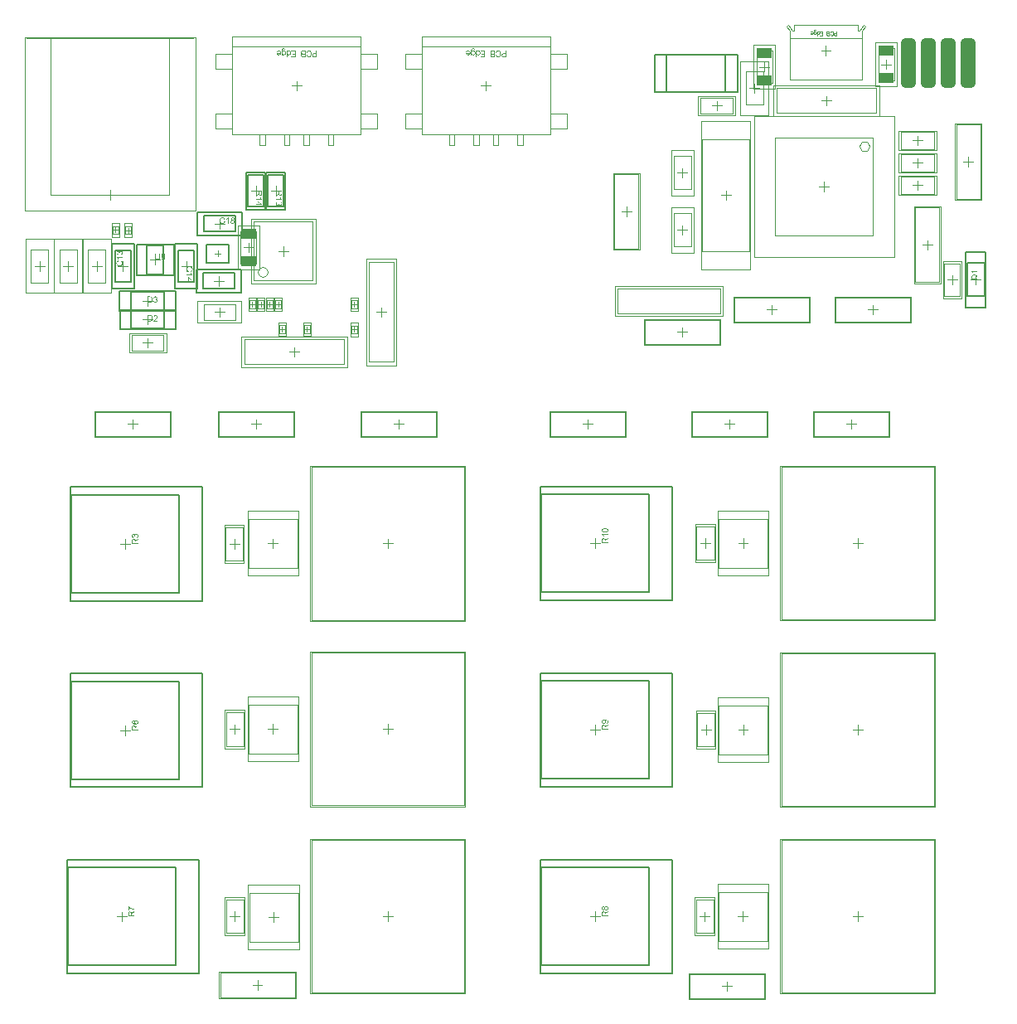
<source format=gbp>
G04*
G04 #@! TF.GenerationSoftware,Altium Limited,Altium Designer,21.0.8 (223)*
G04*
G04 Layer_Color=128*
%FSLAX25Y25*%
%MOIN*%
G70*
G04*
G04 #@! TF.SameCoordinates,0C819516-2B0F-4561-8A23-745D184D752D*
G04*
G04*
G04 #@! TF.FilePolarity,Positive*
G04*
G01*
G75*
%ADD13C,0.00500*%
%ADD14C,0.00787*%
%ADD16C,0.00394*%
%ADD17C,0.00300*%
%ADD18C,0.00200*%
%ADD19C,0.00197*%
G04:AMPARAMS|DCode=102|XSize=60mil|YSize=196.85mil|CornerRadius=15mil|HoleSize=0mil|Usage=FLASHONLY|Rotation=0.000|XOffset=0mil|YOffset=0mil|HoleType=Round|Shape=RoundedRectangle|*
%AMROUNDEDRECTD102*
21,1,0.06000,0.16685,0,0,0.0*
21,1,0.03000,0.19685,0,0,0.0*
1,1,0.03000,0.01500,-0.08343*
1,1,0.03000,-0.01500,-0.08343*
1,1,0.03000,-0.01500,0.08343*
1,1,0.03000,0.01500,0.08343*
%
%ADD102ROUNDEDRECTD102*%
%ADD103R,0.06496X0.04331*%
G36*
X151662Y395814D02*
X151709Y395807D01*
X151767Y395796D01*
X151833Y395777D01*
X151898Y395756D01*
X151964Y395726D01*
X151967D01*
X151971Y395723D01*
X151993Y395712D01*
X152025Y395690D01*
X152062Y395665D01*
X152106Y395628D01*
X152149Y395588D01*
X152193Y395541D01*
X152229Y395486D01*
X152233Y395479D01*
X152244Y395461D01*
X152259Y395428D01*
X152277Y395388D01*
X152295Y395341D01*
X152309Y395286D01*
X152320Y395224D01*
X152324Y395162D01*
Y395155D01*
Y395133D01*
X152320Y395104D01*
X152313Y395064D01*
X152302Y395017D01*
X152284Y394966D01*
X152262Y394915D01*
X152233Y394864D01*
X152229Y394857D01*
X152218Y394842D01*
X152197Y394816D01*
X152167Y394787D01*
X152131Y394755D01*
X152087Y394718D01*
X152036Y394685D01*
X151975Y394653D01*
X151978D01*
X151986Y394649D01*
X151996Y394645D01*
X152011Y394642D01*
X152051Y394627D01*
X152102Y394605D01*
X152160Y394576D01*
X152218Y394540D01*
X152273Y394493D01*
X152324Y394438D01*
X152328Y394431D01*
X152342Y394409D01*
X152364Y394372D01*
X152386Y394325D01*
X152408Y394267D01*
X152430Y394198D01*
X152444Y394118D01*
X152448Y394030D01*
Y394027D01*
Y394016D01*
Y393998D01*
X152444Y393976D01*
X152441Y393947D01*
X152433Y393914D01*
X152426Y393877D01*
X152419Y393837D01*
X152390Y393750D01*
X152368Y393703D01*
X152346Y393659D01*
X152317Y393612D01*
X152284Y393564D01*
X152248Y393517D01*
X152204Y393473D01*
X152200Y393470D01*
X152193Y393462D01*
X152178Y393451D01*
X152160Y393437D01*
X152138Y393419D01*
X152109Y393401D01*
X152076Y393379D01*
X152036Y393360D01*
X151996Y393339D01*
X151949Y393317D01*
X151902Y393299D01*
X151847Y393280D01*
X151789Y393266D01*
X151727Y393255D01*
X151665Y393248D01*
X151596Y393244D01*
X151563D01*
X151541Y393248D01*
X151512Y393251D01*
X151479Y393255D01*
X151443Y393262D01*
X151403Y393269D01*
X151316Y393291D01*
X151225Y393328D01*
X151177Y393350D01*
X151134Y393375D01*
X151090Y393408D01*
X151046Y393441D01*
X151043Y393444D01*
X151035Y393451D01*
X151024Y393462D01*
X151014Y393477D01*
X150995Y393495D01*
X150977Y393521D01*
X150955Y393546D01*
X150934Y393579D01*
X150912Y393615D01*
X150890Y393652D01*
X150850Y393739D01*
X150817Y393841D01*
X150806Y393896D01*
X150799Y393954D01*
X151108Y393994D01*
Y393990D01*
X151112Y393983D01*
X151116Y393968D01*
X151119Y393950D01*
X151123Y393928D01*
X151130Y393903D01*
X151148Y393848D01*
X151174Y393783D01*
X151207Y393721D01*
X151243Y393663D01*
X151287Y393612D01*
X151294Y393608D01*
X151308Y393593D01*
X151338Y393575D01*
X151374Y393557D01*
X151418Y393535D01*
X151472Y393517D01*
X151534Y393502D01*
X151600Y393499D01*
X151621D01*
X151636Y393502D01*
X151676Y393506D01*
X151727Y393517D01*
X151785Y393535D01*
X151847Y393561D01*
X151909Y393597D01*
X151967Y393648D01*
X151975Y393655D01*
X151993Y393677D01*
X152015Y393710D01*
X152044Y393754D01*
X152073Y393808D01*
X152095Y393870D01*
X152113Y393943D01*
X152120Y394023D01*
Y394027D01*
Y394034D01*
Y394045D01*
X152117Y394059D01*
X152113Y394099D01*
X152102Y394147D01*
X152087Y394205D01*
X152062Y394263D01*
X152025Y394321D01*
X151978Y394376D01*
X151971Y394383D01*
X151953Y394398D01*
X151924Y394420D01*
X151884Y394445D01*
X151833Y394471D01*
X151771Y394493D01*
X151702Y394507D01*
X151625Y394514D01*
X151592D01*
X151567Y394511D01*
X151534Y394507D01*
X151498Y394500D01*
X151454Y394493D01*
X151407Y394482D01*
X151443Y394755D01*
X151461D01*
X151476Y394751D01*
X151523D01*
X151563Y394758D01*
X151611Y394765D01*
X151665Y394777D01*
X151727Y394795D01*
X151785Y394820D01*
X151847Y394853D01*
X151851D01*
X151854Y394857D01*
X151873Y394871D01*
X151898Y394897D01*
X151927Y394929D01*
X151956Y394977D01*
X151982Y395031D01*
X152000Y395093D01*
X152007Y395129D01*
Y395170D01*
Y395173D01*
Y395177D01*
Y395199D01*
X152000Y395228D01*
X151993Y395268D01*
X151978Y395311D01*
X151960Y395359D01*
X151931Y395406D01*
X151891Y395450D01*
X151887Y395454D01*
X151869Y395468D01*
X151844Y395486D01*
X151811Y395508D01*
X151767Y395526D01*
X151716Y395545D01*
X151658Y395559D01*
X151592Y395563D01*
X151563D01*
X151531Y395555D01*
X151487Y395548D01*
X151439Y395534D01*
X151392Y395515D01*
X151341Y395486D01*
X151294Y395450D01*
X151290Y395446D01*
X151276Y395428D01*
X151254Y395403D01*
X151228Y395366D01*
X151203Y395319D01*
X151177Y395261D01*
X151156Y395191D01*
X151141Y395111D01*
X150832Y395166D01*
Y395170D01*
X150835Y395181D01*
X150839Y395195D01*
X150842Y395217D01*
X150850Y395242D01*
X150861Y395271D01*
X150883Y395341D01*
X150919Y395421D01*
X150963Y395501D01*
X151017Y395577D01*
X151086Y395646D01*
X151090Y395650D01*
X151097Y395654D01*
X151108Y395661D01*
X151123Y395672D01*
X151141Y395687D01*
X151166Y395701D01*
X151192Y395716D01*
X151225Y395734D01*
X151297Y395763D01*
X151381Y395792D01*
X151479Y395810D01*
X151531Y395817D01*
X151621D01*
X151662Y395814D01*
D02*
G37*
G36*
X149416Y395803D02*
X149488Y395799D01*
X149561Y395792D01*
X149634Y395781D01*
X149696Y395770D01*
X149700D01*
X149707Y395766D01*
X149718D01*
X149732Y395759D01*
X149772Y395748D01*
X149823Y395730D01*
X149882Y395705D01*
X149943Y395672D01*
X150005Y395636D01*
X150064Y395588D01*
X150067Y395585D01*
X150071Y395581D01*
X150082Y395570D01*
X150096Y395559D01*
X150133Y395523D01*
X150176Y395472D01*
X150224Y395410D01*
X150275Y395337D01*
X150322Y395253D01*
X150362Y395159D01*
Y395155D01*
X150366Y395148D01*
X150373Y395133D01*
X150377Y395111D01*
X150388Y395086D01*
X150395Y395057D01*
X150402Y395024D01*
X150413Y394984D01*
X150424Y394944D01*
X150431Y394897D01*
X150449Y394795D01*
X150460Y394682D01*
X150464Y394558D01*
Y394554D01*
Y394547D01*
Y394529D01*
Y394511D01*
X150460Y394485D01*
Y394456D01*
X150457Y394387D01*
X150446Y394307D01*
X150435Y394223D01*
X150417Y394136D01*
X150395Y394049D01*
Y394045D01*
X150391Y394038D01*
X150388Y394027D01*
X150384Y394012D01*
X150369Y393972D01*
X150347Y393921D01*
X150326Y393863D01*
X150296Y393805D01*
X150260Y393743D01*
X150224Y393685D01*
X150220Y393677D01*
X150206Y393659D01*
X150184Y393634D01*
X150155Y393601D01*
X150122Y393564D01*
X150082Y393528D01*
X150042Y393488D01*
X149994Y393455D01*
X149987Y393451D01*
X149973Y393441D01*
X149947Y393426D01*
X149911Y393408D01*
X149867Y393386D01*
X149816Y393368D01*
X149758Y393346D01*
X149692Y393328D01*
X149685D01*
X149674Y393324D01*
X149663Y393320D01*
X149627Y393317D01*
X149576Y393309D01*
X149518Y393302D01*
X149448Y393295D01*
X149372Y393291D01*
X149288Y393288D01*
X148382D01*
Y395807D01*
X149350D01*
X149416Y395803D01*
D02*
G37*
G36*
X151809Y388285D02*
X151838Y388281D01*
X151874Y388278D01*
X151914Y388270D01*
X151954Y388263D01*
X152049Y388238D01*
X152144Y388201D01*
X152191Y388179D01*
X152238Y388154D01*
X152282Y388121D01*
X152322Y388085D01*
X152326Y388081D01*
X152333Y388078D01*
X152340Y388063D01*
X152355Y388048D01*
X152373Y388030D01*
X152391Y388005D01*
X152409Y387979D01*
X152431Y387947D01*
X152468Y387877D01*
X152504Y387790D01*
X152519Y387746D01*
X152526Y387695D01*
X152533Y387644D01*
X152537Y387590D01*
Y387582D01*
Y387564D01*
X152533Y387535D01*
X152530Y387495D01*
X152522Y387452D01*
X152508Y387401D01*
X152493Y387346D01*
X152471Y387291D01*
X152468Y387284D01*
X152460Y387266D01*
X152446Y387237D01*
X152424Y387197D01*
X152395Y387153D01*
X152358Y387098D01*
X152315Y387044D01*
X152264Y386982D01*
X152257Y386975D01*
X152238Y386953D01*
X152220Y386935D01*
X152202Y386916D01*
X152180Y386895D01*
X152151Y386865D01*
X152122Y386836D01*
X152085Y386804D01*
X152049Y386767D01*
X152005Y386727D01*
X151958Y386687D01*
X151907Y386640D01*
X151849Y386592D01*
X151791Y386542D01*
X151787Y386538D01*
X151780Y386531D01*
X151765Y386520D01*
X151747Y386505D01*
X151725Y386483D01*
X151700Y386461D01*
X151641Y386414D01*
X151579Y386360D01*
X151521Y386305D01*
X151470Y386258D01*
X151448Y386239D01*
X151430Y386221D01*
X151427Y386217D01*
X151416Y386207D01*
X151401Y386192D01*
X151383Y386170D01*
X151365Y386145D01*
X151343Y386119D01*
X151299Y386057D01*
X152540D01*
Y385759D01*
X150870D01*
Y385763D01*
Y385777D01*
Y385799D01*
X150873Y385828D01*
X150877Y385861D01*
X150884Y385897D01*
X150891Y385934D01*
X150906Y385974D01*
Y385977D01*
X150910Y385981D01*
X150917Y386003D01*
X150932Y386035D01*
X150953Y386079D01*
X150982Y386130D01*
X151019Y386188D01*
X151059Y386247D01*
X151110Y386309D01*
Y386312D01*
X151117Y386316D01*
X151135Y386338D01*
X151168Y386370D01*
X151215Y386418D01*
X151270Y386472D01*
X151339Y386538D01*
X151423Y386611D01*
X151514Y386687D01*
X151518Y386691D01*
X151532Y386702D01*
X151554Y386720D01*
X151579Y386742D01*
X151612Y386771D01*
X151652Y386804D01*
X151692Y386840D01*
X151740Y386880D01*
X151831Y386967D01*
X151922Y387055D01*
X151965Y387098D01*
X152005Y387142D01*
X152042Y387182D01*
X152071Y387222D01*
Y387226D01*
X152078Y387229D01*
X152085Y387240D01*
X152093Y387255D01*
X152118Y387295D01*
X152147Y387342D01*
X152173Y387401D01*
X152198Y387462D01*
X152213Y387532D01*
X152220Y387597D01*
Y387601D01*
Y387604D01*
X152216Y387626D01*
X152213Y387663D01*
X152202Y387703D01*
X152187Y387754D01*
X152162Y387805D01*
X152129Y387856D01*
X152085Y387907D01*
X152078Y387914D01*
X152060Y387928D01*
X152034Y387947D01*
X151994Y387972D01*
X151943Y387994D01*
X151885Y388016D01*
X151816Y388030D01*
X151740Y388034D01*
X151718D01*
X151703Y388030D01*
X151660Y388027D01*
X151609Y388016D01*
X151554Y388001D01*
X151492Y387976D01*
X151434Y387943D01*
X151379Y387899D01*
X151372Y387892D01*
X151357Y387874D01*
X151336Y387845D01*
X151314Y387801D01*
X151288Y387750D01*
X151266Y387684D01*
X151252Y387612D01*
X151245Y387528D01*
X150928Y387561D01*
Y387564D01*
X150932Y387575D01*
Y387593D01*
X150935Y387619D01*
X150942Y387648D01*
X150950Y387681D01*
X150961Y387721D01*
X150972Y387761D01*
X151001Y387848D01*
X151044Y387936D01*
X151070Y387979D01*
X151103Y388023D01*
X151135Y388063D01*
X151172Y388099D01*
X151175Y388103D01*
X151183Y388107D01*
X151194Y388118D01*
X151212Y388128D01*
X151234Y388143D01*
X151259Y388158D01*
X151288Y388176D01*
X151325Y388194D01*
X151365Y388212D01*
X151408Y388230D01*
X151456Y388245D01*
X151507Y388260D01*
X151561Y388270D01*
X151620Y388281D01*
X151681Y388285D01*
X151747Y388289D01*
X151783D01*
X151809Y388285D01*
D02*
G37*
G36*
X149534Y388274D02*
X149607Y388270D01*
X149679Y388263D01*
X149752Y388252D01*
X149814Y388241D01*
X149818D01*
X149825Y388238D01*
X149836D01*
X149850Y388230D01*
X149890Y388219D01*
X149941Y388201D01*
X150000Y388176D01*
X150062Y388143D01*
X150123Y388107D01*
X150182Y388059D01*
X150185Y388056D01*
X150189Y388052D01*
X150200Y388041D01*
X150214Y388030D01*
X150251Y387994D01*
X150294Y387943D01*
X150342Y387881D01*
X150393Y387808D01*
X150440Y387724D01*
X150480Y387630D01*
Y387626D01*
X150484Y387619D01*
X150491Y387604D01*
X150495Y387582D01*
X150506Y387557D01*
X150513Y387528D01*
X150520Y387495D01*
X150531Y387455D01*
X150542Y387415D01*
X150549Y387368D01*
X150567Y387266D01*
X150578Y387153D01*
X150582Y387029D01*
Y387026D01*
Y387018D01*
Y387000D01*
Y386982D01*
X150578Y386956D01*
Y386927D01*
X150575Y386858D01*
X150564Y386778D01*
X150553Y386694D01*
X150535Y386607D01*
X150513Y386520D01*
Y386516D01*
X150509Y386509D01*
X150506Y386498D01*
X150502Y386483D01*
X150487Y386443D01*
X150466Y386392D01*
X150444Y386334D01*
X150415Y386276D01*
X150378Y386214D01*
X150342Y386156D01*
X150338Y386148D01*
X150324Y386130D01*
X150302Y386105D01*
X150273Y386072D01*
X150240Y386035D01*
X150200Y385999D01*
X150160Y385959D01*
X150112Y385926D01*
X150105Y385923D01*
X150091Y385912D01*
X150065Y385897D01*
X150029Y385879D01*
X149985Y385857D01*
X149934Y385839D01*
X149876Y385817D01*
X149810Y385799D01*
X149803D01*
X149792Y385795D01*
X149781Y385792D01*
X149745Y385788D01*
X149694Y385781D01*
X149636Y385773D01*
X149566Y385766D01*
X149490Y385763D01*
X149406Y385759D01*
X148500D01*
Y388278D01*
X149468D01*
X149534Y388274D01*
D02*
G37*
G36*
X482241Y405769D02*
X480272D01*
X480275Y405765D01*
X480290Y405747D01*
X480312Y405725D01*
X480337Y405689D01*
X480370Y405649D01*
X480407Y405598D01*
X480447Y405539D01*
X480487Y405474D01*
Y405470D01*
X480490Y405467D01*
X480505Y405445D01*
X480523Y405408D01*
X480545Y405365D01*
X480570Y405314D01*
X480596Y405259D01*
X480621Y405204D01*
X480643Y405150D01*
X480345D01*
Y405154D01*
X480337Y405161D01*
X480334Y405175D01*
X480323Y405194D01*
X480312Y405215D01*
X480297Y405241D01*
X480261Y405303D01*
X480221Y405376D01*
X480170Y405448D01*
X480112Y405525D01*
X480050Y405601D01*
X480046Y405605D01*
X480043Y405609D01*
X480032Y405619D01*
X480021Y405634D01*
X479984Y405667D01*
X479941Y405711D01*
X479890Y405754D01*
X479831Y405801D01*
X479773Y405841D01*
X479711Y405878D01*
Y406078D01*
X482241D01*
Y405769D01*
D02*
G37*
G36*
X481044Y404578D02*
X481073D01*
X481142Y404575D01*
X481222Y404564D01*
X481306Y404553D01*
X481393Y404535D01*
X481480Y404513D01*
X481484D01*
X481491Y404509D01*
X481502Y404506D01*
X481517Y404502D01*
X481557Y404487D01*
X481608Y404466D01*
X481666Y404444D01*
X481724Y404415D01*
X481786Y404378D01*
X481844Y404342D01*
X481852Y404338D01*
X481870Y404324D01*
X481895Y404302D01*
X481928Y404273D01*
X481964Y404240D01*
X482001Y404200D01*
X482041Y404160D01*
X482074Y404112D01*
X482077Y404105D01*
X482088Y404091D01*
X482103Y404065D01*
X482121Y404029D01*
X482143Y403985D01*
X482161Y403934D01*
X482183Y403876D01*
X482201Y403810D01*
Y403803D01*
X482205Y403792D01*
X482208Y403781D01*
X482212Y403745D01*
X482219Y403694D01*
X482227Y403636D01*
X482234Y403567D01*
X482237Y403490D01*
X482241Y403406D01*
Y402500D01*
X479722D01*
Y403468D01*
X479726Y403534D01*
X479730Y403607D01*
X479737Y403679D01*
X479748Y403752D01*
X479759Y403814D01*
Y403818D01*
X479762Y403825D01*
Y403836D01*
X479770Y403850D01*
X479780Y403891D01*
X479799Y403941D01*
X479824Y404000D01*
X479857Y404062D01*
X479893Y404123D01*
X479941Y404182D01*
X479944Y404185D01*
X479948Y404189D01*
X479959Y404200D01*
X479970Y404214D01*
X480006Y404251D01*
X480057Y404294D01*
X480119Y404342D01*
X480192Y404393D01*
X480275Y404440D01*
X480370Y404480D01*
X480374D01*
X480381Y404484D01*
X480396Y404491D01*
X480417Y404495D01*
X480443Y404506D01*
X480472Y404513D01*
X480505Y404520D01*
X480545Y404531D01*
X480585Y404542D01*
X480632Y404549D01*
X480734Y404567D01*
X480847Y404578D01*
X480971Y404582D01*
X480974D01*
X480982D01*
X481000D01*
X481018D01*
X481044Y404578D01*
D02*
G37*
G36*
X194519Y437052D02*
X194515Y437023D01*
Y436990D01*
X194512Y436914D01*
X194501Y436834D01*
X194490Y436747D01*
X194472Y436667D01*
X194461Y436626D01*
X194450Y436594D01*
Y436590D01*
X194446Y436587D01*
X194435Y436565D01*
X194421Y436532D01*
X194395Y436492D01*
X194362Y436448D01*
X194319Y436401D01*
X194268Y436357D01*
X194209Y436313D01*
X194206D01*
X194202Y436310D01*
X194180Y436295D01*
X194144Y436281D01*
X194097Y436259D01*
X194042Y436241D01*
X193976Y436223D01*
X193907Y436211D01*
X193831Y436208D01*
X193827D01*
X193820D01*
X193805D01*
X193787Y436211D01*
X193762D01*
X193736Y436215D01*
X193674Y436230D01*
X193602Y436252D01*
X193525Y436281D01*
X193449Y436324D01*
X193412Y436353D01*
X193376Y436383D01*
X193372Y436386D01*
X193369Y436390D01*
X193358Y436401D01*
X193347Y436415D01*
X193332Y436434D01*
X193318Y436455D01*
X193299Y436485D01*
X193278Y436514D01*
X193259Y436550D01*
X193241Y436590D01*
X193219Y436634D01*
X193201Y436681D01*
X193187Y436736D01*
X193168Y436790D01*
X193157Y436852D01*
X193147Y436918D01*
X193143Y436910D01*
X193136Y436896D01*
X193121Y436874D01*
X193106Y436845D01*
X193067Y436779D01*
X193041Y436747D01*
X193019Y436718D01*
X193012Y436710D01*
X192994Y436692D01*
X192965Y436663D01*
X192928Y436626D01*
X192877Y436587D01*
X192823Y436539D01*
X192757Y436492D01*
X192684Y436441D01*
X192000Y436008D01*
Y436423D01*
X192524Y436754D01*
X192528D01*
X192535Y436761D01*
X192546Y436768D01*
X192561Y436779D01*
X192601Y436805D01*
X192651Y436838D01*
X192706Y436878D01*
X192764Y436918D01*
X192819Y436958D01*
X192870Y436994D01*
X192874Y436998D01*
X192888Y437009D01*
X192910Y437027D01*
X192935Y437052D01*
X192990Y437107D01*
X193016Y437136D01*
X193037Y437165D01*
X193041Y437169D01*
X193045Y437176D01*
X193052Y437191D01*
X193063Y437213D01*
X193074Y437234D01*
X193085Y437260D01*
X193103Y437318D01*
Y437322D01*
X193106Y437329D01*
Y437344D01*
X193110Y437362D01*
X193114Y437387D01*
Y437416D01*
X193117Y437456D01*
Y437886D01*
X192000D01*
Y438221D01*
X194519D01*
Y437052D01*
D02*
G37*
G36*
X193896Y435571D02*
X193904Y435564D01*
X193907Y435549D01*
X193918Y435531D01*
X193929Y435509D01*
X193944Y435484D01*
X193980Y435422D01*
X194020Y435349D01*
X194071Y435276D01*
X194129Y435200D01*
X194191Y435123D01*
X194195Y435119D01*
X194199Y435116D01*
X194209Y435105D01*
X194220Y435090D01*
X194257Y435058D01*
X194300Y435014D01*
X194351Y434970D01*
X194410Y434923D01*
X194468Y434883D01*
X194530Y434847D01*
Y434646D01*
X192000D01*
Y434956D01*
X193969D01*
X193966Y434959D01*
X193951Y434978D01*
X193929Y434999D01*
X193904Y435036D01*
X193871Y435076D01*
X193834Y435127D01*
X193795Y435185D01*
X193754Y435251D01*
Y435254D01*
X193751Y435258D01*
X193736Y435280D01*
X193718Y435316D01*
X193696Y435360D01*
X193671Y435411D01*
X193645Y435465D01*
X193620Y435520D01*
X193598Y435574D01*
X193896D01*
Y435571D01*
D02*
G37*
G36*
X194519Y432804D02*
Y432553D01*
X192888D01*
Y432211D01*
X192604D01*
Y432553D01*
X192000D01*
Y432863D01*
X192604D01*
Y433958D01*
X192888D01*
X194519Y432804D01*
D02*
G37*
G36*
X202562Y437052D02*
X202559Y437023D01*
Y436990D01*
X202555Y436914D01*
X202544Y436834D01*
X202533Y436747D01*
X202515Y436667D01*
X202504Y436626D01*
X202493Y436594D01*
Y436590D01*
X202490Y436587D01*
X202479Y436565D01*
X202464Y436532D01*
X202439Y436492D01*
X202406Y436448D01*
X202362Y436401D01*
X202311Y436357D01*
X202253Y436313D01*
X202250D01*
X202246Y436310D01*
X202224Y436295D01*
X202188Y436281D01*
X202140Y436259D01*
X202086Y436241D01*
X202020Y436223D01*
X201951Y436211D01*
X201874Y436208D01*
X201871D01*
X201864D01*
X201849D01*
X201831Y436211D01*
X201805D01*
X201780Y436215D01*
X201718Y436230D01*
X201645Y436252D01*
X201569Y436281D01*
X201492Y436324D01*
X201456Y436353D01*
X201420Y436383D01*
X201416Y436386D01*
X201412Y436390D01*
X201401Y436401D01*
X201390Y436415D01*
X201376Y436434D01*
X201361Y436455D01*
X201343Y436485D01*
X201321Y436514D01*
X201303Y436550D01*
X201285Y436590D01*
X201263Y436634D01*
X201245Y436681D01*
X201230Y436736D01*
X201212Y436790D01*
X201201Y436852D01*
X201190Y436918D01*
X201187Y436910D01*
X201179Y436896D01*
X201165Y436874D01*
X201150Y436845D01*
X201110Y436779D01*
X201085Y436747D01*
X201063Y436718D01*
X201056Y436710D01*
X201037Y436692D01*
X201008Y436663D01*
X200972Y436626D01*
X200921Y436587D01*
X200866Y436539D01*
X200801Y436492D01*
X200728Y436441D01*
X200044Y436008D01*
Y436423D01*
X200568Y436754D01*
X200571D01*
X200579Y436761D01*
X200590Y436768D01*
X200604Y436779D01*
X200644Y436805D01*
X200695Y436838D01*
X200750Y436878D01*
X200808Y436918D01*
X200863Y436958D01*
X200914Y436994D01*
X200917Y436998D01*
X200932Y437009D01*
X200954Y437027D01*
X200979Y437052D01*
X201034Y437107D01*
X201059Y437136D01*
X201081Y437165D01*
X201085Y437169D01*
X201088Y437176D01*
X201096Y437191D01*
X201107Y437213D01*
X201117Y437234D01*
X201128Y437260D01*
X201147Y437318D01*
Y437322D01*
X201150Y437329D01*
Y437344D01*
X201154Y437362D01*
X201157Y437387D01*
Y437416D01*
X201161Y437456D01*
Y437886D01*
X200044D01*
Y438221D01*
X202562D01*
Y437052D01*
D02*
G37*
G36*
X201940Y435571D02*
X201947Y435564D01*
X201951Y435549D01*
X201962Y435531D01*
X201973Y435509D01*
X201987Y435484D01*
X202024Y435422D01*
X202064Y435349D01*
X202115Y435276D01*
X202173Y435200D01*
X202235Y435123D01*
X202239Y435119D01*
X202242Y435116D01*
X202253Y435105D01*
X202264Y435090D01*
X202300Y435058D01*
X202344Y435014D01*
X202395Y434970D01*
X202453Y434923D01*
X202512Y434883D01*
X202573Y434847D01*
Y434646D01*
X200044D01*
Y434956D01*
X202013D01*
X202009Y434959D01*
X201995Y434978D01*
X201973Y434999D01*
X201947Y435036D01*
X201915Y435076D01*
X201878Y435127D01*
X201838Y435185D01*
X201798Y435251D01*
Y435254D01*
X201795Y435258D01*
X201780Y435280D01*
X201762Y435316D01*
X201740Y435360D01*
X201714Y435411D01*
X201689Y435465D01*
X201663Y435520D01*
X201642Y435574D01*
X201940D01*
Y435571D01*
D02*
G37*
G36*
X200750Y433540D02*
X200746D01*
X200739Y433536D01*
X200724Y433532D01*
X200706Y433529D01*
X200684Y433525D01*
X200659Y433518D01*
X200604Y433500D01*
X200539Y433474D01*
X200477Y433441D01*
X200419Y433405D01*
X200368Y433361D01*
X200364Y433354D01*
X200349Y433340D01*
X200331Y433311D01*
X200313Y433274D01*
X200291Y433230D01*
X200273Y433176D01*
X200258Y433114D01*
X200255Y433048D01*
Y433027D01*
X200258Y433012D01*
X200262Y432972D01*
X200273Y432921D01*
X200291Y432863D01*
X200317Y432801D01*
X200353Y432739D01*
X200404Y432681D01*
X200411Y432674D01*
X200433Y432655D01*
X200466Y432633D01*
X200510Y432604D01*
X200564Y432575D01*
X200626Y432553D01*
X200699Y432535D01*
X200779Y432528D01*
X200782D01*
X200790D01*
X200801D01*
X200815Y432531D01*
X200855Y432535D01*
X200903Y432546D01*
X200961Y432561D01*
X201019Y432586D01*
X201077Y432622D01*
X201132Y432670D01*
X201139Y432677D01*
X201154Y432695D01*
X201176Y432724D01*
X201201Y432764D01*
X201227Y432815D01*
X201249Y432877D01*
X201263Y432946D01*
X201270Y433023D01*
Y433056D01*
X201267Y433081D01*
X201263Y433114D01*
X201256Y433150D01*
X201249Y433194D01*
X201238Y433241D01*
X201511Y433205D01*
Y433187D01*
X201507Y433172D01*
Y433125D01*
X201514Y433085D01*
X201521Y433038D01*
X201532Y432983D01*
X201551Y432921D01*
X201576Y432863D01*
X201609Y432801D01*
Y432797D01*
X201612Y432794D01*
X201627Y432775D01*
X201653Y432750D01*
X201685Y432721D01*
X201733Y432692D01*
X201787Y432666D01*
X201849Y432648D01*
X201886Y432641D01*
X201925D01*
X201929D01*
X201933D01*
X201955D01*
X201984Y432648D01*
X202024Y432655D01*
X202067Y432670D01*
X202115Y432688D01*
X202162Y432717D01*
X202206Y432757D01*
X202209Y432761D01*
X202224Y432779D01*
X202242Y432804D01*
X202264Y432837D01*
X202282Y432881D01*
X202300Y432932D01*
X202315Y432990D01*
X202319Y433056D01*
Y433085D01*
X202311Y433118D01*
X202304Y433161D01*
X202290Y433209D01*
X202271Y433256D01*
X202242Y433307D01*
X202206Y433354D01*
X202202Y433358D01*
X202184Y433372D01*
X202158Y433394D01*
X202122Y433420D01*
X202075Y433445D01*
X202016Y433471D01*
X201947Y433493D01*
X201867Y433507D01*
X201922Y433816D01*
X201925D01*
X201936Y433813D01*
X201951Y433809D01*
X201973Y433806D01*
X201998Y433798D01*
X202027Y433787D01*
X202097Y433766D01*
X202177Y433729D01*
X202257Y433685D01*
X202333Y433631D01*
X202402Y433562D01*
X202406Y433558D01*
X202410Y433551D01*
X202417Y433540D01*
X202428Y433525D01*
X202442Y433507D01*
X202457Y433482D01*
X202471Y433456D01*
X202490Y433423D01*
X202519Y433351D01*
X202548Y433267D01*
X202566Y433169D01*
X202573Y433118D01*
Y433027D01*
X202570Y432986D01*
X202562Y432939D01*
X202552Y432881D01*
X202533Y432815D01*
X202512Y432750D01*
X202482Y432684D01*
Y432681D01*
X202479Y432677D01*
X202468Y432655D01*
X202446Y432622D01*
X202421Y432586D01*
X202384Y432542D01*
X202344Y432499D01*
X202297Y432455D01*
X202242Y432419D01*
X202235Y432415D01*
X202217Y432404D01*
X202184Y432389D01*
X202144Y432371D01*
X202097Y432353D01*
X202042Y432339D01*
X201980Y432328D01*
X201918Y432324D01*
X201911D01*
X201889D01*
X201860Y432328D01*
X201820Y432335D01*
X201773Y432346D01*
X201722Y432364D01*
X201671Y432386D01*
X201620Y432415D01*
X201612Y432419D01*
X201598Y432430D01*
X201572Y432451D01*
X201543Y432481D01*
X201511Y432517D01*
X201474Y432561D01*
X201441Y432612D01*
X201409Y432674D01*
Y432670D01*
X201405Y432663D01*
X201401Y432652D01*
X201398Y432637D01*
X201383Y432597D01*
X201361Y432546D01*
X201332Y432488D01*
X201296Y432430D01*
X201249Y432375D01*
X201194Y432324D01*
X201187Y432320D01*
X201165Y432306D01*
X201128Y432284D01*
X201081Y432262D01*
X201023Y432240D01*
X200954Y432219D01*
X200874Y432204D01*
X200786Y432200D01*
X200782D01*
X200772D01*
X200753D01*
X200732Y432204D01*
X200703Y432207D01*
X200670Y432215D01*
X200633Y432222D01*
X200593Y432229D01*
X200506Y432259D01*
X200459Y432280D01*
X200415Y432302D01*
X200368Y432331D01*
X200320Y432364D01*
X200273Y432401D01*
X200229Y432444D01*
X200226Y432448D01*
X200218Y432455D01*
X200207Y432470D01*
X200193Y432488D01*
X200175Y432510D01*
X200156Y432539D01*
X200135Y432572D01*
X200116Y432612D01*
X200095Y432652D01*
X200073Y432699D01*
X200055Y432746D01*
X200036Y432801D01*
X200022Y432859D01*
X200011Y432921D01*
X200004Y432983D01*
X200000Y433052D01*
Y433085D01*
X200004Y433107D01*
X200007Y433136D01*
X200011Y433169D01*
X200018Y433205D01*
X200025Y433245D01*
X200047Y433332D01*
X200084Y433423D01*
X200106Y433471D01*
X200131Y433514D01*
X200164Y433558D01*
X200197Y433602D01*
X200200Y433605D01*
X200207Y433613D01*
X200218Y433624D01*
X200233Y433634D01*
X200251Y433653D01*
X200277Y433671D01*
X200302Y433693D01*
X200335Y433714D01*
X200371Y433736D01*
X200408Y433758D01*
X200495Y433798D01*
X200597Y433831D01*
X200652Y433842D01*
X200710Y433849D01*
X200750Y433540D01*
D02*
G37*
G36*
X137768Y414119D02*
X137797Y414115D01*
X137830Y414108D01*
X137867Y414101D01*
X137907Y414093D01*
X137994Y414064D01*
X138041Y414042D01*
X138085Y414020D01*
X138132Y413991D01*
X138180Y413959D01*
X138227Y413922D01*
X138271Y413878D01*
X138274Y413875D01*
X138282Y413868D01*
X138293Y413853D01*
X138307Y413835D01*
X138325Y413813D01*
X138344Y413784D01*
X138365Y413751D01*
X138383Y413711D01*
X138405Y413671D01*
X138427Y413624D01*
X138445Y413576D01*
X138464Y413522D01*
X138478Y413464D01*
X138489Y413402D01*
X138496Y413340D01*
X138500Y413271D01*
Y413238D01*
X138496Y413216D01*
X138493Y413187D01*
X138489Y413154D01*
X138482Y413118D01*
X138475Y413078D01*
X138453Y412990D01*
X138416Y412899D01*
X138394Y412852D01*
X138369Y412808D01*
X138336Y412765D01*
X138303Y412721D01*
X138300Y412717D01*
X138293Y412710D01*
X138282Y412699D01*
X138267Y412688D01*
X138249Y412670D01*
X138223Y412652D01*
X138198Y412630D01*
X138165Y412608D01*
X138129Y412586D01*
X138092Y412565D01*
X138005Y412525D01*
X137903Y412492D01*
X137848Y412481D01*
X137790Y412473D01*
X137750Y412783D01*
X137754D01*
X137761Y412786D01*
X137776Y412790D01*
X137794Y412794D01*
X137816Y412797D01*
X137841Y412805D01*
X137896Y412823D01*
X137961Y412848D01*
X138023Y412881D01*
X138081Y412918D01*
X138132Y412961D01*
X138136Y412968D01*
X138151Y412983D01*
X138169Y413012D01*
X138187Y413049D01*
X138209Y413092D01*
X138227Y413147D01*
X138242Y413209D01*
X138245Y413274D01*
Y413296D01*
X138242Y413311D01*
X138238Y413351D01*
X138227Y413402D01*
X138209Y413460D01*
X138183Y413522D01*
X138147Y413584D01*
X138096Y413642D01*
X138089Y413649D01*
X138067Y413667D01*
X138034Y413689D01*
X137990Y413718D01*
X137936Y413748D01*
X137874Y413769D01*
X137801Y413788D01*
X137721Y413795D01*
X137717D01*
X137710D01*
X137699D01*
X137685Y413791D01*
X137645Y413788D01*
X137597Y413777D01*
X137539Y413762D01*
X137481Y413737D01*
X137423Y413700D01*
X137368Y413653D01*
X137361Y413646D01*
X137346Y413627D01*
X137324Y413598D01*
X137299Y413558D01*
X137273Y413507D01*
X137251Y413445D01*
X137237Y413376D01*
X137230Y413300D01*
Y413267D01*
X137233Y413242D01*
X137237Y413209D01*
X137244Y413172D01*
X137251Y413129D01*
X137262Y413081D01*
X136989Y413118D01*
Y413136D01*
X136993Y413151D01*
Y413198D01*
X136986Y413238D01*
X136978Y413285D01*
X136968Y413340D01*
X136949Y413402D01*
X136924Y413460D01*
X136891Y413522D01*
Y413525D01*
X136888Y413529D01*
X136873Y413547D01*
X136847Y413573D01*
X136815Y413602D01*
X136767Y413631D01*
X136713Y413657D01*
X136651Y413675D01*
X136615Y413682D01*
X136574D01*
X136571D01*
X136567D01*
X136545D01*
X136516Y413675D01*
X136476Y413667D01*
X136433Y413653D01*
X136385Y413635D01*
X136338Y413606D01*
X136294Y413565D01*
X136291Y413562D01*
X136276Y413544D01*
X136258Y413518D01*
X136236Y413485D01*
X136218Y413442D01*
X136199Y413391D01*
X136185Y413333D01*
X136181Y413267D01*
Y413238D01*
X136189Y413205D01*
X136196Y413162D01*
X136211Y413114D01*
X136229Y413067D01*
X136258Y413016D01*
X136294Y412968D01*
X136298Y412965D01*
X136316Y412950D01*
X136342Y412928D01*
X136378Y412903D01*
X136425Y412878D01*
X136484Y412852D01*
X136553Y412830D01*
X136633Y412816D01*
X136578Y412506D01*
X136574D01*
X136564Y412510D01*
X136549Y412514D01*
X136527Y412517D01*
X136502Y412525D01*
X136473Y412535D01*
X136403Y412557D01*
X136323Y412594D01*
X136243Y412637D01*
X136167Y412692D01*
X136098Y412761D01*
X136094Y412765D01*
X136090Y412772D01*
X136083Y412783D01*
X136072Y412797D01*
X136058Y412816D01*
X136043Y412841D01*
X136029Y412867D01*
X136010Y412899D01*
X135981Y412972D01*
X135952Y413056D01*
X135934Y413154D01*
X135926Y413205D01*
Y413296D01*
X135930Y413336D01*
X135938Y413383D01*
X135948Y413442D01*
X135967Y413507D01*
X135988Y413573D01*
X136018Y413638D01*
Y413642D01*
X136021Y413646D01*
X136032Y413667D01*
X136054Y413700D01*
X136079Y413737D01*
X136116Y413780D01*
X136156Y413824D01*
X136203Y413868D01*
X136258Y413904D01*
X136265Y413908D01*
X136283Y413919D01*
X136316Y413933D01*
X136356Y413951D01*
X136403Y413970D01*
X136458Y413984D01*
X136520Y413995D01*
X136582Y413999D01*
X136589D01*
X136611D01*
X136640Y413995D01*
X136680Y413988D01*
X136727Y413977D01*
X136778Y413959D01*
X136829Y413937D01*
X136880Y413908D01*
X136888Y413904D01*
X136902Y413893D01*
X136927Y413871D01*
X136957Y413842D01*
X136989Y413806D01*
X137026Y413762D01*
X137059Y413711D01*
X137091Y413649D01*
Y413653D01*
X137095Y413660D01*
X137099Y413671D01*
X137102Y413686D01*
X137117Y413726D01*
X137139Y413777D01*
X137168Y413835D01*
X137204Y413893D01*
X137251Y413948D01*
X137306Y413999D01*
X137313Y414002D01*
X137335Y414017D01*
X137372Y414039D01*
X137419Y414060D01*
X137477Y414082D01*
X137546Y414104D01*
X137626Y414119D01*
X137714Y414122D01*
X137717D01*
X137728D01*
X137747D01*
X137768Y414119D01*
D02*
G37*
G36*
X138456Y411367D02*
X136487D01*
X136491Y411363D01*
X136505Y411345D01*
X136527Y411323D01*
X136553Y411287D01*
X136585Y411247D01*
X136622Y411196D01*
X136662Y411138D01*
X136702Y411072D01*
Y411068D01*
X136706Y411065D01*
X136720Y411043D01*
X136738Y411007D01*
X136760Y410963D01*
X136786Y410912D01*
X136811Y410857D01*
X136837Y410803D01*
X136858Y410748D01*
X136560D01*
Y410752D01*
X136553Y410759D01*
X136549Y410774D01*
X136538Y410792D01*
X136527Y410814D01*
X136513Y410839D01*
X136476Y410901D01*
X136436Y410974D01*
X136385Y411047D01*
X136327Y411123D01*
X136265Y411200D01*
X136261Y411203D01*
X136258Y411207D01*
X136247Y411218D01*
X136236Y411232D01*
X136199Y411265D01*
X136156Y411309D01*
X136105Y411352D01*
X136047Y411400D01*
X135988Y411440D01*
X135926Y411476D01*
Y411676D01*
X138456D01*
Y411367D01*
D02*
G37*
G36*
X137677Y410224D02*
X137699Y410217D01*
X137728Y410206D01*
X137761Y410195D01*
X137801Y410180D01*
X137845Y410162D01*
X137892Y410140D01*
X137994Y410089D01*
X138096Y410024D01*
X138147Y409984D01*
X138198Y409944D01*
X138242Y409900D01*
X138285Y409849D01*
X138289Y409845D01*
X138296Y409838D01*
X138303Y409820D01*
X138318Y409802D01*
X138336Y409773D01*
X138354Y409743D01*
X138373Y409703D01*
X138391Y409663D01*
X138413Y409616D01*
X138431Y409565D01*
X138449Y409511D01*
X138467Y409452D01*
X138482Y409390D01*
X138489Y409325D01*
X138496Y409256D01*
X138500Y409183D01*
Y409143D01*
X138496Y409114D01*
Y409081D01*
X138493Y409041D01*
X138486Y408997D01*
X138478Y408946D01*
X138460Y408841D01*
X138431Y408732D01*
X138391Y408622D01*
X138365Y408571D01*
X138336Y408521D01*
X138333Y408517D01*
X138329Y408509D01*
X138318Y408495D01*
X138303Y408480D01*
X138289Y408459D01*
X138267Y408433D01*
X138242Y408404D01*
X138213Y408375D01*
X138180Y408346D01*
X138147Y408313D01*
X138063Y408248D01*
X137965Y408186D01*
X137856Y408131D01*
X137852D01*
X137841Y408124D01*
X137823Y408120D01*
X137801Y408109D01*
X137772Y408102D01*
X137736Y408091D01*
X137696Y408076D01*
X137652Y408066D01*
X137605Y408055D01*
X137550Y408040D01*
X137437Y408022D01*
X137310Y408007D01*
X137179Y408000D01*
X137175D01*
X137161D01*
X137139D01*
X137113Y408004D01*
X137077D01*
X137040Y408007D01*
X136993Y408011D01*
X136946Y408018D01*
X136840Y408036D01*
X136724Y408062D01*
X136607Y408098D01*
X136494Y408149D01*
X136491Y408153D01*
X136480Y408156D01*
X136465Y408164D01*
X136447Y408178D01*
X136422Y408193D01*
X136392Y408211D01*
X136327Y408258D01*
X136254Y408320D01*
X136181Y408393D01*
X136109Y408477D01*
X136047Y408575D01*
X136043Y408579D01*
X136039Y408590D01*
X136032Y408604D01*
X136021Y408622D01*
X136010Y408651D01*
X135999Y408681D01*
X135985Y408717D01*
X135970Y408757D01*
X135956Y408801D01*
X135941Y408848D01*
X135919Y408950D01*
X135901Y409066D01*
X135894Y409187D01*
Y409223D01*
X135897Y409248D01*
X135901Y409281D01*
X135905Y409321D01*
X135908Y409361D01*
X135919Y409409D01*
X135941Y409507D01*
X135974Y409616D01*
X135996Y409671D01*
X136021Y409722D01*
X136054Y409773D01*
X136087Y409824D01*
X136090Y409827D01*
X136094Y409834D01*
X136105Y409849D01*
X136123Y409867D01*
X136141Y409886D01*
X136167Y409911D01*
X136196Y409936D01*
X136225Y409966D01*
X136261Y409995D01*
X136305Y410024D01*
X136349Y410056D01*
X136396Y410086D01*
X136451Y410111D01*
X136505Y410140D01*
X136564Y410162D01*
X136629Y410184D01*
X136706Y409856D01*
X136702D01*
X136695Y409853D01*
X136680Y409845D01*
X136662Y409838D01*
X136640Y409831D01*
X136611Y409820D01*
X136553Y409791D01*
X136487Y409754D01*
X136422Y409711D01*
X136360Y409656D01*
X136305Y409598D01*
X136298Y409591D01*
X136283Y409569D01*
X136265Y409532D01*
X136240Y409485D01*
X136218Y409423D01*
X136196Y409354D01*
X136181Y409270D01*
X136178Y409179D01*
Y409150D01*
X136181Y409132D01*
Y409106D01*
X136185Y409077D01*
X136196Y409008D01*
X136211Y408932D01*
X136236Y408852D01*
X136272Y408768D01*
X136320Y408692D01*
Y408688D01*
X136327Y408684D01*
X136345Y408659D01*
X136374Y408626D01*
X136418Y408586D01*
X136473Y408539D01*
X136534Y408495D01*
X136611Y408455D01*
X136695Y408419D01*
X136698D01*
X136706Y408415D01*
X136716Y408411D01*
X136735Y408408D01*
X136757Y408400D01*
X136782Y408393D01*
X136844Y408382D01*
X136917Y408368D01*
X136997Y408353D01*
X137084Y408346D01*
X137179Y408342D01*
X137182D01*
X137193D01*
X137212D01*
X137233D01*
X137259Y408346D01*
X137292D01*
X137328Y408349D01*
X137368Y408353D01*
X137455Y408364D01*
X137550Y408382D01*
X137645Y408404D01*
X137739Y408433D01*
X137743D01*
X137750Y408437D01*
X137761Y408444D01*
X137779Y408451D01*
X137823Y408473D01*
X137874Y408506D01*
X137932Y408546D01*
X137994Y408597D01*
X138049Y408655D01*
X138100Y408724D01*
Y408728D01*
X138103Y408735D01*
X138110Y408746D01*
X138118Y408761D01*
X138125Y408779D01*
X138136Y408801D01*
X138158Y408852D01*
X138180Y408917D01*
X138198Y408990D01*
X138213Y409070D01*
X138216Y409154D01*
Y409179D01*
X138213Y409201D01*
Y409227D01*
X138209Y409252D01*
X138194Y409318D01*
X138176Y409394D01*
X138147Y409471D01*
X138107Y409551D01*
X138085Y409591D01*
X138056Y409627D01*
X138052Y409631D01*
X138049Y409634D01*
X138038Y409645D01*
X138027Y409660D01*
X138009Y409674D01*
X137987Y409693D01*
X137965Y409714D01*
X137936Y409733D01*
X137903Y409754D01*
X137867Y409780D01*
X137830Y409802D01*
X137787Y409824D01*
X137739Y409842D01*
X137688Y409860D01*
X137634Y409878D01*
X137575Y409893D01*
X137659Y410228D01*
X137663D01*
X137677Y410224D01*
D02*
G37*
G36*
X165387Y407915D02*
X165423D01*
X165460Y407911D01*
X165507Y407908D01*
X165554Y407901D01*
X165660Y407882D01*
X165776Y407857D01*
X165893Y407821D01*
X166006Y407769D01*
X166009Y407766D01*
X166020Y407762D01*
X166035Y407755D01*
X166053Y407740D01*
X166078Y407726D01*
X166107Y407708D01*
X166173Y407660D01*
X166246Y407598D01*
X166319Y407526D01*
X166391Y407442D01*
X166453Y407344D01*
X166457Y407340D01*
X166461Y407329D01*
X166468Y407315D01*
X166479Y407296D01*
X166490Y407267D01*
X166501Y407238D01*
X166515Y407202D01*
X166530Y407162D01*
X166544Y407118D01*
X166559Y407071D01*
X166581Y406969D01*
X166599Y406852D01*
X166606Y406732D01*
Y406696D01*
X166603Y406670D01*
X166599Y406637D01*
X166595Y406598D01*
X166592Y406557D01*
X166581Y406510D01*
X166559Y406412D01*
X166526Y406303D01*
X166504Y406248D01*
X166479Y406197D01*
X166446Y406146D01*
X166413Y406095D01*
X166410Y406091D01*
X166406Y406084D01*
X166395Y406070D01*
X166377Y406051D01*
X166359Y406033D01*
X166333Y406008D01*
X166304Y405982D01*
X166275Y405953D01*
X166239Y405924D01*
X166195Y405895D01*
X166151Y405862D01*
X166104Y405833D01*
X166049Y405808D01*
X165995Y405779D01*
X165936Y405757D01*
X165871Y405735D01*
X165795Y406062D01*
X165798D01*
X165805Y406066D01*
X165820Y406073D01*
X165838Y406081D01*
X165860Y406088D01*
X165889Y406099D01*
X165947Y406128D01*
X166013Y406164D01*
X166078Y406208D01*
X166140Y406263D01*
X166195Y406321D01*
X166202Y406328D01*
X166217Y406350D01*
X166235Y406386D01*
X166260Y406434D01*
X166282Y406496D01*
X166304Y406565D01*
X166319Y406648D01*
X166322Y406739D01*
Y406769D01*
X166319Y406787D01*
Y406812D01*
X166315Y406841D01*
X166304Y406911D01*
X166289Y406987D01*
X166264Y407067D01*
X166228Y407151D01*
X166180Y407227D01*
Y407231D01*
X166173Y407234D01*
X166155Y407260D01*
X166126Y407293D01*
X166082Y407333D01*
X166027Y407380D01*
X165966Y407424D01*
X165889Y407464D01*
X165805Y407500D01*
X165802D01*
X165795Y407504D01*
X165784Y407508D01*
X165765Y407511D01*
X165744Y407518D01*
X165718Y407526D01*
X165656Y407537D01*
X165583Y407551D01*
X165503Y407566D01*
X165416Y407573D01*
X165321Y407577D01*
X165318D01*
X165307D01*
X165288D01*
X165267D01*
X165241Y407573D01*
X165208D01*
X165172Y407569D01*
X165132Y407566D01*
X165045Y407555D01*
X164950Y407537D01*
X164855Y407515D01*
X164761Y407486D01*
X164757D01*
X164750Y407482D01*
X164739Y407475D01*
X164721Y407467D01*
X164677Y407446D01*
X164626Y407413D01*
X164568Y407373D01*
X164506Y407322D01*
X164451Y407264D01*
X164400Y407194D01*
Y407191D01*
X164397Y407184D01*
X164389Y407173D01*
X164382Y407158D01*
X164375Y407140D01*
X164364Y407118D01*
X164342Y407067D01*
X164320Y407001D01*
X164302Y406929D01*
X164287Y406849D01*
X164284Y406765D01*
Y406739D01*
X164287Y406718D01*
Y406692D01*
X164291Y406667D01*
X164306Y406601D01*
X164324Y406525D01*
X164353Y406448D01*
X164393Y406368D01*
X164415Y406328D01*
X164444Y406292D01*
X164448Y406288D01*
X164451Y406284D01*
X164462Y406274D01*
X164473Y406259D01*
X164491Y406244D01*
X164513Y406226D01*
X164535Y406204D01*
X164564Y406186D01*
X164597Y406164D01*
X164633Y406139D01*
X164670Y406117D01*
X164713Y406095D01*
X164761Y406077D01*
X164812Y406059D01*
X164866Y406040D01*
X164925Y406026D01*
X164841Y405691D01*
X164837D01*
X164823Y405695D01*
X164801Y405702D01*
X164772Y405713D01*
X164739Y405724D01*
X164699Y405738D01*
X164655Y405757D01*
X164608Y405779D01*
X164506Y405829D01*
X164404Y405895D01*
X164353Y405935D01*
X164302Y405975D01*
X164258Y406019D01*
X164215Y406070D01*
X164211Y406073D01*
X164204Y406081D01*
X164197Y406099D01*
X164182Y406117D01*
X164164Y406146D01*
X164146Y406175D01*
X164127Y406215D01*
X164109Y406255D01*
X164087Y406303D01*
X164069Y406354D01*
X164051Y406408D01*
X164033Y406466D01*
X164018Y406528D01*
X164011Y406594D01*
X164004Y406663D01*
X164000Y406736D01*
Y406776D01*
X164004Y406805D01*
Y406838D01*
X164007Y406878D01*
X164014Y406921D01*
X164022Y406972D01*
X164040Y407078D01*
X164069Y407187D01*
X164109Y407296D01*
X164135Y407347D01*
X164164Y407398D01*
X164167Y407402D01*
X164171Y407409D01*
X164182Y407424D01*
X164197Y407438D01*
X164211Y407460D01*
X164233Y407486D01*
X164258Y407515D01*
X164287Y407544D01*
X164320Y407573D01*
X164353Y407606D01*
X164437Y407671D01*
X164535Y407733D01*
X164644Y407788D01*
X164648D01*
X164659Y407795D01*
X164677Y407799D01*
X164699Y407810D01*
X164728Y407817D01*
X164764Y407828D01*
X164804Y407842D01*
X164848Y407853D01*
X164895Y407864D01*
X164950Y407879D01*
X165063Y407897D01*
X165190Y407911D01*
X165321Y407919D01*
X165325D01*
X165340D01*
X165361D01*
X165387Y407915D01*
D02*
G37*
G36*
X165940Y405167D02*
X165947Y405160D01*
X165951Y405145D01*
X165962Y405127D01*
X165973Y405105D01*
X165987Y405080D01*
X166024Y405018D01*
X166064Y404945D01*
X166115Y404872D01*
X166173Y404796D01*
X166235Y404719D01*
X166239Y404716D01*
X166242Y404712D01*
X166253Y404701D01*
X166264Y404686D01*
X166300Y404654D01*
X166344Y404610D01*
X166395Y404566D01*
X166453Y404519D01*
X166512Y404479D01*
X166573Y404443D01*
Y404242D01*
X164044D01*
Y404552D01*
X166013D01*
X166009Y404555D01*
X165995Y404574D01*
X165973Y404596D01*
X165947Y404632D01*
X165915Y404672D01*
X165878Y404723D01*
X165838Y404781D01*
X165798Y404847D01*
Y404850D01*
X165795Y404854D01*
X165780Y404876D01*
X165762Y404912D01*
X165740Y404956D01*
X165714Y405007D01*
X165689Y405061D01*
X165663Y405116D01*
X165642Y405171D01*
X165940D01*
Y405167D01*
D02*
G37*
G36*
X166562Y402401D02*
Y402149D01*
X164932D01*
Y401807D01*
X164648D01*
Y402149D01*
X164044D01*
Y402459D01*
X164648D01*
Y403554D01*
X164932D01*
X166562Y402401D01*
D02*
G37*
G36*
X178627Y427602D02*
X178659Y427599D01*
X178700Y427595D01*
X178740Y427592D01*
X178787Y427581D01*
X178885Y427559D01*
X178994Y427526D01*
X179049Y427504D01*
X179100Y427479D01*
X179151Y427446D01*
X179202Y427413D01*
X179206Y427410D01*
X179213Y427406D01*
X179227Y427395D01*
X179245Y427377D01*
X179264Y427359D01*
X179289Y427333D01*
X179315Y427304D01*
X179344Y427275D01*
X179373Y427239D01*
X179402Y427195D01*
X179435Y427151D01*
X179464Y427104D01*
X179489Y427049D01*
X179518Y426995D01*
X179540Y426936D01*
X179562Y426871D01*
X179235Y426794D01*
Y426798D01*
X179231Y426805D01*
X179224Y426820D01*
X179216Y426838D01*
X179209Y426860D01*
X179198Y426889D01*
X179169Y426947D01*
X179133Y427013D01*
X179089Y427078D01*
X179034Y427140D01*
X178976Y427195D01*
X178969Y427202D01*
X178947Y427217D01*
X178911Y427235D01*
X178863Y427260D01*
X178801Y427282D01*
X178732Y427304D01*
X178649Y427319D01*
X178558Y427322D01*
X178528D01*
X178510Y427319D01*
X178485D01*
X178456Y427315D01*
X178386Y427304D01*
X178310Y427289D01*
X178230Y427264D01*
X178146Y427228D01*
X178070Y427180D01*
X178066D01*
X178062Y427173D01*
X178037Y427155D01*
X178004Y427126D01*
X177964Y427082D01*
X177917Y427027D01*
X177873Y426966D01*
X177833Y426889D01*
X177797Y426805D01*
Y426802D01*
X177793Y426794D01*
X177789Y426784D01*
X177786Y426765D01*
X177779Y426744D01*
X177771Y426718D01*
X177760Y426656D01*
X177746Y426583D01*
X177731Y426503D01*
X177724Y426416D01*
X177720Y426321D01*
Y426318D01*
Y426307D01*
Y426289D01*
Y426267D01*
X177724Y426241D01*
Y426208D01*
X177728Y426172D01*
X177731Y426132D01*
X177742Y426045D01*
X177760Y425950D01*
X177782Y425855D01*
X177811Y425761D01*
Y425757D01*
X177815Y425750D01*
X177822Y425739D01*
X177830Y425721D01*
X177851Y425677D01*
X177884Y425626D01*
X177924Y425568D01*
X177975Y425506D01*
X178033Y425451D01*
X178103Y425400D01*
X178106D01*
X178113Y425397D01*
X178124Y425389D01*
X178139Y425382D01*
X178157Y425375D01*
X178179Y425364D01*
X178230Y425342D01*
X178296Y425320D01*
X178368Y425302D01*
X178448Y425287D01*
X178532Y425284D01*
X178558D01*
X178579Y425287D01*
X178605D01*
X178630Y425291D01*
X178696Y425306D01*
X178772Y425324D01*
X178849Y425353D01*
X178929Y425393D01*
X178969Y425415D01*
X179005Y425444D01*
X179009Y425448D01*
X179013Y425451D01*
X179024Y425462D01*
X179038Y425473D01*
X179053Y425491D01*
X179071Y425513D01*
X179093Y425535D01*
X179111Y425564D01*
X179133Y425597D01*
X179158Y425633D01*
X179180Y425670D01*
X179202Y425713D01*
X179220Y425761D01*
X179238Y425812D01*
X179256Y425866D01*
X179271Y425924D01*
X179606Y425841D01*
Y425837D01*
X179602Y425823D01*
X179595Y425801D01*
X179584Y425772D01*
X179573Y425739D01*
X179559Y425699D01*
X179540Y425655D01*
X179518Y425608D01*
X179468Y425506D01*
X179402Y425404D01*
X179362Y425353D01*
X179322Y425302D01*
X179278Y425258D01*
X179227Y425215D01*
X179224Y425211D01*
X179216Y425204D01*
X179198Y425197D01*
X179180Y425182D01*
X179151Y425164D01*
X179122Y425146D01*
X179082Y425127D01*
X179042Y425109D01*
X178994Y425087D01*
X178943Y425069D01*
X178889Y425051D01*
X178831Y425033D01*
X178769Y425018D01*
X178703Y425011D01*
X178634Y425004D01*
X178561Y425000D01*
X178521D01*
X178492Y425004D01*
X178459D01*
X178419Y425007D01*
X178375Y425014D01*
X178325Y425022D01*
X178219Y425040D01*
X178110Y425069D01*
X178001Y425109D01*
X177950Y425135D01*
X177899Y425164D01*
X177895Y425167D01*
X177888Y425171D01*
X177873Y425182D01*
X177859Y425197D01*
X177837Y425211D01*
X177811Y425233D01*
X177782Y425258D01*
X177753Y425287D01*
X177724Y425320D01*
X177691Y425353D01*
X177626Y425437D01*
X177564Y425535D01*
X177509Y425644D01*
Y425648D01*
X177502Y425659D01*
X177498Y425677D01*
X177487Y425699D01*
X177480Y425728D01*
X177469Y425764D01*
X177455Y425804D01*
X177444Y425848D01*
X177433Y425895D01*
X177418Y425950D01*
X177400Y426063D01*
X177385Y426190D01*
X177378Y426321D01*
Y426325D01*
Y426339D01*
Y426361D01*
X177382Y426387D01*
Y426423D01*
X177385Y426460D01*
X177389Y426507D01*
X177396Y426554D01*
X177415Y426660D01*
X177440Y426776D01*
X177477Y426893D01*
X177527Y427006D01*
X177531Y427009D01*
X177535Y427020D01*
X177542Y427035D01*
X177557Y427053D01*
X177571Y427078D01*
X177589Y427107D01*
X177637Y427173D01*
X177699Y427246D01*
X177771Y427319D01*
X177855Y427391D01*
X177953Y427453D01*
X177957Y427457D01*
X177968Y427461D01*
X177982Y427468D01*
X178001Y427479D01*
X178030Y427490D01*
X178059Y427501D01*
X178095Y427515D01*
X178135Y427530D01*
X178179Y427544D01*
X178226Y427559D01*
X178328Y427581D01*
X178445Y427599D01*
X178565Y427606D01*
X178601D01*
X178627Y427602D01*
D02*
G37*
G36*
X181055Y425044D02*
X180745D01*
Y427013D01*
X180742Y427009D01*
X180723Y426995D01*
X180701Y426973D01*
X180665Y426947D01*
X180625Y426915D01*
X180574Y426878D01*
X180516Y426838D01*
X180450Y426798D01*
X180447D01*
X180443Y426794D01*
X180421Y426780D01*
X180385Y426762D01*
X180341Y426740D01*
X180290Y426714D01*
X180236Y426689D01*
X180181Y426663D01*
X180126Y426642D01*
Y426940D01*
X180130D01*
X180137Y426947D01*
X180152Y426951D01*
X180170Y426962D01*
X180192Y426973D01*
X180217Y426987D01*
X180279Y427024D01*
X180352Y427064D01*
X180425Y427115D01*
X180501Y427173D01*
X180578Y427235D01*
X180581Y427239D01*
X180585Y427242D01*
X180596Y427253D01*
X180611Y427264D01*
X180643Y427300D01*
X180687Y427344D01*
X180731Y427395D01*
X180778Y427453D01*
X180818Y427512D01*
X180854Y427573D01*
X181055D01*
Y425044D01*
D02*
G37*
G36*
X182722Y427570D02*
X182751Y427566D01*
X182784Y427563D01*
X182820Y427559D01*
X182856Y427548D01*
X182944Y427526D01*
X183031Y427493D01*
X183075Y427471D01*
X183118Y427446D01*
X183159Y427413D01*
X183199Y427381D01*
X183202Y427377D01*
X183206Y427373D01*
X183217Y427362D01*
X183231Y427348D01*
X183246Y427326D01*
X183264Y427304D01*
X183300Y427249D01*
X183337Y427180D01*
X183370Y427100D01*
X183395Y427009D01*
X183399Y426962D01*
X183402Y426911D01*
Y426907D01*
Y426904D01*
Y426882D01*
X183399Y426849D01*
X183391Y426809D01*
X183380Y426758D01*
X183362Y426707D01*
X183341Y426656D01*
X183308Y426605D01*
X183304Y426598D01*
X183290Y426583D01*
X183268Y426561D01*
X183239Y426532D01*
X183199Y426500D01*
X183151Y426467D01*
X183097Y426434D01*
X183031Y426405D01*
X183035D01*
X183042Y426401D01*
X183053Y426398D01*
X183068Y426390D01*
X183111Y426372D01*
X183162Y426347D01*
X183217Y426310D01*
X183275Y426270D01*
X183330Y426219D01*
X183380Y426161D01*
Y426158D01*
X183384Y426154D01*
X183399Y426132D01*
X183421Y426096D01*
X183442Y426048D01*
X183464Y425990D01*
X183486Y425921D01*
X183501Y425844D01*
X183504Y425761D01*
Y425757D01*
Y425746D01*
Y425728D01*
X183501Y425706D01*
X183497Y425681D01*
X183493Y425648D01*
X183486Y425611D01*
X183475Y425571D01*
X183450Y425488D01*
X183431Y425440D01*
X183406Y425397D01*
X183380Y425349D01*
X183351Y425306D01*
X183315Y425262D01*
X183275Y425218D01*
X183271Y425215D01*
X183264Y425207D01*
X183253Y425197D01*
X183235Y425186D01*
X183210Y425167D01*
X183184Y425149D01*
X183151Y425131D01*
X183115Y425109D01*
X183075Y425087D01*
X183028Y425069D01*
X182976Y425051D01*
X182925Y425033D01*
X182867Y425022D01*
X182805Y425011D01*
X182744Y425004D01*
X182674Y425000D01*
X182638D01*
X182613Y425004D01*
X182580Y425007D01*
X182543Y425011D01*
X182503Y425018D01*
X182460Y425029D01*
X182361Y425055D01*
X182310Y425073D01*
X182263Y425091D01*
X182212Y425116D01*
X182161Y425146D01*
X182114Y425178D01*
X182070Y425218D01*
X182067Y425222D01*
X182059Y425229D01*
X182048Y425240D01*
X182034Y425258D01*
X182019Y425280D01*
X181997Y425306D01*
X181979Y425335D01*
X181957Y425371D01*
X181936Y425408D01*
X181917Y425451D01*
X181881Y425542D01*
X181866Y425597D01*
X181855Y425652D01*
X181848Y425710D01*
X181844Y425768D01*
Y425772D01*
Y425779D01*
Y425794D01*
X181848Y425808D01*
Y425830D01*
X181852Y425855D01*
X181859Y425914D01*
X181874Y425979D01*
X181895Y426045D01*
X181928Y426114D01*
X181968Y426179D01*
Y426183D01*
X181975Y426187D01*
X181990Y426205D01*
X182019Y426234D01*
X182059Y426270D01*
X182110Y426307D01*
X182172Y426347D01*
X182241Y426379D01*
X182325Y426405D01*
X182321D01*
X182318Y426409D01*
X182307Y426412D01*
X182292Y426419D01*
X182259Y426434D01*
X182216Y426456D01*
X182168Y426485D01*
X182121Y426521D01*
X182077Y426561D01*
X182037Y426605D01*
X182034Y426613D01*
X182023Y426627D01*
X182008Y426656D01*
X181994Y426693D01*
X181975Y426740D01*
X181961Y426794D01*
X181950Y426856D01*
X181946Y426922D01*
Y426926D01*
Y426933D01*
Y426947D01*
X181950Y426969D01*
X181954Y426991D01*
X181957Y427020D01*
X181972Y427082D01*
X181994Y427155D01*
X182030Y427231D01*
X182052Y427271D01*
X182077Y427311D01*
X182110Y427348D01*
X182143Y427384D01*
X182147Y427388D01*
X182154Y427391D01*
X182165Y427402D01*
X182179Y427413D01*
X182198Y427428D01*
X182223Y427442D01*
X182252Y427461D01*
X182281Y427479D01*
X182318Y427497D01*
X182358Y427515D01*
X182401Y427530D01*
X182449Y427544D01*
X182551Y427566D01*
X182609Y427570D01*
X182667Y427573D01*
X182700D01*
X182722Y427570D01*
D02*
G37*
G36*
X143988Y300362D02*
X144017Y300358D01*
X144050Y300351D01*
X144086Y300344D01*
X144126Y300336D01*
X144213Y300307D01*
X144261Y300285D01*
X144305Y300264D01*
X144352Y300234D01*
X144399Y300202D01*
X144447Y300165D01*
X144490Y300121D01*
X144494Y300118D01*
X144501Y300111D01*
X144512Y300096D01*
X144527Y300078D01*
X144545Y300056D01*
X144563Y300027D01*
X144585Y299994D01*
X144603Y299954D01*
X144625Y299914D01*
X144647Y299867D01*
X144665Y299819D01*
X144683Y299765D01*
X144698Y299707D01*
X144709Y299645D01*
X144716Y299583D01*
X144720Y299514D01*
Y299481D01*
X144716Y299459D01*
X144712Y299430D01*
X144709Y299397D01*
X144701Y299361D01*
X144694Y299321D01*
X144672Y299233D01*
X144636Y299142D01*
X144614Y299095D01*
X144588Y299051D01*
X144556Y299008D01*
X144523Y298964D01*
X144519Y298960D01*
X144512Y298953D01*
X144501Y298942D01*
X144486Y298931D01*
X144468Y298913D01*
X144443Y298895D01*
X144417Y298873D01*
X144385Y298851D01*
X144348Y298829D01*
X144312Y298808D01*
X144224Y298767D01*
X144123Y298735D01*
X144068Y298724D01*
X144010Y298716D01*
X143970Y299026D01*
X143973D01*
X143981Y299029D01*
X143995Y299033D01*
X144013Y299037D01*
X144035Y299040D01*
X144061Y299048D01*
X144115Y299066D01*
X144181Y299091D01*
X144243Y299124D01*
X144301Y299161D01*
X144352Y299204D01*
X144355Y299212D01*
X144370Y299226D01*
X144388Y299255D01*
X144406Y299292D01*
X144428Y299335D01*
X144447Y299390D01*
X144461Y299452D01*
X144465Y299517D01*
Y299539D01*
X144461Y299554D01*
X144457Y299594D01*
X144447Y299645D01*
X144428Y299703D01*
X144403Y299765D01*
X144366Y299827D01*
X144315Y299885D01*
X144308Y299892D01*
X144286Y299910D01*
X144254Y299932D01*
X144210Y299961D01*
X144155Y299991D01*
X144093Y300012D01*
X144021Y300030D01*
X143940Y300038D01*
X143937D01*
X143930D01*
X143919D01*
X143904Y300034D01*
X143864Y300030D01*
X143817Y300020D01*
X143758Y300005D01*
X143700Y299980D01*
X143642Y299943D01*
X143587Y299896D01*
X143580Y299888D01*
X143566Y299870D01*
X143544Y299841D01*
X143518Y299801D01*
X143493Y299750D01*
X143471Y299688D01*
X143456Y299619D01*
X143449Y299543D01*
Y299510D01*
X143453Y299484D01*
X143456Y299452D01*
X143464Y299415D01*
X143471Y299372D01*
X143482Y299324D01*
X143209Y299361D01*
Y299379D01*
X143212Y299394D01*
Y299441D01*
X143205Y299481D01*
X143198Y299528D01*
X143187Y299583D01*
X143169Y299645D01*
X143143Y299703D01*
X143111Y299765D01*
Y299768D01*
X143107Y299772D01*
X143092Y299790D01*
X143067Y299816D01*
X143034Y299845D01*
X142987Y299874D01*
X142932Y299900D01*
X142870Y299918D01*
X142834Y299925D01*
X142794D01*
X142790D01*
X142787D01*
X142765D01*
X142736Y299918D01*
X142696Y299910D01*
X142652Y299896D01*
X142605Y299878D01*
X142557Y299849D01*
X142514Y299809D01*
X142510Y299805D01*
X142495Y299787D01*
X142477Y299761D01*
X142455Y299728D01*
X142437Y299685D01*
X142419Y299634D01*
X142404Y299575D01*
X142401Y299510D01*
Y299481D01*
X142408Y299448D01*
X142415Y299404D01*
X142430Y299357D01*
X142448Y299310D01*
X142477Y299259D01*
X142514Y299212D01*
X142517Y299208D01*
X142535Y299193D01*
X142561Y299171D01*
X142597Y299146D01*
X142645Y299120D01*
X142703Y299095D01*
X142772Y299073D01*
X142852Y299059D01*
X142798Y298749D01*
X142794D01*
X142783Y298753D01*
X142768Y298757D01*
X142747Y298760D01*
X142721Y298767D01*
X142692Y298778D01*
X142623Y298800D01*
X142543Y298837D01*
X142463Y298880D01*
X142386Y298935D01*
X142317Y299004D01*
X142313Y299008D01*
X142310Y299015D01*
X142303Y299026D01*
X142292Y299040D01*
X142277Y299059D01*
X142262Y299084D01*
X142248Y299110D01*
X142230Y299142D01*
X142201Y299215D01*
X142172Y299299D01*
X142153Y299397D01*
X142146Y299448D01*
Y299539D01*
X142150Y299579D01*
X142157Y299626D01*
X142168Y299685D01*
X142186Y299750D01*
X142208Y299816D01*
X142237Y299881D01*
Y299885D01*
X142241Y299888D01*
X142252Y299910D01*
X142273Y299943D01*
X142299Y299980D01*
X142335Y300023D01*
X142375Y300067D01*
X142423Y300111D01*
X142477Y300147D01*
X142484Y300151D01*
X142503Y300162D01*
X142535Y300176D01*
X142576Y300194D01*
X142623Y300213D01*
X142677Y300227D01*
X142739Y300238D01*
X142801Y300242D01*
X142808D01*
X142830D01*
X142859Y300238D01*
X142900Y300231D01*
X142947Y300220D01*
X142998Y300202D01*
X143049Y300180D01*
X143100Y300151D01*
X143107Y300147D01*
X143122Y300136D01*
X143147Y300114D01*
X143176Y300085D01*
X143209Y300049D01*
X143245Y300005D01*
X143278Y299954D01*
X143311Y299892D01*
Y299896D01*
X143314Y299903D01*
X143318Y299914D01*
X143322Y299929D01*
X143336Y299969D01*
X143358Y300020D01*
X143387Y300078D01*
X143424Y300136D01*
X143471Y300191D01*
X143526Y300242D01*
X143533Y300245D01*
X143555Y300260D01*
X143591Y300282D01*
X143638Y300304D01*
X143697Y300325D01*
X143766Y300347D01*
X143846Y300362D01*
X143933Y300365D01*
X143937D01*
X143948D01*
X143966D01*
X143988Y300362D01*
D02*
G37*
G36*
X144676Y298101D02*
X144152Y297770D01*
X144148D01*
X144141Y297763D01*
X144130Y297756D01*
X144115Y297745D01*
X144075Y297719D01*
X144024Y297686D01*
X143970Y297646D01*
X143911Y297606D01*
X143857Y297566D01*
X143806Y297530D01*
X143802Y297526D01*
X143788Y297515D01*
X143766Y297497D01*
X143740Y297472D01*
X143686Y297417D01*
X143660Y297388D01*
X143638Y297359D01*
X143635Y297355D01*
X143631Y297348D01*
X143624Y297333D01*
X143613Y297311D01*
X143602Y297290D01*
X143591Y297264D01*
X143573Y297206D01*
Y297202D01*
X143569Y297195D01*
Y297180D01*
X143566Y297162D01*
X143562Y297137D01*
Y297108D01*
X143558Y297067D01*
Y296638D01*
X144676D01*
Y296303D01*
X142157D01*
Y297472D01*
X142160Y297501D01*
Y297533D01*
X142164Y297610D01*
X142175Y297690D01*
X142186Y297777D01*
X142204Y297857D01*
X142215Y297898D01*
X142226Y297930D01*
Y297934D01*
X142230Y297937D01*
X142241Y297959D01*
X142255Y297992D01*
X142281Y298032D01*
X142313Y298076D01*
X142357Y298123D01*
X142408Y298167D01*
X142466Y298211D01*
X142470D01*
X142474Y298214D01*
X142495Y298229D01*
X142532Y298243D01*
X142579Y298265D01*
X142634Y298283D01*
X142699Y298302D01*
X142768Y298312D01*
X142845Y298316D01*
X142849D01*
X142856D01*
X142870D01*
X142888Y298312D01*
X142914D01*
X142939Y298309D01*
X143001Y298294D01*
X143074Y298272D01*
X143151Y298243D01*
X143227Y298200D01*
X143263Y298170D01*
X143300Y298141D01*
X143304Y298138D01*
X143307Y298134D01*
X143318Y298123D01*
X143329Y298109D01*
X143343Y298090D01*
X143358Y298069D01*
X143376Y298039D01*
X143398Y298010D01*
X143416Y297974D01*
X143435Y297934D01*
X143456Y297890D01*
X143475Y297843D01*
X143489Y297788D01*
X143507Y297734D01*
X143518Y297672D01*
X143529Y297606D01*
X143533Y297614D01*
X143540Y297628D01*
X143555Y297650D01*
X143569Y297679D01*
X143609Y297745D01*
X143635Y297777D01*
X143657Y297807D01*
X143664Y297814D01*
X143682Y297832D01*
X143711Y297861D01*
X143748Y297898D01*
X143798Y297937D01*
X143853Y297985D01*
X143919Y298032D01*
X143991Y298083D01*
X144676Y298516D01*
Y298101D01*
D02*
G37*
G36*
X143922Y225401D02*
X143944D01*
X144002Y225390D01*
X144071Y225379D01*
X144144Y225361D01*
X144224Y225336D01*
X144301Y225299D01*
X144305D01*
X144308Y225296D01*
X144319Y225288D01*
X144334Y225281D01*
X144370Y225259D01*
X144417Y225226D01*
X144468Y225186D01*
X144519Y225139D01*
X144570Y225081D01*
X144614Y225019D01*
Y225015D01*
X144617Y225012D01*
X144625Y225001D01*
X144629Y224986D01*
X144647Y224950D01*
X144665Y224902D01*
X144687Y224840D01*
X144701Y224771D01*
X144716Y224695D01*
X144720Y224611D01*
Y224593D01*
X144716Y224575D01*
Y224546D01*
X144712Y224513D01*
X144705Y224477D01*
X144694Y224433D01*
X144683Y224389D01*
X144668Y224338D01*
X144650Y224287D01*
X144629Y224236D01*
X144599Y224182D01*
X144567Y224131D01*
X144530Y224080D01*
X144486Y224029D01*
X144436Y223981D01*
X144432Y223978D01*
X144421Y223971D01*
X144406Y223960D01*
X144381Y223945D01*
X144348Y223923D01*
X144312Y223905D01*
X144264Y223883D01*
X144213Y223861D01*
X144152Y223836D01*
X144082Y223814D01*
X144006Y223796D01*
X143922Y223778D01*
X143828Y223760D01*
X143726Y223748D01*
X143616Y223741D01*
X143500Y223738D01*
X143496D01*
X143493D01*
X143482D01*
X143467D01*
X143431Y223741D01*
X143380D01*
X143322Y223745D01*
X143253Y223752D01*
X143176Y223760D01*
X143092Y223770D01*
X143009Y223785D01*
X142918Y223803D01*
X142830Y223825D01*
X142743Y223850D01*
X142659Y223883D01*
X142579Y223920D01*
X142503Y223960D01*
X142437Y224007D01*
X142434Y224011D01*
X142426Y224018D01*
X142412Y224032D01*
X142390Y224051D01*
X142368Y224073D01*
X142346Y224102D01*
X142317Y224138D01*
X142292Y224174D01*
X142266Y224218D01*
X142237Y224265D01*
X142215Y224320D01*
X142190Y224375D01*
X142172Y224436D01*
X142157Y224502D01*
X142150Y224571D01*
X142146Y224644D01*
Y224673D01*
X142150Y224695D01*
Y224720D01*
X142153Y224749D01*
X142168Y224819D01*
X142186Y224895D01*
X142215Y224975D01*
X142259Y225055D01*
X142284Y225095D01*
X142313Y225132D01*
X142317Y225135D01*
X142321Y225139D01*
X142332Y225150D01*
X142342Y225161D01*
X142361Y225179D01*
X142383Y225194D01*
X142434Y225234D01*
X142499Y225274D01*
X142579Y225310D01*
X142670Y225343D01*
X142772Y225365D01*
X142798Y225055D01*
X142794D01*
X142790Y225052D01*
X142768Y225048D01*
X142736Y225037D01*
X142696Y225023D01*
X142652Y225008D01*
X142608Y224986D01*
X142568Y224961D01*
X142535Y224935D01*
X142528Y224928D01*
X142514Y224913D01*
X142492Y224888D01*
X142466Y224851D01*
X142445Y224804D01*
X142423Y224753D01*
X142408Y224691D01*
X142401Y224626D01*
Y224600D01*
X142404Y224571D01*
X142412Y224538D01*
X142423Y224495D01*
X142437Y224451D01*
X142455Y224407D01*
X142484Y224364D01*
X142488Y224356D01*
X142503Y224338D01*
X142528Y224313D01*
X142565Y224280D01*
X142608Y224244D01*
X142659Y224203D01*
X142725Y224167D01*
X142798Y224131D01*
X142801D01*
X142808Y224127D01*
X142819Y224124D01*
X142834Y224116D01*
X142856Y224113D01*
X142881Y224105D01*
X142910Y224098D01*
X142947Y224091D01*
X142987Y224080D01*
X143031Y224073D01*
X143078Y224065D01*
X143129Y224062D01*
X143187Y224054D01*
X143245Y224051D01*
X143311Y224047D01*
X143376D01*
X143373Y224051D01*
X143351Y224065D01*
X143322Y224091D01*
X143285Y224124D01*
X143242Y224160D01*
X143202Y224207D01*
X143161Y224258D01*
X143125Y224316D01*
Y224320D01*
X143122Y224324D01*
X143111Y224345D01*
X143100Y224378D01*
X143081Y224422D01*
X143067Y224473D01*
X143056Y224531D01*
X143045Y224593D01*
X143041Y224659D01*
Y224688D01*
X143045Y224710D01*
X143049Y224739D01*
X143052Y224768D01*
X143060Y224804D01*
X143070Y224840D01*
X143096Y224924D01*
X143114Y224968D01*
X143140Y225012D01*
X143165Y225055D01*
X143194Y225103D01*
X143231Y225146D01*
X143271Y225186D01*
X143274Y225190D01*
X143282Y225197D01*
X143293Y225208D01*
X143311Y225219D01*
X143336Y225237D01*
X143362Y225255D01*
X143394Y225274D01*
X143431Y225296D01*
X143471Y225317D01*
X143515Y225336D01*
X143566Y225354D01*
X143616Y225372D01*
X143671Y225383D01*
X143733Y225394D01*
X143795Y225401D01*
X143860Y225405D01*
X143864D01*
X143871D01*
X143882D01*
X143901D01*
X143922Y225401D01*
D02*
G37*
G36*
X144676Y223141D02*
X144152Y222809D01*
X144148D01*
X144141Y222802D01*
X144130Y222795D01*
X144115Y222784D01*
X144075Y222759D01*
X144024Y222726D01*
X143970Y222686D01*
X143911Y222646D01*
X143857Y222606D01*
X143806Y222569D01*
X143802Y222566D01*
X143788Y222555D01*
X143766Y222536D01*
X143740Y222511D01*
X143686Y222456D01*
X143660Y222427D01*
X143638Y222398D01*
X143635Y222394D01*
X143631Y222387D01*
X143624Y222373D01*
X143613Y222351D01*
X143602Y222329D01*
X143591Y222304D01*
X143573Y222245D01*
Y222242D01*
X143569Y222234D01*
Y222220D01*
X143566Y222201D01*
X143562Y222176D01*
Y222147D01*
X143558Y222107D01*
Y221677D01*
X144676D01*
Y221342D01*
X142157D01*
Y222511D01*
X142160Y222540D01*
Y222573D01*
X142164Y222649D01*
X142175Y222729D01*
X142186Y222817D01*
X142204Y222897D01*
X142215Y222937D01*
X142226Y222970D01*
Y222973D01*
X142230Y222977D01*
X142241Y222999D01*
X142255Y223031D01*
X142281Y223072D01*
X142313Y223115D01*
X142357Y223163D01*
X142408Y223206D01*
X142466Y223250D01*
X142470D01*
X142474Y223253D01*
X142495Y223268D01*
X142532Y223283D01*
X142579Y223305D01*
X142634Y223323D01*
X142699Y223341D01*
X142768Y223352D01*
X142845Y223355D01*
X142849D01*
X142856D01*
X142870D01*
X142888Y223352D01*
X142914D01*
X142939Y223348D01*
X143001Y223334D01*
X143074Y223312D01*
X143151Y223283D01*
X143227Y223239D01*
X143263Y223210D01*
X143300Y223181D01*
X143304Y223177D01*
X143307Y223173D01*
X143318Y223163D01*
X143329Y223148D01*
X143343Y223130D01*
X143358Y223108D01*
X143376Y223079D01*
X143398Y223050D01*
X143416Y223013D01*
X143435Y222973D01*
X143456Y222930D01*
X143475Y222882D01*
X143489Y222828D01*
X143507Y222773D01*
X143518Y222711D01*
X143529Y222646D01*
X143533Y222653D01*
X143540Y222668D01*
X143555Y222689D01*
X143569Y222718D01*
X143609Y222784D01*
X143635Y222817D01*
X143657Y222846D01*
X143664Y222853D01*
X143682Y222871D01*
X143711Y222900D01*
X143748Y222937D01*
X143798Y222977D01*
X143853Y223024D01*
X143919Y223072D01*
X143991Y223123D01*
X144676Y223556D01*
Y223141D01*
D02*
G37*
G36*
X140981Y150559D02*
X140988Y150551D01*
X141003Y150537D01*
X141024Y150522D01*
X141050Y150500D01*
X141079Y150471D01*
X141115Y150442D01*
X141159Y150409D01*
X141203Y150377D01*
X141254Y150337D01*
X141312Y150296D01*
X141370Y150257D01*
X141436Y150213D01*
X141505Y150169D01*
X141581Y150126D01*
X141658Y150082D01*
X141662Y150078D01*
X141676Y150071D01*
X141698Y150060D01*
X141731Y150042D01*
X141771Y150023D01*
X141814Y150002D01*
X141865Y149976D01*
X141924Y149951D01*
X141989Y149922D01*
X142055Y149889D01*
X142128Y149860D01*
X142204Y149831D01*
X142360Y149772D01*
X142528Y149718D01*
X142532D01*
X142542Y149714D01*
X142561Y149711D01*
X142582Y149703D01*
X142612Y149696D01*
X142648Y149689D01*
X142688Y149678D01*
X142732Y149671D01*
X142783Y149660D01*
X142837Y149649D01*
X142954Y149630D01*
X143081Y149612D01*
X143219Y149601D01*
Y149285D01*
X143216D01*
X143205D01*
X143190D01*
X143168Y149288D01*
X143139D01*
X143103Y149292D01*
X143063Y149295D01*
X143019Y149299D01*
X142968Y149306D01*
X142917Y149314D01*
X142856Y149325D01*
X142794Y149336D01*
X142728Y149346D01*
X142655Y149361D01*
X142506Y149398D01*
X142502D01*
X142488Y149401D01*
X142466Y149408D01*
X142433Y149419D01*
X142397Y149430D01*
X142353Y149445D01*
X142302Y149459D01*
X142248Y149481D01*
X142186Y149503D01*
X142124Y149525D01*
X141985Y149579D01*
X141840Y149645D01*
X141694Y149718D01*
X141691Y149721D01*
X141676Y149729D01*
X141658Y149740D01*
X141629Y149754D01*
X141596Y149772D01*
X141556Y149798D01*
X141512Y149823D01*
X141465Y149852D01*
X141359Y149922D01*
X141250Y149994D01*
X141137Y150078D01*
X141032Y150165D01*
Y148932D01*
X140733D01*
Y150562D01*
X140977D01*
X140981Y150559D01*
D02*
G37*
G36*
X143219Y148298D02*
X142695Y147967D01*
X142692D01*
X142684Y147960D01*
X142674Y147952D01*
X142659Y147942D01*
X142619Y147916D01*
X142568Y147883D01*
X142513Y147843D01*
X142455Y147803D01*
X142401Y147763D01*
X142350Y147727D01*
X142346Y147723D01*
X142331Y147712D01*
X142309Y147694D01*
X142284Y147669D01*
X142229Y147614D01*
X142204Y147585D01*
X142182Y147556D01*
X142178Y147552D01*
X142175Y147545D01*
X142167Y147530D01*
X142157Y147508D01*
X142146Y147486D01*
X142135Y147461D01*
X142116Y147403D01*
Y147399D01*
X142113Y147392D01*
Y147377D01*
X142109Y147359D01*
X142106Y147334D01*
Y147304D01*
X142102Y147264D01*
Y146835D01*
X143219D01*
Y146500D01*
X140701D01*
Y147669D01*
X140704Y147698D01*
Y147730D01*
X140708Y147807D01*
X140719Y147887D01*
X140730Y147974D01*
X140748Y148054D01*
X140759Y148094D01*
X140770Y148127D01*
Y148131D01*
X140773Y148134D01*
X140784Y148156D01*
X140799Y148189D01*
X140824Y148229D01*
X140857Y148273D01*
X140901Y148320D01*
X140952Y148364D01*
X141010Y148407D01*
X141014D01*
X141017Y148411D01*
X141039Y148426D01*
X141076Y148440D01*
X141123Y148462D01*
X141177Y148480D01*
X141243Y148498D01*
X141312Y148509D01*
X141388Y148513D01*
X141392D01*
X141400D01*
X141414D01*
X141432Y148509D01*
X141458D01*
X141483Y148506D01*
X141545Y148491D01*
X141618Y148469D01*
X141694Y148440D01*
X141771Y148397D01*
X141807Y148367D01*
X141843Y148338D01*
X141847Y148335D01*
X141851Y148331D01*
X141862Y148320D01*
X141873Y148305D01*
X141887Y148287D01*
X141902Y148265D01*
X141920Y148236D01*
X141942Y148207D01*
X141960Y148171D01*
X141978Y148131D01*
X142000Y148087D01*
X142018Y148040D01*
X142033Y147985D01*
X142051Y147931D01*
X142062Y147869D01*
X142073Y147803D01*
X142077Y147810D01*
X142084Y147825D01*
X142098Y147847D01*
X142113Y147876D01*
X142153Y147942D01*
X142178Y147974D01*
X142200Y148003D01*
X142208Y148011D01*
X142226Y148029D01*
X142255Y148058D01*
X142291Y148094D01*
X142342Y148134D01*
X142397Y148182D01*
X142462Y148229D01*
X142535Y148280D01*
X143219Y148713D01*
Y148298D01*
D02*
G37*
G36*
X333013Y150637D02*
X333039Y150633D01*
X333071Y150629D01*
X333108Y150622D01*
X333148Y150611D01*
X333232Y150586D01*
X333279Y150568D01*
X333323Y150542D01*
X333370Y150517D01*
X333414Y150488D01*
X333457Y150451D01*
X333501Y150411D01*
X333505Y150408D01*
X333512Y150400D01*
X333523Y150389D01*
X333534Y150371D01*
X333552Y150346D01*
X333570Y150320D01*
X333588Y150287D01*
X333610Y150251D01*
X333632Y150211D01*
X333650Y150164D01*
X333668Y150113D01*
X333687Y150062D01*
X333698Y150003D01*
X333709Y149942D01*
X333716Y149880D01*
X333719Y149811D01*
Y149774D01*
X333716Y149749D01*
X333712Y149716D01*
X333709Y149680D01*
X333701Y149639D01*
X333690Y149596D01*
X333665Y149497D01*
X333647Y149446D01*
X333629Y149399D01*
X333603Y149348D01*
X333574Y149297D01*
X333541Y149250D01*
X333501Y149206D01*
X333497Y149203D01*
X333490Y149195D01*
X333479Y149184D01*
X333461Y149170D01*
X333439Y149155D01*
X333414Y149134D01*
X333385Y149115D01*
X333348Y149093D01*
X333312Y149072D01*
X333268Y149053D01*
X333177Y149017D01*
X333122Y149002D01*
X333068Y148992D01*
X333010Y148984D01*
X332951Y148981D01*
X332948D01*
X332941D01*
X332926D01*
X332911Y148984D01*
X332890D01*
X332864Y148988D01*
X332806Y148995D01*
X332740Y149010D01*
X332675Y149032D01*
X332606Y149064D01*
X332540Y149104D01*
X332537D01*
X332533Y149112D01*
X332515Y149126D01*
X332486Y149155D01*
X332449Y149195D01*
X332413Y149246D01*
X332373Y149308D01*
X332340Y149377D01*
X332314Y149461D01*
Y149457D01*
X332311Y149454D01*
X332307Y149443D01*
X332300Y149428D01*
X332285Y149396D01*
X332263Y149352D01*
X332234Y149305D01*
X332198Y149257D01*
X332158Y149214D01*
X332114Y149173D01*
X332107Y149170D01*
X332092Y149159D01*
X332063Y149144D01*
X332027Y149130D01*
X331979Y149112D01*
X331925Y149097D01*
X331863Y149086D01*
X331798Y149083D01*
X331794D01*
X331787D01*
X331772D01*
X331750Y149086D01*
X331728Y149090D01*
X331699Y149093D01*
X331637Y149108D01*
X331565Y149130D01*
X331488Y149166D01*
X331448Y149188D01*
X331408Y149214D01*
X331372Y149246D01*
X331335Y149279D01*
X331332Y149283D01*
X331328Y149290D01*
X331317Y149301D01*
X331306Y149316D01*
X331292Y149334D01*
X331277Y149359D01*
X331259Y149388D01*
X331241Y149417D01*
X331222Y149454D01*
X331204Y149494D01*
X331190Y149538D01*
X331175Y149585D01*
X331153Y149687D01*
X331150Y149745D01*
X331146Y149803D01*
Y149836D01*
X331150Y149858D01*
X331153Y149887D01*
X331157Y149920D01*
X331160Y149956D01*
X331171Y149993D01*
X331193Y150080D01*
X331226Y150167D01*
X331248Y150211D01*
X331273Y150255D01*
X331306Y150295D01*
X331339Y150335D01*
X331343Y150338D01*
X331346Y150342D01*
X331357Y150353D01*
X331372Y150367D01*
X331394Y150382D01*
X331415Y150400D01*
X331470Y150437D01*
X331539Y150473D01*
X331619Y150506D01*
X331710Y150531D01*
X331757Y150535D01*
X331808Y150539D01*
X331812D01*
X331816D01*
X331838D01*
X331870Y150535D01*
X331910Y150528D01*
X331961Y150517D01*
X332012Y150498D01*
X332063Y150477D01*
X332114Y150444D01*
X332121Y150440D01*
X332136Y150426D01*
X332158Y150404D01*
X332187Y150375D01*
X332220Y150335D01*
X332253Y150287D01*
X332285Y150233D01*
X332314Y150167D01*
Y150171D01*
X332318Y150178D01*
X332322Y150189D01*
X332329Y150204D01*
X332347Y150247D01*
X332373Y150298D01*
X332409Y150353D01*
X332449Y150411D01*
X332500Y150466D01*
X332558Y150517D01*
X332562D01*
X332566Y150520D01*
X332587Y150535D01*
X332624Y150557D01*
X332671Y150579D01*
X332729Y150600D01*
X332799Y150622D01*
X332875Y150637D01*
X332959Y150640D01*
X332962D01*
X332973D01*
X332991D01*
X333013Y150637D01*
D02*
G37*
G36*
X333676Y148373D02*
X333152Y148041D01*
X333148D01*
X333141Y148034D01*
X333130Y148027D01*
X333115Y148016D01*
X333075Y147991D01*
X333024Y147958D01*
X332970Y147918D01*
X332911Y147878D01*
X332857Y147838D01*
X332806Y147801D01*
X332802Y147798D01*
X332788Y147787D01*
X332766Y147768D01*
X332740Y147743D01*
X332686Y147688D01*
X332660Y147659D01*
X332638Y147630D01*
X332635Y147626D01*
X332631Y147619D01*
X332624Y147605D01*
X332613Y147583D01*
X332602Y147561D01*
X332591Y147536D01*
X332573Y147477D01*
Y147474D01*
X332569Y147466D01*
Y147452D01*
X332566Y147434D01*
X332562Y147408D01*
Y147379D01*
X332558Y147339D01*
Y146909D01*
X333676D01*
Y146575D01*
X331157D01*
Y147743D01*
X331160Y147772D01*
Y147805D01*
X331164Y147881D01*
X331175Y147961D01*
X331186Y148049D01*
X331204Y148129D01*
X331215Y148169D01*
X331226Y148202D01*
Y148205D01*
X331230Y148209D01*
X331241Y148231D01*
X331255Y148264D01*
X331281Y148304D01*
X331313Y148347D01*
X331357Y148395D01*
X331408Y148438D01*
X331466Y148482D01*
X331470D01*
X331474Y148486D01*
X331495Y148500D01*
X331532Y148515D01*
X331579Y148537D01*
X331634Y148555D01*
X331699Y148573D01*
X331768Y148584D01*
X331845Y148588D01*
X331849D01*
X331856D01*
X331870D01*
X331889Y148584D01*
X331914D01*
X331940Y148580D01*
X332001Y148566D01*
X332074Y148544D01*
X332151Y148515D01*
X332227Y148471D01*
X332263Y148442D01*
X332300Y148413D01*
X332304Y148409D01*
X332307Y148406D01*
X332318Y148395D01*
X332329Y148380D01*
X332344Y148362D01*
X332358Y148340D01*
X332376Y148311D01*
X332398Y148282D01*
X332416Y148245D01*
X332435Y148205D01*
X332456Y148162D01*
X332475Y148114D01*
X332489Y148060D01*
X332507Y148005D01*
X332518Y147943D01*
X332529Y147878D01*
X332533Y147885D01*
X332540Y147899D01*
X332555Y147921D01*
X332569Y147950D01*
X332609Y148016D01*
X332635Y148049D01*
X332657Y148078D01*
X332664Y148085D01*
X332682Y148103D01*
X332711Y148133D01*
X332748Y148169D01*
X332799Y148209D01*
X332853Y148256D01*
X332919Y148304D01*
X332991Y148354D01*
X333676Y148788D01*
Y148373D01*
D02*
G37*
G36*
X332486Y225637D02*
X332533D01*
X332587Y225633D01*
X332642Y225626D01*
X332766Y225615D01*
X332897Y225597D01*
X333021Y225571D01*
X333083Y225553D01*
X333137Y225535D01*
X333141D01*
X333148Y225531D01*
X333162Y225524D01*
X333184Y225517D01*
X333206Y225506D01*
X333235Y225491D01*
X333297Y225455D01*
X333366Y225411D01*
X333439Y225360D01*
X333508Y225295D01*
X333570Y225222D01*
Y225218D01*
X333577Y225211D01*
X333585Y225200D01*
X333592Y225185D01*
X333603Y225164D01*
X333617Y225142D01*
X333632Y225113D01*
X333643Y225083D01*
X333672Y225014D01*
X333698Y224931D01*
X333712Y224840D01*
X333719Y224738D01*
Y224709D01*
X333716Y224690D01*
Y224665D01*
X333712Y224636D01*
X333698Y224567D01*
X333679Y224490D01*
X333650Y224410D01*
X333610Y224330D01*
X333585Y224290D01*
X333556Y224254D01*
X333552Y224250D01*
X333548Y224246D01*
X333538Y224235D01*
X333526Y224224D01*
X333508Y224210D01*
X333487Y224192D01*
X333436Y224155D01*
X333370Y224119D01*
X333290Y224082D01*
X333199Y224053D01*
X333093Y224032D01*
X333068Y224330D01*
X333071D01*
X333079Y224334D01*
X333086D01*
X333101Y224337D01*
X333141Y224348D01*
X333184Y224363D01*
X333235Y224381D01*
X333286Y224407D01*
X333334Y224436D01*
X333374Y224472D01*
X333377Y224476D01*
X333388Y224490D01*
X333403Y224516D01*
X333417Y224545D01*
X333436Y224585D01*
X333450Y224632D01*
X333461Y224687D01*
X333465Y224745D01*
Y224770D01*
X333461Y224796D01*
X333457Y224829D01*
X333450Y224869D01*
X333439Y224909D01*
X333425Y224953D01*
X333403Y224992D01*
X333399Y224996D01*
X333392Y225011D01*
X333377Y225032D01*
X333355Y225054D01*
X333330Y225083D01*
X333301Y225113D01*
X333268Y225142D01*
X333228Y225171D01*
X333224Y225174D01*
X333206Y225182D01*
X333181Y225196D01*
X333148Y225211D01*
X333104Y225229D01*
X333053Y225247D01*
X332995Y225266D01*
X332930Y225284D01*
X332926D01*
X332922Y225287D01*
X332911D01*
X332897Y225291D01*
X332860Y225298D01*
X332813Y225309D01*
X332755Y225317D01*
X332693Y225324D01*
X332624Y225327D01*
X332551Y225331D01*
X332547D01*
X332537D01*
X332518D01*
X332489D01*
X332496Y225327D01*
X332515Y225313D01*
X332540Y225291D01*
X332576Y225266D01*
X332613Y225229D01*
X332653Y225185D01*
X332693Y225134D01*
X332729Y225076D01*
X332733Y225069D01*
X332744Y225047D01*
X332758Y225014D01*
X332773Y224974D01*
X332791Y224920D01*
X332806Y224862D01*
X332817Y224796D01*
X332820Y224727D01*
Y224698D01*
X332817Y224676D01*
X332813Y224647D01*
X332809Y224618D01*
X332802Y224581D01*
X332791Y224545D01*
X332766Y224461D01*
X332748Y224417D01*
X332726Y224374D01*
X332700Y224326D01*
X332667Y224283D01*
X332635Y224239D01*
X332595Y224199D01*
X332591Y224195D01*
X332584Y224188D01*
X332573Y224181D01*
X332555Y224166D01*
X332529Y224148D01*
X332504Y224130D01*
X332471Y224112D01*
X332435Y224093D01*
X332395Y224072D01*
X332351Y224053D01*
X332300Y224035D01*
X332249Y224017D01*
X332191Y224002D01*
X332129Y223995D01*
X332067Y223988D01*
X331998Y223984D01*
X331994D01*
X331979D01*
X331961D01*
X331936Y223988D01*
X331903Y223991D01*
X331863Y223995D01*
X331823Y224002D01*
X331776Y224013D01*
X331681Y224039D01*
X331630Y224057D01*
X331575Y224079D01*
X331524Y224104D01*
X331477Y224137D01*
X331426Y224170D01*
X331383Y224210D01*
X331379Y224214D01*
X331372Y224221D01*
X331361Y224232D01*
X331346Y224250D01*
X331328Y224272D01*
X331306Y224301D01*
X331288Y224330D01*
X331262Y224366D01*
X331241Y224403D01*
X331222Y224447D01*
X331182Y224545D01*
X331168Y224596D01*
X331157Y224654D01*
X331150Y224712D01*
X331146Y224774D01*
Y224800D01*
X331150Y224818D01*
Y224836D01*
X331153Y224862D01*
X331164Y224923D01*
X331179Y224992D01*
X331204Y225069D01*
X331237Y225145D01*
X331281Y225222D01*
Y225225D01*
X331288Y225229D01*
X331295Y225240D01*
X331306Y225255D01*
X331335Y225291D01*
X331375Y225338D01*
X331430Y225386D01*
X331495Y225440D01*
X331572Y225488D01*
X331659Y225531D01*
X331663D01*
X331670Y225535D01*
X331685Y225542D01*
X331703Y225549D01*
X331728Y225557D01*
X331761Y225568D01*
X331798Y225575D01*
X331838Y225586D01*
X331885Y225597D01*
X331940Y225608D01*
X331998Y225615D01*
X332060Y225622D01*
X332129Y225629D01*
X332202Y225637D01*
X332282Y225640D01*
X332365D01*
X332369D01*
X332387D01*
X332413D01*
X332446D01*
X332486Y225637D01*
D02*
G37*
G36*
X333676Y223373D02*
X333152Y223042D01*
X333148D01*
X333141Y223034D01*
X333130Y223027D01*
X333115Y223016D01*
X333075Y222990D01*
X333024Y222958D01*
X332970Y222918D01*
X332911Y222878D01*
X332857Y222838D01*
X332806Y222801D01*
X332802Y222798D01*
X332788Y222787D01*
X332766Y222768D01*
X332740Y222743D01*
X332686Y222688D01*
X332660Y222659D01*
X332638Y222630D01*
X332635Y222626D01*
X332631Y222619D01*
X332624Y222605D01*
X332613Y222583D01*
X332602Y222561D01*
X332591Y222535D01*
X332573Y222477D01*
Y222474D01*
X332569Y222466D01*
Y222452D01*
X332566Y222434D01*
X332562Y222408D01*
Y222379D01*
X332558Y222339D01*
Y221909D01*
X333676D01*
Y221574D01*
X331157D01*
Y222743D01*
X331160Y222772D01*
Y222805D01*
X331164Y222881D01*
X331175Y222961D01*
X331186Y223049D01*
X331204Y223129D01*
X331215Y223169D01*
X331226Y223202D01*
Y223205D01*
X331230Y223209D01*
X331241Y223231D01*
X331255Y223264D01*
X331281Y223304D01*
X331313Y223347D01*
X331357Y223394D01*
X331408Y223438D01*
X331466Y223482D01*
X331470D01*
X331474Y223486D01*
X331495Y223500D01*
X331532Y223515D01*
X331579Y223536D01*
X331634Y223555D01*
X331699Y223573D01*
X331768Y223584D01*
X331845Y223587D01*
X331849D01*
X331856D01*
X331870D01*
X331889Y223584D01*
X331914D01*
X331940Y223580D01*
X332001Y223566D01*
X332074Y223544D01*
X332151Y223515D01*
X332227Y223471D01*
X332263Y223442D01*
X332300Y223413D01*
X332304Y223409D01*
X332307Y223406D01*
X332318Y223394D01*
X332329Y223380D01*
X332344Y223362D01*
X332358Y223340D01*
X332376Y223311D01*
X332398Y223282D01*
X332416Y223245D01*
X332435Y223205D01*
X332456Y223162D01*
X332475Y223114D01*
X332489Y223060D01*
X332507Y223005D01*
X332518Y222943D01*
X332529Y222878D01*
X332533Y222885D01*
X332540Y222900D01*
X332555Y222921D01*
X332569Y222951D01*
X332609Y223016D01*
X332635Y223049D01*
X332657Y223078D01*
X332664Y223085D01*
X332682Y223103D01*
X332711Y223132D01*
X332748Y223169D01*
X332799Y223209D01*
X332853Y223256D01*
X332919Y223304D01*
X332992Y223355D01*
X333676Y223788D01*
Y223373D01*
D02*
G37*
G36*
X332547Y302584D02*
X332591D01*
X332638Y302580D01*
X332689Y302577D01*
X332806Y302566D01*
X332926Y302548D01*
X333042Y302526D01*
X333097Y302511D01*
X333152Y302493D01*
X333155D01*
X333162Y302490D01*
X333177Y302482D01*
X333195Y302475D01*
X333221Y302468D01*
X333246Y302453D01*
X333308Y302424D01*
X333374Y302388D01*
X333446Y302340D01*
X333512Y302286D01*
X333574Y302220D01*
Y302217D01*
X333581Y302213D01*
X333588Y302202D01*
X333596Y302187D01*
X333607Y302169D01*
X333621Y302151D01*
X333647Y302096D01*
X333672Y302031D01*
X333698Y301955D01*
X333712Y301864D01*
X333719Y301765D01*
Y301729D01*
X333716Y301703D01*
X333712Y301674D01*
X333705Y301638D01*
X333698Y301598D01*
X333687Y301554D01*
X333672Y301510D01*
X333658Y301463D01*
X333636Y301416D01*
X333610Y301368D01*
X333581Y301321D01*
X333545Y301274D01*
X333505Y301230D01*
X333461Y301190D01*
X333457Y301186D01*
X333446Y301179D01*
X333428Y301168D01*
X333399Y301150D01*
X333366Y301132D01*
X333323Y301114D01*
X333272Y301088D01*
X333213Y301066D01*
X333148Y301045D01*
X333071Y301023D01*
X332988Y301001D01*
X332893Y300983D01*
X332791Y300964D01*
X332682Y300954D01*
X332562Y300946D01*
X332435Y300942D01*
X332431D01*
X332416D01*
X332391D01*
X332362D01*
X332322Y300946D01*
X332278D01*
X332231Y300950D01*
X332176Y300954D01*
X332063Y300964D01*
X331943Y300983D01*
X331823Y301004D01*
X331768Y301019D01*
X331714Y301034D01*
X331710D01*
X331703Y301037D01*
X331688Y301045D01*
X331670Y301052D01*
X331645Y301059D01*
X331619Y301074D01*
X331557Y301103D01*
X331492Y301139D01*
X331423Y301186D01*
X331353Y301241D01*
X331295Y301307D01*
Y301310D01*
X331288Y301314D01*
X331281Y301325D01*
X331273Y301339D01*
X331259Y301358D01*
X331248Y301379D01*
X331219Y301434D01*
X331193Y301500D01*
X331168Y301576D01*
X331153Y301667D01*
X331146Y301765D01*
Y301798D01*
X331150Y301838D01*
X331157Y301885D01*
X331168Y301940D01*
X331182Y301998D01*
X331201Y302060D01*
X331230Y302118D01*
Y302122D01*
X331233Y302126D01*
X331244Y302144D01*
X331262Y302173D01*
X331288Y302209D01*
X331324Y302249D01*
X331364Y302293D01*
X331412Y302333D01*
X331466Y302373D01*
X331474Y302377D01*
X331492Y302391D01*
X331524Y302406D01*
X331572Y302431D01*
X331626Y302453D01*
X331688Y302482D01*
X331761Y302508D01*
X331841Y302530D01*
X331845D01*
X331852Y302533D01*
X331863Y302537D01*
X331881Y302540D01*
X331903Y302544D01*
X331929Y302548D01*
X331961Y302555D01*
X331998Y302559D01*
X332038Y302566D01*
X332081Y302570D01*
X332132Y302573D01*
X332183Y302580D01*
X332242Y302584D01*
X332300D01*
X332365Y302588D01*
X332435D01*
X332438D01*
X332453D01*
X332478D01*
X332507D01*
X332547Y302584D01*
D02*
G37*
G36*
X333676Y299840D02*
X331707D01*
X331710Y299836D01*
X331725Y299818D01*
X331747Y299796D01*
X331772Y299760D01*
X331805Y299720D01*
X331841Y299669D01*
X331881Y299610D01*
X331921Y299545D01*
Y299541D01*
X331925Y299537D01*
X331940Y299516D01*
X331958Y299479D01*
X331979Y299436D01*
X332005Y299385D01*
X332031Y299330D01*
X332056Y299275D01*
X332078Y299221D01*
X331779D01*
Y299224D01*
X331772Y299232D01*
X331768Y299246D01*
X331757Y299265D01*
X331747Y299286D01*
X331732Y299312D01*
X331696Y299374D01*
X331656Y299447D01*
X331605Y299519D01*
X331546Y299596D01*
X331485Y299672D01*
X331481Y299676D01*
X331477Y299679D01*
X331466Y299690D01*
X331455Y299705D01*
X331419Y299738D01*
X331375Y299781D01*
X331324Y299825D01*
X331266Y299872D01*
X331208Y299912D01*
X331146Y299949D01*
Y300149D01*
X333676D01*
Y299840D01*
D02*
G37*
G36*
Y298373D02*
X333152Y298042D01*
X333148D01*
X333141Y298034D01*
X333130Y298027D01*
X333115Y298016D01*
X333075Y297990D01*
X333024Y297958D01*
X332970Y297918D01*
X332911Y297878D01*
X332857Y297838D01*
X332806Y297801D01*
X332802Y297798D01*
X332788Y297787D01*
X332766Y297768D01*
X332740Y297743D01*
X332686Y297688D01*
X332660Y297659D01*
X332638Y297630D01*
X332635Y297626D01*
X332631Y297619D01*
X332624Y297605D01*
X332613Y297583D01*
X332602Y297561D01*
X332591Y297535D01*
X332573Y297477D01*
Y297474D01*
X332569Y297466D01*
Y297452D01*
X332566Y297434D01*
X332562Y297408D01*
Y297379D01*
X332558Y297339D01*
Y296909D01*
X333676D01*
Y296574D01*
X331157D01*
Y297743D01*
X331160Y297772D01*
Y297805D01*
X331164Y297881D01*
X331175Y297961D01*
X331186Y298049D01*
X331204Y298129D01*
X331215Y298169D01*
X331226Y298202D01*
Y298205D01*
X331230Y298209D01*
X331241Y298231D01*
X331255Y298264D01*
X331281Y298304D01*
X331313Y298347D01*
X331357Y298394D01*
X331408Y298438D01*
X331466Y298482D01*
X331470D01*
X331474Y298486D01*
X331495Y298500D01*
X331532Y298515D01*
X331579Y298536D01*
X331634Y298555D01*
X331699Y298573D01*
X331768Y298584D01*
X331845Y298587D01*
X331849D01*
X331856D01*
X331870D01*
X331889Y298584D01*
X331914D01*
X331940Y298580D01*
X332001Y298566D01*
X332074Y298544D01*
X332151Y298515D01*
X332227Y298471D01*
X332263Y298442D01*
X332300Y298413D01*
X332304Y298409D01*
X332307Y298406D01*
X332318Y298394D01*
X332329Y298380D01*
X332344Y298362D01*
X332358Y298340D01*
X332376Y298311D01*
X332398Y298282D01*
X332416Y298245D01*
X332435Y298205D01*
X332456Y298162D01*
X332475Y298114D01*
X332489Y298060D01*
X332507Y298005D01*
X332518Y297943D01*
X332529Y297878D01*
X332533Y297885D01*
X332540Y297900D01*
X332555Y297921D01*
X332569Y297951D01*
X332609Y298016D01*
X332635Y298049D01*
X332657Y298078D01*
X332664Y298085D01*
X332682Y298103D01*
X332711Y298132D01*
X332748Y298169D01*
X332799Y298209D01*
X332853Y298256D01*
X332919Y298304D01*
X332991Y298355D01*
X333676Y298788D01*
Y298373D01*
D02*
G37*
G36*
X153480Y411607D02*
Y411603D01*
Y411588D01*
Y411570D01*
Y411545D01*
X153477Y411512D01*
Y411476D01*
X153473Y411432D01*
X153469Y411388D01*
X153458Y411290D01*
X153444Y411188D01*
X153422Y411090D01*
X153407Y411042D01*
X153393Y410999D01*
Y410995D01*
X153389Y410988D01*
X153382Y410977D01*
X153375Y410962D01*
X153353Y410922D01*
X153320Y410871D01*
X153276Y410813D01*
X153225Y410755D01*
X153160Y410693D01*
X153080Y410638D01*
X153076D01*
X153069Y410631D01*
X153058Y410627D01*
X153040Y410616D01*
X153018Y410605D01*
X152989Y410595D01*
X152960Y410584D01*
X152923Y410569D01*
X152883Y410555D01*
X152840Y410544D01*
X152792Y410533D01*
X152738Y410522D01*
X152683Y410514D01*
X152625Y410507D01*
X152494Y410500D01*
X152461D01*
X152435Y410504D01*
X152406D01*
X152370Y410507D01*
X152330Y410511D01*
X152290Y410514D01*
X152199Y410529D01*
X152101Y410551D01*
X152006Y410580D01*
X151915Y410620D01*
X151911D01*
X151904Y410627D01*
X151893Y410635D01*
X151878Y410642D01*
X151839Y410671D01*
X151791Y410711D01*
X151737Y410762D01*
X151686Y410820D01*
X151635Y410893D01*
X151595Y410973D01*
Y410977D01*
X151591Y410984D01*
X151587Y410999D01*
X151580Y411017D01*
X151573Y411039D01*
X151566Y411068D01*
X151555Y411101D01*
X151547Y411141D01*
X151540Y411184D01*
X151529Y411232D01*
X151522Y411282D01*
X151514Y411337D01*
X151507Y411399D01*
X151504Y411465D01*
X151500Y411534D01*
Y411607D01*
Y413062D01*
X151835D01*
Y411607D01*
Y411603D01*
Y411592D01*
Y411574D01*
Y411552D01*
X151839Y411526D01*
Y411494D01*
X151842Y411424D01*
X151849Y411344D01*
X151860Y411264D01*
X151875Y411188D01*
X151882Y411155D01*
X151893Y411122D01*
X151897Y411115D01*
X151904Y411097D01*
X151922Y411071D01*
X151944Y411035D01*
X151970Y410999D01*
X152006Y410959D01*
X152050Y410919D01*
X152101Y410886D01*
X152108Y410882D01*
X152126Y410871D01*
X152159Y410860D01*
X152202Y410846D01*
X152253Y410827D01*
X152319Y410817D01*
X152388Y410806D01*
X152465Y410802D01*
X152501D01*
X152523Y410806D01*
X152556D01*
X152588Y410809D01*
X152668Y410824D01*
X152756Y410842D01*
X152840Y410871D01*
X152920Y410911D01*
X152956Y410937D01*
X152989Y410966D01*
X152992Y410969D01*
X152996Y410973D01*
X153003Y410984D01*
X153014Y410999D01*
X153025Y411021D01*
X153040Y411042D01*
X153054Y411075D01*
X153069Y411108D01*
X153083Y411148D01*
X153094Y411195D01*
X153109Y411250D01*
X153120Y411308D01*
X153131Y411374D01*
X153138Y411443D01*
X153145Y411523D01*
Y411607D01*
Y413062D01*
X153480D01*
Y411607D01*
D02*
G37*
G36*
X154783Y413070D02*
X154812Y413066D01*
X154845Y413062D01*
X154882Y413059D01*
X154918Y413048D01*
X155005Y413026D01*
X155093Y412993D01*
X155136Y412971D01*
X155180Y412946D01*
X155220Y412913D01*
X155260Y412881D01*
X155264Y412877D01*
X155267Y412873D01*
X155278Y412862D01*
X155293Y412848D01*
X155307Y412826D01*
X155326Y412804D01*
X155362Y412749D01*
X155398Y412680D01*
X155431Y412600D01*
X155457Y412509D01*
X155460Y412462D01*
X155464Y412411D01*
Y412407D01*
Y412404D01*
Y412382D01*
X155460Y412349D01*
X155453Y412309D01*
X155442Y412258D01*
X155424Y412207D01*
X155402Y412156D01*
X155369Y412105D01*
X155366Y412098D01*
X155351Y412083D01*
X155329Y412062D01*
X155300Y412032D01*
X155260Y412000D01*
X155213Y411967D01*
X155158Y411934D01*
X155093Y411905D01*
X155096D01*
X155104Y411901D01*
X155114Y411898D01*
X155129Y411890D01*
X155173Y411872D01*
X155224Y411847D01*
X155278Y411810D01*
X155336Y411770D01*
X155391Y411719D01*
X155442Y411661D01*
Y411657D01*
X155446Y411654D01*
X155460Y411632D01*
X155482Y411596D01*
X155504Y411548D01*
X155526Y411490D01*
X155548Y411421D01*
X155562Y411344D01*
X155566Y411261D01*
Y411257D01*
Y411246D01*
Y411228D01*
X155562Y411206D01*
X155559Y411181D01*
X155555Y411148D01*
X155548Y411111D01*
X155537Y411071D01*
X155511Y410988D01*
X155493Y410940D01*
X155468Y410897D01*
X155442Y410849D01*
X155413Y410806D01*
X155377Y410762D01*
X155336Y410718D01*
X155333Y410715D01*
X155326Y410707D01*
X155315Y410697D01*
X155297Y410686D01*
X155271Y410667D01*
X155245Y410649D01*
X155213Y410631D01*
X155176Y410609D01*
X155136Y410587D01*
X155089Y410569D01*
X155038Y410551D01*
X154987Y410533D01*
X154929Y410522D01*
X154867Y410511D01*
X154805Y410504D01*
X154736Y410500D01*
X154700D01*
X154674Y410504D01*
X154641Y410507D01*
X154605Y410511D01*
X154565Y410518D01*
X154521Y410529D01*
X154423Y410555D01*
X154372Y410573D01*
X154325Y410591D01*
X154274Y410616D01*
X154223Y410646D01*
X154175Y410678D01*
X154132Y410718D01*
X154128Y410722D01*
X154121Y410729D01*
X154110Y410740D01*
X154095Y410758D01*
X154081Y410780D01*
X154059Y410806D01*
X154041Y410835D01*
X154019Y410871D01*
X153997Y410908D01*
X153979Y410951D01*
X153942Y411042D01*
X153928Y411097D01*
X153917Y411152D01*
X153910Y411210D01*
X153906Y411268D01*
Y411272D01*
Y411279D01*
Y411294D01*
X153910Y411308D01*
Y411330D01*
X153913Y411355D01*
X153921Y411414D01*
X153935Y411479D01*
X153957Y411545D01*
X153990Y411614D01*
X154030Y411679D01*
Y411683D01*
X154037Y411687D01*
X154052Y411705D01*
X154081Y411734D01*
X154121Y411770D01*
X154172Y411807D01*
X154234Y411847D01*
X154303Y411879D01*
X154386Y411905D01*
X154383D01*
X154379Y411909D01*
X154368Y411912D01*
X154354Y411919D01*
X154321Y411934D01*
X154277Y411956D01*
X154230Y411985D01*
X154183Y412021D01*
X154139Y412062D01*
X154099Y412105D01*
X154095Y412113D01*
X154084Y412127D01*
X154070Y412156D01*
X154055Y412193D01*
X154037Y412240D01*
X154023Y412294D01*
X154012Y412356D01*
X154008Y412422D01*
Y412426D01*
Y412433D01*
Y412447D01*
X154012Y412469D01*
X154015Y412491D01*
X154019Y412520D01*
X154033Y412582D01*
X154055Y412655D01*
X154092Y412731D01*
X154113Y412771D01*
X154139Y412811D01*
X154172Y412848D01*
X154204Y412884D01*
X154208Y412888D01*
X154215Y412891D01*
X154226Y412902D01*
X154241Y412913D01*
X154259Y412928D01*
X154285Y412942D01*
X154314Y412961D01*
X154343Y412979D01*
X154379Y412997D01*
X154419Y413015D01*
X154463Y413030D01*
X154510Y413044D01*
X154612Y413066D01*
X154670Y413070D01*
X154729Y413073D01*
X154761D01*
X154783Y413070D01*
D02*
G37*
%LPC*%
G36*
X149299Y395508D02*
X148717D01*
Y393586D01*
X149314D01*
X149339Y393590D01*
X149394Y393593D01*
X149456Y393597D01*
X149521Y393604D01*
X149587Y393615D01*
X149641Y393630D01*
X149649Y393634D01*
X149667Y393637D01*
X149692Y393648D01*
X149725Y393663D01*
X149761Y393685D01*
X149798Y393706D01*
X149834Y393732D01*
X149871Y393761D01*
X149874Y393768D01*
X149889Y393783D01*
X149911Y393808D01*
X149936Y393845D01*
X149965Y393892D01*
X149998Y393947D01*
X150027Y394008D01*
X150053Y394078D01*
Y394081D01*
X150056Y394089D01*
X150060Y394099D01*
X150064Y394114D01*
X150067Y394132D01*
X150075Y394158D01*
X150082Y394183D01*
X150089Y394212D01*
X150100Y394285D01*
X150111Y394369D01*
X150118Y394463D01*
X150122Y394565D01*
Y394569D01*
Y394584D01*
Y394602D01*
X150118Y394631D01*
Y394664D01*
X150115Y394700D01*
X150111Y394744D01*
X150107Y394787D01*
X150089Y394886D01*
X150067Y394988D01*
X150034Y395082D01*
X150013Y395129D01*
X149991Y395170D01*
Y395173D01*
X149984Y395181D01*
X149976Y395191D01*
X149969Y395206D01*
X149940Y395242D01*
X149903Y395286D01*
X149856Y395333D01*
X149802Y395381D01*
X149740Y395421D01*
X149674Y395454D01*
X149667Y395457D01*
X149649Y395461D01*
X149616Y395472D01*
X149568Y395483D01*
X149510Y395490D01*
X149437Y395501D01*
X149394Y395504D01*
X149346D01*
X149299Y395508D01*
D02*
G37*
G36*
X149417Y387979D02*
X148835D01*
Y386057D01*
X149432D01*
X149457Y386061D01*
X149512Y386065D01*
X149574Y386068D01*
X149639Y386076D01*
X149705Y386087D01*
X149759Y386101D01*
X149767Y386105D01*
X149785Y386108D01*
X149810Y386119D01*
X149843Y386134D01*
X149880Y386156D01*
X149916Y386177D01*
X149952Y386203D01*
X149989Y386232D01*
X149992Y386239D01*
X150007Y386254D01*
X150029Y386279D01*
X150054Y386316D01*
X150083Y386363D01*
X150116Y386418D01*
X150145Y386480D01*
X150171Y386549D01*
Y386552D01*
X150174Y386560D01*
X150178Y386571D01*
X150182Y386585D01*
X150185Y386603D01*
X150193Y386629D01*
X150200Y386654D01*
X150207Y386683D01*
X150218Y386756D01*
X150229Y386840D01*
X150236Y386935D01*
X150240Y387036D01*
Y387040D01*
Y387055D01*
Y387073D01*
X150236Y387102D01*
Y387135D01*
X150233Y387171D01*
X150229Y387215D01*
X150225Y387259D01*
X150207Y387357D01*
X150185Y387459D01*
X150153Y387553D01*
X150131Y387601D01*
X150109Y387641D01*
Y387644D01*
X150102Y387652D01*
X150094Y387663D01*
X150087Y387677D01*
X150058Y387714D01*
X150022Y387757D01*
X149974Y387805D01*
X149920Y387852D01*
X149858Y387892D01*
X149792Y387925D01*
X149785Y387928D01*
X149767Y387932D01*
X149734Y387943D01*
X149687Y387954D01*
X149628Y387961D01*
X149556Y387972D01*
X149512Y387976D01*
X149465D01*
X149417Y387979D01*
D02*
G37*
G36*
X480964Y404240D02*
X480960D01*
X480945D01*
X480927D01*
X480898Y404236D01*
X480865D01*
X480829Y404233D01*
X480785Y404229D01*
X480741Y404225D01*
X480643Y404207D01*
X480541Y404185D01*
X480447Y404153D01*
X480399Y404131D01*
X480359Y404109D01*
X480356D01*
X480348Y404102D01*
X480337Y404094D01*
X480323Y404087D01*
X480286Y404058D01*
X480243Y404022D01*
X480195Y403974D01*
X480148Y403920D01*
X480108Y403858D01*
X480075Y403792D01*
X480072Y403785D01*
X480068Y403767D01*
X480057Y403734D01*
X480046Y403687D01*
X480039Y403628D01*
X480028Y403556D01*
X480024Y403512D01*
Y403465D01*
X480021Y403417D01*
Y402835D01*
X481943D01*
Y403432D01*
X481939Y403457D01*
X481935Y403512D01*
X481932Y403574D01*
X481924Y403639D01*
X481914Y403705D01*
X481899Y403759D01*
X481895Y403767D01*
X481892Y403785D01*
X481881Y403810D01*
X481866Y403843D01*
X481844Y403880D01*
X481822Y403916D01*
X481797Y403952D01*
X481768Y403989D01*
X481761Y403992D01*
X481746Y404007D01*
X481721Y404029D01*
X481684Y404054D01*
X481637Y404083D01*
X481582Y404116D01*
X481520Y404145D01*
X481451Y404171D01*
X481448D01*
X481440Y404174D01*
X481429Y404178D01*
X481415Y404182D01*
X481397Y404185D01*
X481371Y404193D01*
X481346Y404200D01*
X481317Y404207D01*
X481244Y404218D01*
X481160Y404229D01*
X481065Y404236D01*
X480964Y404240D01*
D02*
G37*
G36*
X194239Y437886D02*
X193405D01*
Y437136D01*
X193409Y437092D01*
X193412Y437042D01*
X193416Y436983D01*
X193423Y436925D01*
X193434Y436867D01*
X193449Y436816D01*
X193452Y436808D01*
X193460Y436794D01*
X193471Y436772D01*
X193485Y436743D01*
X193507Y436710D01*
X193532Y436678D01*
X193565Y436645D01*
X193602Y436619D01*
X193605Y436616D01*
X193620Y436608D01*
X193642Y436597D01*
X193671Y436583D01*
X193703Y436572D01*
X193740Y436561D01*
X193783Y436554D01*
X193827Y436550D01*
X193831D01*
X193834D01*
X193856Y436554D01*
X193889Y436557D01*
X193933Y436565D01*
X193976Y436583D01*
X194027Y436605D01*
X194075Y436637D01*
X194122Y436681D01*
X194126Y436688D01*
X194140Y436707D01*
X194158Y436736D01*
X194180Y436783D01*
X194202Y436838D01*
X194220Y436910D01*
X194235Y436994D01*
X194239Y437092D01*
Y437886D01*
D02*
G37*
G36*
X192888Y433656D02*
Y432863D01*
X194017D01*
X192888Y433656D01*
D02*
G37*
G36*
X202282Y437886D02*
X201449D01*
Y437136D01*
X201452Y437092D01*
X201456Y437042D01*
X201460Y436983D01*
X201467Y436925D01*
X201478Y436867D01*
X201492Y436816D01*
X201496Y436808D01*
X201503Y436794D01*
X201514Y436772D01*
X201529Y436743D01*
X201551Y436710D01*
X201576Y436678D01*
X201609Y436645D01*
X201645Y436619D01*
X201649Y436616D01*
X201663Y436608D01*
X201685Y436597D01*
X201714Y436583D01*
X201747Y436572D01*
X201783Y436561D01*
X201827Y436554D01*
X201871Y436550D01*
X201874D01*
X201878D01*
X201900Y436554D01*
X201933Y436557D01*
X201976Y436565D01*
X202020Y436583D01*
X202071Y436605D01*
X202118Y436637D01*
X202166Y436681D01*
X202169Y436688D01*
X202184Y436707D01*
X202202Y436736D01*
X202224Y436783D01*
X202246Y436838D01*
X202264Y436910D01*
X202279Y436994D01*
X202282Y437092D01*
Y437886D01*
D02*
G37*
G36*
X164932Y403252D02*
Y402459D01*
X166060D01*
X164932Y403252D01*
D02*
G37*
G36*
X182674Y427319D02*
X182645D01*
X182613Y427311D01*
X182569Y427304D01*
X182521Y427289D01*
X182471Y427271D01*
X182423Y427242D01*
X182376Y427202D01*
X182372Y427199D01*
X182358Y427184D01*
X182340Y427158D01*
X182321Y427126D01*
X182299Y427086D01*
X182281Y427038D01*
X182267Y426987D01*
X182263Y426929D01*
Y426926D01*
Y426922D01*
X182267Y426900D01*
X182270Y426867D01*
X182278Y426827D01*
X182292Y426780D01*
X182310Y426733D01*
X182340Y426682D01*
X182376Y426638D01*
X182379Y426634D01*
X182398Y426620D01*
X182423Y426602D01*
X182456Y426583D01*
X182500Y426561D01*
X182551Y426543D01*
X182609Y426529D01*
X182674Y426525D01*
X182682D01*
X182703Y426529D01*
X182736Y426532D01*
X182780Y426540D01*
X182827Y426554D01*
X182875Y426572D01*
X182925Y426602D01*
X182969Y426638D01*
X182973Y426642D01*
X182987Y426660D01*
X183006Y426682D01*
X183028Y426714D01*
X183049Y426754D01*
X183068Y426802D01*
X183082Y426856D01*
X183086Y426915D01*
Y426918D01*
Y426922D01*
Y426944D01*
X183078Y426976D01*
X183071Y427016D01*
X183057Y427060D01*
X183035Y427107D01*
X183006Y427155D01*
X182966Y427202D01*
X182962Y427206D01*
X182944Y427220D01*
X182918Y427239D01*
X182886Y427260D01*
X182842Y427282D01*
X182794Y427300D01*
X182736Y427315D01*
X182674Y427319D01*
D02*
G37*
G36*
X182664Y426274D02*
X182642D01*
X182627Y426270D01*
X182587Y426267D01*
X182536Y426256D01*
X182478Y426238D01*
X182420Y426212D01*
X182358Y426176D01*
X182303Y426128D01*
X182296Y426121D01*
X182281Y426103D01*
X182259Y426070D01*
X182234Y426030D01*
X182205Y425976D01*
X182183Y425914D01*
X182168Y425844D01*
X182161Y425768D01*
Y425761D01*
Y425746D01*
X182165Y425721D01*
X182168Y425688D01*
X182176Y425648D01*
X182187Y425604D01*
X182201Y425561D01*
X182219Y425513D01*
X182223Y425510D01*
X182230Y425491D01*
X182245Y425469D01*
X182267Y425444D01*
X182292Y425411D01*
X182325Y425379D01*
X182361Y425349D01*
X182405Y425320D01*
X182412Y425317D01*
X182427Y425309D01*
X182452Y425298D01*
X182485Y425287D01*
X182525Y425277D01*
X182572Y425266D01*
X182623Y425258D01*
X182674Y425255D01*
X182696D01*
X182711Y425258D01*
X182755Y425262D01*
X182805Y425273D01*
X182864Y425291D01*
X182925Y425313D01*
X182984Y425349D01*
X183042Y425397D01*
X183049Y425404D01*
X183064Y425422D01*
X183089Y425455D01*
X183115Y425495D01*
X183140Y425546D01*
X183166Y425608D01*
X183180Y425681D01*
X183188Y425757D01*
Y425761D01*
Y425768D01*
Y425779D01*
X183184Y425794D01*
X183180Y425834D01*
X183169Y425888D01*
X183151Y425943D01*
X183126Y426005D01*
X183089Y426066D01*
X183038Y426125D01*
X183031Y426132D01*
X183013Y426147D01*
X182980Y426172D01*
X182937Y426201D01*
X182882Y426227D01*
X182816Y426252D01*
X182744Y426267D01*
X182664Y426274D01*
D02*
G37*
G36*
X142849Y297974D02*
X142845D01*
X142841D01*
X142819Y297970D01*
X142787Y297967D01*
X142743Y297959D01*
X142699Y297941D01*
X142648Y297919D01*
X142601Y297886D01*
X142554Y297843D01*
X142550Y297836D01*
X142535Y297817D01*
X142517Y297788D01*
X142495Y297741D01*
X142474Y297686D01*
X142455Y297614D01*
X142441Y297530D01*
X142437Y297432D01*
Y296638D01*
X143271D01*
Y297388D01*
X143267Y297432D01*
X143263Y297482D01*
X143260Y297541D01*
X143253Y297599D01*
X143242Y297657D01*
X143227Y297708D01*
X143223Y297715D01*
X143216Y297730D01*
X143205Y297752D01*
X143191Y297781D01*
X143169Y297814D01*
X143143Y297847D01*
X143111Y297879D01*
X143074Y297905D01*
X143070Y297908D01*
X143056Y297916D01*
X143034Y297927D01*
X143005Y297941D01*
X142972Y297952D01*
X142936Y297963D01*
X142892Y297970D01*
X142849Y297974D01*
D02*
G37*
G36*
X143879Y225088D02*
X143875D01*
X143868D01*
X143853D01*
X143835Y225084D01*
X143813D01*
X143788Y225081D01*
X143729Y225070D01*
X143664Y225055D01*
X143595Y225030D01*
X143529Y224993D01*
X143467Y224946D01*
X143460Y224939D01*
X143442Y224921D01*
X143420Y224891D01*
X143391Y224851D01*
X143362Y224800D01*
X143340Y224742D01*
X143322Y224673D01*
X143314Y224597D01*
Y224575D01*
X143318Y224560D01*
X143322Y224524D01*
X143333Y224473D01*
X143351Y224418D01*
X143380Y224356D01*
X143416Y224298D01*
X143467Y224240D01*
X143475Y224233D01*
X143493Y224218D01*
X143526Y224193D01*
X143573Y224167D01*
X143628Y224142D01*
X143697Y224116D01*
X143773Y224102D01*
X143860Y224094D01*
X143868D01*
X143886D01*
X143919Y224098D01*
X143959Y224102D01*
X144006Y224109D01*
X144057Y224124D01*
X144112Y224138D01*
X144166Y224160D01*
X144174Y224164D01*
X144192Y224174D01*
X144217Y224189D01*
X144250Y224211D01*
X144283Y224236D01*
X144323Y224269D01*
X144355Y224306D01*
X144388Y224349D01*
X144392Y224356D01*
X144399Y224371D01*
X144414Y224396D01*
X144425Y224429D01*
X144439Y224466D01*
X144454Y224509D01*
X144461Y224557D01*
X144465Y224608D01*
Y224626D01*
X144461Y224640D01*
X144457Y224677D01*
X144447Y224724D01*
X144425Y224775D01*
X144399Y224833D01*
X144359Y224891D01*
X144337Y224921D01*
X144308Y224946D01*
X144305D01*
X144301Y224953D01*
X144279Y224968D01*
X144243Y224990D01*
X144195Y225019D01*
X144133Y225044D01*
X144061Y225066D01*
X143977Y225081D01*
X143879Y225088D01*
D02*
G37*
G36*
X142849Y223013D02*
X142845D01*
X142841D01*
X142819Y223010D01*
X142787Y223006D01*
X142743Y222999D01*
X142699Y222980D01*
X142648Y222959D01*
X142601Y222926D01*
X142554Y222882D01*
X142550Y222875D01*
X142535Y222857D01*
X142517Y222828D01*
X142495Y222780D01*
X142474Y222726D01*
X142455Y222653D01*
X142441Y222569D01*
X142437Y222471D01*
Y221677D01*
X143271D01*
Y222427D01*
X143267Y222471D01*
X143263Y222522D01*
X143260Y222580D01*
X143253Y222638D01*
X143242Y222697D01*
X143227Y222748D01*
X143223Y222755D01*
X143216Y222769D01*
X143205Y222791D01*
X143191Y222820D01*
X143169Y222853D01*
X143143Y222886D01*
X143111Y222919D01*
X143074Y222944D01*
X143070Y222948D01*
X143056Y222955D01*
X143034Y222966D01*
X143005Y222980D01*
X142972Y222991D01*
X142936Y223002D01*
X142892Y223010D01*
X142849Y223013D01*
D02*
G37*
G36*
X141392Y148171D02*
X141388D01*
X141385D01*
X141363Y148167D01*
X141330Y148163D01*
X141287Y148156D01*
X141243Y148138D01*
X141192Y148116D01*
X141145Y148083D01*
X141097Y148040D01*
X141094Y148032D01*
X141079Y148014D01*
X141061Y147985D01*
X141039Y147938D01*
X141017Y147883D01*
X140999Y147810D01*
X140984Y147727D01*
X140981Y147628D01*
Y146835D01*
X141814D01*
Y147585D01*
X141811Y147628D01*
X141807Y147679D01*
X141804Y147738D01*
X141796Y147796D01*
X141785Y147854D01*
X141771Y147905D01*
X141767Y147912D01*
X141760Y147927D01*
X141749Y147949D01*
X141734Y147978D01*
X141712Y148011D01*
X141687Y148043D01*
X141654Y148076D01*
X141618Y148102D01*
X141614Y148105D01*
X141600Y148112D01*
X141578Y148124D01*
X141549Y148138D01*
X141516Y148149D01*
X141480Y148160D01*
X141436Y148167D01*
X141392Y148171D01*
D02*
G37*
G36*
X331805Y150222D02*
X331801D01*
X331798D01*
X331776D01*
X331743Y150215D01*
X331703Y150207D01*
X331659Y150193D01*
X331612Y150171D01*
X331565Y150142D01*
X331517Y150102D01*
X331514Y150098D01*
X331499Y150080D01*
X331481Y150054D01*
X331459Y150022D01*
X331437Y149978D01*
X331419Y149931D01*
X331404Y149872D01*
X331401Y149811D01*
Y149781D01*
X331408Y149749D01*
X331415Y149705D01*
X331430Y149658D01*
X331448Y149607D01*
X331477Y149559D01*
X331517Y149512D01*
X331521Y149508D01*
X331535Y149494D01*
X331561Y149476D01*
X331594Y149457D01*
X331634Y149436D01*
X331681Y149417D01*
X331732Y149403D01*
X331790Y149399D01*
X331794D01*
X331798D01*
X331819Y149403D01*
X331852Y149407D01*
X331892Y149414D01*
X331940Y149428D01*
X331987Y149446D01*
X332038Y149476D01*
X332081Y149512D01*
X332085Y149516D01*
X332100Y149534D01*
X332118Y149559D01*
X332136Y149592D01*
X332158Y149636D01*
X332176Y149687D01*
X332191Y149745D01*
X332194Y149811D01*
Y149818D01*
X332191Y149840D01*
X332187Y149872D01*
X332180Y149916D01*
X332165Y149963D01*
X332147Y150011D01*
X332118Y150062D01*
X332081Y150105D01*
X332078Y150109D01*
X332060Y150124D01*
X332038Y150142D01*
X332005Y150164D01*
X331965Y150185D01*
X331918Y150204D01*
X331863Y150218D01*
X331805Y150222D01*
D02*
G37*
G36*
X332962Y150324D02*
X332959D01*
X332951D01*
X332941D01*
X332926Y150320D01*
X332886Y150317D01*
X332831Y150306D01*
X332777Y150287D01*
X332715Y150262D01*
X332653Y150225D01*
X332595Y150174D01*
X332587Y150167D01*
X332573Y150149D01*
X332547Y150116D01*
X332518Y150073D01*
X332493Y150018D01*
X332467Y149952D01*
X332453Y149880D01*
X332445Y149800D01*
Y149778D01*
X332449Y149763D01*
X332453Y149723D01*
X332464Y149672D01*
X332482Y149614D01*
X332507Y149556D01*
X332544Y149494D01*
X332591Y149439D01*
X332598Y149432D01*
X332616Y149417D01*
X332649Y149396D01*
X332689Y149370D01*
X332744Y149341D01*
X332806Y149319D01*
X332875Y149305D01*
X332951Y149297D01*
X332959D01*
X332973D01*
X332999Y149301D01*
X333032Y149305D01*
X333071Y149312D01*
X333115Y149323D01*
X333159Y149337D01*
X333206Y149355D01*
X333210Y149359D01*
X333228Y149366D01*
X333250Y149381D01*
X333275Y149403D01*
X333308Y149428D01*
X333341Y149461D01*
X333370Y149497D01*
X333399Y149541D01*
X333403Y149548D01*
X333410Y149563D01*
X333421Y149589D01*
X333432Y149621D01*
X333443Y149661D01*
X333454Y149709D01*
X333461Y149760D01*
X333465Y149811D01*
Y149832D01*
X333461Y149847D01*
X333457Y149891D01*
X333447Y149942D01*
X333428Y150000D01*
X333406Y150062D01*
X333370Y150120D01*
X333323Y150178D01*
X333315Y150185D01*
X333297Y150200D01*
X333264Y150225D01*
X333224Y150251D01*
X333173Y150276D01*
X333112Y150302D01*
X333039Y150317D01*
X332962Y150324D01*
D02*
G37*
G36*
X331849Y148245D02*
X331845D01*
X331841D01*
X331819Y148242D01*
X331787Y148238D01*
X331743Y148231D01*
X331699Y148213D01*
X331648Y148191D01*
X331601Y148158D01*
X331554Y148114D01*
X331550Y148107D01*
X331535Y148089D01*
X331517Y148060D01*
X331495Y148012D01*
X331474Y147958D01*
X331455Y147885D01*
X331441Y147801D01*
X331437Y147703D01*
Y146909D01*
X332271D01*
Y147659D01*
X332267Y147703D01*
X332263Y147754D01*
X332260Y147812D01*
X332253Y147870D01*
X332242Y147929D01*
X332227Y147980D01*
X332223Y147987D01*
X332216Y148001D01*
X332205Y148023D01*
X332191Y148052D01*
X332169Y148085D01*
X332143Y148118D01*
X332111Y148151D01*
X332074Y148176D01*
X332070Y148180D01*
X332056Y148187D01*
X332034Y148198D01*
X332005Y148213D01*
X331972Y148223D01*
X331936Y148234D01*
X331892Y148242D01*
X331849Y148245D01*
D02*
G37*
G36*
X331983Y225298D02*
X331979D01*
X331972D01*
X331958D01*
X331940Y225295D01*
X331914D01*
X331889Y225291D01*
X331830Y225280D01*
X331761Y225266D01*
X331688Y225240D01*
X331619Y225204D01*
X331557Y225156D01*
X331554D01*
X331550Y225149D01*
X331532Y225131D01*
X331506Y225102D01*
X331477Y225062D01*
X331452Y225011D01*
X331426Y224953D01*
X331408Y224887D01*
X331401Y224851D01*
Y224792D01*
X331404Y224778D01*
X331408Y224738D01*
X331423Y224690D01*
X331441Y224632D01*
X331474Y224570D01*
X331514Y224508D01*
X331543Y224479D01*
X331572Y224450D01*
X331575D01*
X331579Y224443D01*
X331590Y224436D01*
X331601Y224428D01*
X331637Y224403D01*
X331688Y224377D01*
X331750Y224348D01*
X331827Y224323D01*
X331914Y224308D01*
X332009Y224301D01*
X332012D01*
X332020D01*
X332031D01*
X332049Y224305D01*
X332070D01*
X332092Y224308D01*
X332147Y224319D01*
X332209Y224337D01*
X332274Y224359D01*
X332340Y224396D01*
X332398Y224443D01*
X332405Y224450D01*
X332420Y224468D01*
X332446Y224501D01*
X332471Y224541D01*
X332500Y224596D01*
X332525Y224658D01*
X332540Y224727D01*
X332547Y224803D01*
Y224825D01*
X332544Y224840D01*
X332540Y224880D01*
X332529Y224927D01*
X332511Y224985D01*
X332486Y225044D01*
X332449Y225102D01*
X332398Y225156D01*
X332391Y225164D01*
X332369Y225178D01*
X332336Y225200D01*
X332289Y225229D01*
X332231Y225255D01*
X332161Y225276D01*
X332078Y225291D01*
X331983Y225298D01*
D02*
G37*
G36*
X331849Y223245D02*
X331845D01*
X331841D01*
X331819Y223242D01*
X331787Y223238D01*
X331743Y223231D01*
X331699Y223213D01*
X331648Y223191D01*
X331601Y223158D01*
X331554Y223114D01*
X331550Y223107D01*
X331536Y223089D01*
X331517Y223060D01*
X331495Y223012D01*
X331474Y222958D01*
X331455Y222885D01*
X331441Y222801D01*
X331437Y222703D01*
Y221909D01*
X332271D01*
Y222659D01*
X332267Y222703D01*
X332263Y222754D01*
X332260Y222812D01*
X332253Y222870D01*
X332242Y222929D01*
X332227Y222980D01*
X332223Y222987D01*
X332216Y223001D01*
X332205Y223023D01*
X332191Y223052D01*
X332169Y223085D01*
X332143Y223118D01*
X332111Y223151D01*
X332074Y223176D01*
X332070Y223180D01*
X332056Y223187D01*
X332034Y223198D01*
X332005Y223213D01*
X331972Y223223D01*
X331936Y223234D01*
X331892Y223242D01*
X331849Y223245D01*
D02*
G37*
G36*
X332547Y302271D02*
X332435D01*
X332431D01*
X332427D01*
X332409D01*
X332376D01*
X332333Y302268D01*
X332285D01*
X332227Y302264D01*
X332165Y302260D01*
X332096Y302253D01*
X331958Y302235D01*
X331889Y302224D01*
X331823Y302209D01*
X331761Y302195D01*
X331703Y302173D01*
X331652Y302151D01*
X331608Y302126D01*
X331605D01*
X331601Y302118D01*
X331590Y302111D01*
X331575Y302100D01*
X331543Y302067D01*
X331503Y302027D01*
X331466Y301973D01*
X331434Y301911D01*
X331419Y301878D01*
X331408Y301842D01*
X331404Y301802D01*
X331401Y301762D01*
Y301740D01*
X331404Y301725D01*
X331412Y301685D01*
X331423Y301638D01*
X331444Y301583D01*
X331477Y301525D01*
X331499Y301496D01*
X331521Y301467D01*
X331550Y301441D01*
X331583Y301416D01*
X331586D01*
X331594Y301409D01*
X331608Y301401D01*
X331626Y301390D01*
X331656Y301379D01*
X331688Y301365D01*
X331728Y301354D01*
X331776Y301339D01*
X331830Y301325D01*
X331892Y301310D01*
X331961Y301296D01*
X332038Y301285D01*
X332125Y301274D01*
X332220Y301267D01*
X332322Y301263D01*
X332435Y301259D01*
X332442D01*
X332460D01*
X332493D01*
X332536Y301263D01*
X332584D01*
X332642Y301267D01*
X332704Y301270D01*
X332769Y301277D01*
X332911Y301296D01*
X332980Y301307D01*
X333046Y301321D01*
X333108Y301336D01*
X333166Y301358D01*
X333217Y301379D01*
X333261Y301405D01*
X333264D01*
X333268Y301412D01*
X333294Y301430D01*
X333326Y301463D01*
X333363Y301503D01*
X333399Y301558D01*
X333432Y301620D01*
X333457Y301689D01*
X333461Y301725D01*
X333465Y301765D01*
Y301787D01*
X333461Y301802D01*
X333454Y301838D01*
X333439Y301889D01*
X333414Y301944D01*
X333377Y302005D01*
X333355Y302034D01*
X333326Y302064D01*
X333297Y302093D01*
X333261Y302122D01*
X333257D01*
X333250Y302129D01*
X333239Y302136D01*
X333221Y302144D01*
X333195Y302158D01*
X333162Y302169D01*
X333126Y302184D01*
X333082Y302198D01*
X333028Y302209D01*
X332970Y302224D01*
X332900Y302238D01*
X332828Y302249D01*
X332740Y302257D01*
X332649Y302264D01*
X332547Y302271D01*
D02*
G37*
G36*
X331849Y298245D02*
X331845D01*
X331841D01*
X331819Y298242D01*
X331787Y298238D01*
X331743Y298231D01*
X331699Y298213D01*
X331648Y298191D01*
X331601Y298158D01*
X331554Y298114D01*
X331550Y298107D01*
X331535Y298089D01*
X331517Y298060D01*
X331495Y298012D01*
X331474Y297958D01*
X331455Y297885D01*
X331441Y297801D01*
X331437Y297703D01*
Y296909D01*
X332271D01*
Y297659D01*
X332267Y297703D01*
X332263Y297754D01*
X332260Y297812D01*
X332253Y297870D01*
X332242Y297929D01*
X332227Y297980D01*
X332223Y297987D01*
X332216Y298001D01*
X332205Y298023D01*
X332191Y298052D01*
X332169Y298085D01*
X332143Y298118D01*
X332111Y298151D01*
X332074Y298176D01*
X332070Y298180D01*
X332056Y298187D01*
X332034Y298198D01*
X332005Y298213D01*
X331972Y298223D01*
X331936Y298234D01*
X331892Y298242D01*
X331849Y298245D01*
D02*
G37*
G36*
X154736Y412819D02*
X154707D01*
X154674Y412811D01*
X154630Y412804D01*
X154583Y412789D01*
X154532Y412771D01*
X154485Y412742D01*
X154437Y412702D01*
X154434Y412699D01*
X154419Y412684D01*
X154401Y412659D01*
X154383Y412626D01*
X154361Y412586D01*
X154343Y412538D01*
X154328Y412487D01*
X154325Y412429D01*
Y412426D01*
Y412422D01*
X154328Y412400D01*
X154332Y412367D01*
X154339Y412327D01*
X154354Y412280D01*
X154372Y412233D01*
X154401Y412182D01*
X154437Y412138D01*
X154441Y412134D01*
X154459Y412120D01*
X154485Y412102D01*
X154517Y412083D01*
X154561Y412062D01*
X154612Y412043D01*
X154670Y412029D01*
X154736Y412025D01*
X154743D01*
X154765Y412029D01*
X154798Y412032D01*
X154841Y412040D01*
X154889Y412054D01*
X154936Y412072D01*
X154987Y412102D01*
X155031Y412138D01*
X155034Y412142D01*
X155049Y412160D01*
X155067Y412182D01*
X155089Y412214D01*
X155111Y412254D01*
X155129Y412302D01*
X155144Y412356D01*
X155147Y412415D01*
Y412418D01*
Y412422D01*
Y412444D01*
X155140Y412476D01*
X155133Y412516D01*
X155118Y412560D01*
X155096Y412607D01*
X155067Y412655D01*
X155027Y412702D01*
X155024Y412706D01*
X155005Y412720D01*
X154980Y412739D01*
X154947Y412760D01*
X154903Y412782D01*
X154856Y412800D01*
X154798Y412815D01*
X154736Y412819D01*
D02*
G37*
G36*
X154725Y411774D02*
X154703D01*
X154689Y411770D01*
X154649Y411767D01*
X154598Y411756D01*
X154539Y411738D01*
X154481Y411712D01*
X154419Y411676D01*
X154365Y411628D01*
X154357Y411621D01*
X154343Y411603D01*
X154321Y411570D01*
X154296Y411530D01*
X154266Y411476D01*
X154244Y411414D01*
X154230Y411344D01*
X154223Y411268D01*
Y411261D01*
Y411246D01*
X154226Y411221D01*
X154230Y411188D01*
X154237Y411148D01*
X154248Y411104D01*
X154263Y411060D01*
X154281Y411013D01*
X154285Y411010D01*
X154292Y410991D01*
X154306Y410969D01*
X154328Y410944D01*
X154354Y410911D01*
X154386Y410879D01*
X154423Y410849D01*
X154467Y410820D01*
X154474Y410817D01*
X154488Y410809D01*
X154514Y410798D01*
X154547Y410787D01*
X154587Y410777D01*
X154634Y410766D01*
X154685Y410758D01*
X154736Y410755D01*
X154758D01*
X154772Y410758D01*
X154816Y410762D01*
X154867Y410773D01*
X154925Y410791D01*
X154987Y410813D01*
X155045Y410849D01*
X155104Y410897D01*
X155111Y410904D01*
X155125Y410922D01*
X155151Y410955D01*
X155176Y410995D01*
X155202Y411046D01*
X155227Y411108D01*
X155242Y411181D01*
X155249Y411257D01*
Y411261D01*
Y411268D01*
Y411279D01*
X155245Y411294D01*
X155242Y411334D01*
X155231Y411388D01*
X155213Y411443D01*
X155187Y411505D01*
X155151Y411566D01*
X155100Y411625D01*
X155093Y411632D01*
X155074Y411647D01*
X155042Y411672D01*
X154998Y411701D01*
X154943Y411727D01*
X154878Y411752D01*
X154805Y411767D01*
X154725Y411774D01*
D02*
G37*
%LPD*%
D13*
X357189Y492980D02*
X380811D01*
X357189Y478020D02*
X380811D01*
Y492980D01*
X357189Y478020D02*
Y492980D01*
X352268Y478000D02*
Y493000D01*
X385732D01*
Y478000D02*
Y493000D01*
X352268Y478000D02*
X385732D01*
D14*
X183421Y398850D02*
Y405150D01*
X170823D02*
X183421D01*
X170823Y398850D02*
Y405150D01*
Y398850D02*
X183421D01*
X141689Y397528D02*
X155075D01*
Y390442D02*
Y397528D01*
X141689Y390442D02*
X155075D01*
X141689D02*
Y397528D01*
X141807Y382957D02*
Y390043D01*
Y382957D02*
X155193D01*
Y390043D01*
X141807D02*
X155193D01*
X477957Y395807D02*
X485043D01*
Y409193D01*
X477957D02*
X485043D01*
X477957Y395807D02*
Y409193D01*
X195150Y431922D02*
Y444520D01*
X188850Y431922D02*
X195150D01*
X188850D02*
Y444520D01*
X195150D01*
X203150Y431922D02*
Y444520D01*
X196850Y431922D02*
X203150D01*
X196850D02*
Y444520D01*
X203150D01*
X135350Y401701D02*
Y414299D01*
X141650D01*
Y401701D02*
Y414299D01*
X135350Y401701D02*
X141650D01*
X167150Y401619D02*
Y414218D01*
X160850Y401619D02*
X167150D01*
X160850D02*
Y414218D01*
X167150D01*
X171079Y428150D02*
X183677D01*
Y421850D02*
Y428150D01*
X171079Y421850D02*
X183677D01*
X171079D02*
Y428150D01*
X117847Y276618D02*
Y315988D01*
X161153D01*
Y276618D02*
Y315988D01*
X117847Y276618D02*
X161153D01*
X117847Y201658D02*
Y241028D01*
X161153D01*
Y201658D02*
Y241028D01*
X117847Y201658D02*
X161153D01*
X116347Y126815D02*
Y166185D01*
X159653D01*
Y126815D02*
Y166185D01*
X116347Y126815D02*
X159653D01*
X306846Y126890D02*
Y166260D01*
X350153D01*
Y126890D02*
Y166260D01*
X306846Y126890D02*
X350153D01*
X306846Y201889D02*
Y241260D01*
X350153D01*
Y201889D02*
Y241260D01*
X306846Y201889D02*
X350153D01*
X306846Y276889D02*
Y316260D01*
X350153D01*
Y276889D02*
Y316260D01*
X306846Y276889D02*
X350153D01*
X148153Y416405D02*
X154847D01*
Y404595D02*
Y416405D01*
X148153Y404595D02*
X154847D01*
X148153D02*
Y416405D01*
X186189Y397460D02*
Y406540D01*
X168054D02*
X186189D01*
X168054Y397460D02*
Y406540D01*
Y397460D02*
X186189D01*
X137161Y397922D02*
X159602D01*
Y390048D02*
Y397922D01*
X137161Y390048D02*
X159602D01*
X137161D02*
Y397922D01*
X137279Y382563D02*
Y390437D01*
Y382563D02*
X159721D01*
Y390437D01*
X137279D02*
X159721D01*
X477563Y391280D02*
X485437D01*
Y413721D01*
X477563D02*
X485437D01*
X477563Y391280D02*
Y413721D01*
X195839Y430724D02*
Y445717D01*
X188161Y430724D02*
X195839D01*
X188161D02*
Y445717D01*
X195839D01*
X203839Y430724D02*
Y445717D01*
X196161Y430724D02*
X203839D01*
X196161D02*
Y445717D01*
X203839D01*
X134055Y399027D02*
Y416973D01*
X142945D01*
Y399027D02*
Y416973D01*
X134055Y399027D02*
X142945D01*
X168445Y398946D02*
Y416892D01*
X159555Y398946D02*
X168445D01*
X159555D02*
Y416892D01*
X168445D01*
X168311Y429540D02*
X186446D01*
Y420460D02*
Y429540D01*
X168311Y420460D02*
X186446D01*
X168311D02*
Y429540D01*
X117453Y273468D02*
Y319138D01*
X170504D01*
Y273468D02*
Y319138D01*
X117453Y273468D02*
X170504D01*
X117453Y198508D02*
Y244177D01*
X170504D01*
Y198508D02*
Y244177D01*
X117453Y198508D02*
X170504D01*
X115953Y123665D02*
Y169335D01*
X169004D01*
Y123665D02*
Y169335D01*
X115953Y123665D02*
X169004D01*
X306453Y123740D02*
Y169409D01*
X359504D01*
Y123740D02*
Y169409D01*
X306453Y123740D02*
X359504D01*
X306453Y198740D02*
Y244409D01*
X359504D01*
Y198740D02*
Y244409D01*
X306453Y198740D02*
X359504D01*
X306453Y273740D02*
Y319409D01*
X359504D01*
Y273740D02*
Y319409D01*
X306453Y273740D02*
X359504D01*
X144020Y416799D02*
X158980D01*
Y404201D02*
Y416799D01*
X144020Y404201D02*
X158980D01*
X144020D02*
Y416799D01*
X186189Y397460D02*
Y406540D01*
X168054D02*
X186189D01*
X168054Y397460D02*
Y406540D01*
Y397460D02*
X186189D01*
X137161Y397922D02*
X159602D01*
Y390048D02*
Y397922D01*
X137161Y390048D02*
X159602D01*
X137161D02*
Y397922D01*
X137279Y382563D02*
Y390437D01*
Y382563D02*
X159721D01*
Y390437D01*
X137279D02*
X159721D01*
X477563Y391280D02*
X485437D01*
Y413721D01*
X477563D02*
X485437D01*
X477563Y391280D02*
Y413721D01*
X195839Y430724D02*
Y445717D01*
X188161Y430724D02*
X195839D01*
X188161D02*
Y445717D01*
X195839D01*
X203839Y430724D02*
Y445717D01*
X196161Y430724D02*
X203839D01*
X196161D02*
Y445717D01*
X203839D01*
X134055Y399027D02*
Y416973D01*
X142945D01*
Y399027D02*
Y416973D01*
X134055Y399027D02*
X142945D01*
X168445Y398946D02*
Y416892D01*
X159555Y398946D02*
X168445D01*
X159555D02*
Y416892D01*
X168445D01*
X168311Y429540D02*
X186446D01*
Y420460D02*
Y429540D01*
X168311Y420460D02*
X186446D01*
X168311D02*
Y429540D01*
X117453Y273468D02*
Y319138D01*
X170504D01*
Y273468D02*
Y319138D01*
X117453Y273468D02*
X170504D01*
X117453Y198508D02*
Y244177D01*
X170504D01*
Y198508D02*
Y244177D01*
X117453Y198508D02*
X170504D01*
X115953Y123665D02*
Y169335D01*
X169004D01*
Y123665D02*
Y169335D01*
X115953Y123665D02*
X169004D01*
X306453Y123740D02*
Y169409D01*
X359504D01*
Y123740D02*
Y169409D01*
X306453Y123740D02*
X359504D01*
X306453Y198740D02*
Y244409D01*
X359504D01*
Y198740D02*
Y244409D01*
X306453Y198740D02*
X359504D01*
X306453Y273740D02*
Y319409D01*
X359504D01*
Y273740D02*
Y319409D01*
X306453Y273740D02*
X359504D01*
X144020Y416799D02*
X158980D01*
Y404201D02*
Y416799D01*
X144020Y404201D02*
X158980D01*
X144020D02*
Y416799D01*
X181185Y409291D02*
Y416772D01*
X172130D02*
X181185D01*
X172130Y409291D02*
Y416772D01*
Y409291D02*
X181185D01*
D16*
X99791Y499717D02*
X166720D01*
X258713Y496248D02*
X310287D01*
X182567D02*
X234142D01*
X406673Y499764D02*
X435807D01*
X196701Y405732D02*
X196437Y406716D01*
X195717Y407437D01*
X194732Y407701D01*
X193748Y407437D01*
X193027Y406716D01*
X192764Y405732D01*
X193027Y404748D01*
X193748Y404028D01*
X194732Y403764D01*
X195717Y404028D01*
X196437Y404748D01*
X196701Y405732D01*
X438610Y456142D02*
X438346Y457126D01*
X437626Y457846D01*
X436642Y458110D01*
X435658Y457846D01*
X434937Y457126D01*
X434673Y456142D01*
X434937Y455158D01*
X435658Y454437D01*
X436642Y454173D01*
X437626Y454437D01*
X438346Y455158D01*
X438610Y456142D01*
X185752Y421898D02*
X192248D01*
X185752Y409102D02*
X192248D01*
X185752D02*
Y421898D01*
X192248Y409102D02*
Y421898D01*
X188986Y306343D02*
X208671D01*
X188986Y286658D02*
X208671D01*
X188986D02*
Y306343D01*
X208671Y286658D02*
Y306343D01*
X188986Y231725D02*
X208671D01*
X188986Y212040D02*
X208671D01*
X188986D02*
Y231725D01*
X208671Y212040D02*
Y231725D01*
X189253Y156105D02*
X208938D01*
X189253Y136420D02*
X208938D01*
X189253D02*
Y156105D01*
X208938Y136420D02*
Y156105D01*
X376043Y139807D02*
Y153193D01*
X368957Y139807D02*
Y153193D01*
X376043D01*
X368957Y139807D02*
X376043D01*
X397671Y136732D02*
Y156417D01*
X377986Y136732D02*
Y156417D01*
Y136732D02*
X397671D01*
X377986Y156417D02*
X397671D01*
X376508Y214911D02*
Y228297D01*
X369422Y214911D02*
Y228297D01*
X376508D01*
X369422Y214911D02*
X376508D01*
X397782Y211732D02*
Y231417D01*
X378097Y211732D02*
Y231417D01*
Y211732D02*
X397782D01*
X378097Y231417D02*
X397782D01*
X109555Y436724D02*
Y499717D01*
Y436724D02*
X156957D01*
Y499717D01*
X109555D02*
X156957D01*
X258713Y460815D02*
X310287D01*
X258713D02*
Y500185D01*
X310287Y460815D02*
Y500185D01*
X258713D02*
X310287D01*
X289520Y456484D02*
Y460815D01*
X287354Y456484D02*
X289520D01*
X287354D02*
Y460815D01*
X297197Y456484D02*
Y460815D01*
Y456484D02*
X299362D01*
Y460815D01*
X279480Y456484D02*
Y460815D01*
Y456484D02*
X281646D01*
Y460815D01*
X269638Y456484D02*
Y460815D01*
Y456484D02*
X271803D01*
Y460815D01*
X310287Y463374D02*
X316980D01*
Y469279D01*
X310287D02*
X316980D01*
X310287Y493295D02*
X316980D01*
Y487390D02*
Y493295D01*
X310287Y487390D02*
X316980D01*
X252020Y493295D02*
X258713D01*
X252020Y487390D02*
Y493295D01*
Y487390D02*
X258713D01*
X252020Y469279D02*
X258713D01*
X252020Y463374D02*
Y469279D01*
Y463374D02*
X258713D01*
X182567Y460815D02*
X234142D01*
X182567D02*
Y500185D01*
X234142Y460815D02*
Y500185D01*
X182567D02*
X234142D01*
X213374Y456484D02*
Y460815D01*
X211209Y456484D02*
X213374D01*
X211209D02*
Y460815D01*
X221051Y456484D02*
Y460815D01*
Y456484D02*
X223217D01*
Y460815D01*
X203335Y456484D02*
Y460815D01*
Y456484D02*
X205500D01*
Y460815D01*
X193492Y456484D02*
Y460815D01*
Y456484D02*
X195658D01*
Y460815D01*
X234142Y463374D02*
X240835D01*
Y469279D01*
X234142D02*
X240835D01*
X234142Y493295D02*
X240835D01*
Y487390D02*
Y493295D01*
X234142Y487390D02*
X240835D01*
X175874Y493295D02*
X182567D01*
X175874Y487390D02*
Y493295D01*
Y487390D02*
X182567D01*
X175874Y469279D02*
X182567D01*
X175874Y463374D02*
Y469279D01*
Y463374D02*
X182567D01*
X214811Y402189D02*
Y425811D01*
X191189Y402189D02*
Y425811D01*
X214811D01*
X191189Y402189D02*
X214811D01*
X237500Y369500D02*
Y409500D01*
X247500Y369500D02*
Y409500D01*
X237500Y369500D02*
X247500D01*
X237500Y409500D02*
X247500D01*
X406673Y482835D02*
X435807D01*
Y502559D01*
X406673Y482835D02*
Y502559D01*
X405492Y504429D02*
X406181Y504921D01*
X407657Y502559D01*
X405492Y504429D02*
X406673Y502559D01*
X435807D02*
X436988Y504429D01*
X434823Y502559D02*
X436299Y504921D01*
X436988Y504429D01*
X408484Y504921D02*
X433996D01*
X408484Y502559D02*
Y504921D01*
X407657Y502559D02*
X408484D01*
X433996D02*
Y504921D01*
Y502559D02*
X434823D01*
X393252Y494508D02*
X399748D01*
X393252Y481713D02*
X399748D01*
X393252D02*
Y494508D01*
X399748Y481713D02*
Y494508D01*
X442252Y495508D02*
X448748D01*
X442252Y482713D02*
X448748D01*
X442252D02*
Y495508D01*
X448748Y482713D02*
Y495508D01*
X397782Y286732D02*
Y306417D01*
X378097Y286732D02*
Y306417D01*
Y286732D02*
X397782D01*
X378097Y306417D02*
X397782D01*
X376278Y289834D02*
Y303220D01*
X369191Y289834D02*
Y303220D01*
X376278D01*
X369191Y289834D02*
X376278D01*
X367500Y339598D02*
X397500D01*
X367500Y349402D02*
X397500D01*
Y339598D02*
Y349402D01*
X367500Y339598D02*
Y349402D01*
X192819Y394228D02*
X195181D01*
Y391079D02*
Y394228D01*
X192819Y391079D02*
X195181D01*
X192819D02*
Y394228D01*
X196319D02*
X198681D01*
Y391079D02*
Y394228D01*
X196319Y391079D02*
X198681D01*
X196319D02*
Y394228D01*
X400815Y420315D02*
Y459685D01*
X440185Y420315D02*
Y459685D01*
X400815Y420315D02*
X440185D01*
X400815Y459685D02*
X440185D01*
X359957Y429193D02*
X367043D01*
X359957Y415807D02*
X367043D01*
Y429193D01*
X359957Y415807D02*
Y429193D01*
X371551Y414059D02*
Y458941D01*
X390449Y414059D02*
Y458941D01*
X371551D02*
X390449D01*
X371551Y414059D02*
X390449D01*
X337252Y389000D02*
Y399000D01*
X378748D01*
Y389000D02*
Y399000D01*
X337252Y389000D02*
X378748D01*
X348500Y386402D02*
X378500D01*
X348500Y376598D02*
X378500D01*
X348500D02*
Y386402D01*
X378500Y376598D02*
Y386402D01*
X142102Y373915D02*
Y380411D01*
X154898Y373915D02*
Y380411D01*
X142102D02*
X154898D01*
X142102Y373915D02*
X154898D01*
X468752Y408898D02*
X475248D01*
X468752Y396102D02*
X475248D01*
Y408898D01*
X468752Y396102D02*
Y408898D01*
X401500Y469500D02*
Y479500D01*
X441500Y469500D02*
Y479500D01*
X401500D02*
X441500D01*
X401500Y469500D02*
X441500D01*
X388957Y472807D02*
X396043D01*
X388957Y486193D02*
X396043D01*
X388957Y472807D02*
Y486193D01*
X396043Y472807D02*
Y486193D01*
X370886Y469252D02*
X383681D01*
X370886Y475748D02*
X383681D01*
Y469252D02*
Y475748D01*
X370886Y469252D02*
Y475748D01*
X179764Y289729D02*
X186851D01*
X179764Y303115D02*
X186851D01*
X179764Y289729D02*
Y303115D01*
X186851Y289729D02*
Y303115D01*
X179937Y215116D02*
X187024D01*
X179937Y228502D02*
X187024D01*
X179937Y215116D02*
Y228502D01*
X187024Y215116D02*
Y228502D01*
X179959Y139882D02*
X187046D01*
X179959Y153268D02*
X187046D01*
X179959Y139882D02*
Y153268D01*
X187046Y139882D02*
Y153268D01*
X464693Y436957D02*
Y444043D01*
X451307Y436957D02*
Y444043D01*
Y436957D02*
X464693D01*
X451307Y444043D02*
X464693D01*
Y445957D02*
Y453043D01*
X451307Y445957D02*
Y453043D01*
Y445957D02*
X464693D01*
X451307Y453043D02*
X464693D01*
Y454957D02*
Y462043D01*
X451307Y454957D02*
Y462043D01*
Y454957D02*
X464693D01*
X451307Y462043D02*
X464693D01*
X367043Y438807D02*
Y452193D01*
X359957Y438807D02*
Y452193D01*
X367043D01*
X359957Y438807D02*
X367043D01*
X403291Y190866D02*
Y252283D01*
X464709D01*
Y190866D02*
Y252283D01*
X403291Y190866D02*
X464709D01*
X366444Y113598D02*
X396444D01*
X366444Y123402D02*
X396444D01*
Y113598D02*
Y123402D01*
X366444Y113598D02*
Y123402D01*
X124457Y401307D02*
X131543D01*
X124457Y414693D02*
X131543D01*
X124457Y401307D02*
Y414693D01*
X131543Y401307D02*
Y414693D01*
X112957Y401307D02*
X120043D01*
X112957Y414693D02*
X120043D01*
X112957Y401307D02*
Y414693D01*
X120043Y401307D02*
Y414693D01*
X101457Y401402D02*
X108543D01*
X101457Y414787D02*
X108543D01*
X101457Y401402D02*
Y414787D01*
X108543Y401402D02*
Y414787D01*
X141799Y420854D02*
Y424004D01*
X139437D02*
X141799D01*
X139437Y420854D02*
Y424004D01*
Y420854D02*
X141799D01*
X136681Y420925D02*
Y424075D01*
X134319D02*
X136681D01*
X134319Y420925D02*
Y424075D01*
Y420925D02*
X136681D01*
X189319Y391079D02*
Y394228D01*
Y391079D02*
X191681D01*
Y394228D01*
X189319D02*
X191681D01*
X199819Y391079D02*
Y394228D01*
Y391079D02*
X202181D01*
Y394228D01*
X199819D02*
X202181D01*
X203681Y381079D02*
Y384228D01*
X201319D02*
X203681D01*
X201319Y381079D02*
Y384228D01*
Y381079D02*
X203681D01*
X213681D02*
Y384228D01*
X211319D02*
X213681D01*
X211319Y381079D02*
Y384228D01*
Y381079D02*
X213681D01*
X230319Y380925D02*
Y384075D01*
Y380925D02*
X232681D01*
Y384075D01*
X230319D02*
X232681D01*
X230319Y391079D02*
Y394228D01*
Y391079D02*
X232681D01*
Y394228D01*
X230319D02*
X232681D01*
X227500Y368500D02*
Y378500D01*
X187500Y368500D02*
Y378500D01*
Y368500D02*
X227500D01*
X187500Y378500D02*
X227500D01*
X170992Y392748D02*
X183787D01*
X170992Y386252D02*
X183787D01*
X170992D02*
Y392748D01*
X183787Y386252D02*
Y392748D01*
X214291Y115866D02*
X275709D01*
Y177283D01*
X214291D02*
X275709D01*
X214291Y115866D02*
Y177283D01*
Y191174D02*
X275709D01*
Y252591D01*
X214291D02*
X275709D01*
X214291Y191174D02*
Y252591D01*
Y265791D02*
X275709D01*
Y327209D01*
X214291D02*
X275709D01*
X214291Y265791D02*
Y327209D01*
X403291Y115866D02*
Y177283D01*
X464709D01*
Y115866D02*
Y177283D01*
X403291Y115866D02*
X464709D01*
X403291Y265866D02*
Y327283D01*
X464709D01*
Y265866D02*
Y327283D01*
X403291Y265866D02*
X464709D01*
X177600Y114098D02*
X207600D01*
X177600Y123902D02*
X207600D01*
Y114098D02*
Y123902D01*
X177600Y114098D02*
Y123902D01*
X177000Y339598D02*
X207000D01*
X177000Y349402D02*
X207000D01*
Y339598D02*
Y349402D01*
X177000Y339598D02*
Y349402D01*
X127432D02*
X157432D01*
X127432Y339598D02*
X157432D01*
X127432D02*
Y349402D01*
X157432Y339598D02*
Y349402D01*
X234500Y339598D02*
X264500D01*
X234500Y349402D02*
X264500D01*
Y339598D02*
Y349402D01*
X234500Y339598D02*
Y349402D01*
X483402Y435000D02*
Y465000D01*
X473598Y435000D02*
Y465000D01*
X483402D01*
X473598Y435000D02*
X483402D01*
X466902Y401500D02*
Y431500D01*
X457098Y401500D02*
Y431500D01*
X466902D01*
X457098Y401500D02*
X466902D01*
X425000Y385598D02*
X455000D01*
X425000Y395402D02*
X455000D01*
Y385598D02*
Y395402D01*
X425000Y385598D02*
Y395402D01*
X416500Y339598D02*
X446500D01*
X416500Y349402D02*
X446500D01*
Y339598D02*
Y349402D01*
X416500Y339598D02*
Y349402D01*
X345902Y415000D02*
Y445000D01*
X336098Y415000D02*
Y445000D01*
X345902D01*
X336098Y415000D02*
X345902D01*
X310500Y349402D02*
X340500D01*
X310500Y339598D02*
X340500D01*
X310500D02*
Y349402D01*
X340500Y339598D02*
Y349402D01*
X384500Y395402D02*
X414500D01*
X384500Y385598D02*
X414500D01*
X384500D02*
Y395402D01*
X414500Y385598D02*
Y395402D01*
X176657Y411909D02*
Y414153D01*
X175535Y413031D02*
X177779D01*
X189000Y413531D02*
Y417469D01*
X187031Y415500D02*
X190969D01*
X198828Y294531D02*
Y298468D01*
X196860Y296500D02*
X200797D01*
X198828Y219914D02*
Y223851D01*
X196860Y221882D02*
X200797D01*
X199096Y144294D02*
Y148231D01*
X197127Y146262D02*
X201064D01*
X370532Y146500D02*
X374468D01*
X372500Y144532D02*
Y148468D01*
X385860Y146575D02*
X389797D01*
X387828Y144606D02*
Y148543D01*
X370996Y221604D02*
X374933D01*
X372965Y219636D02*
Y223573D01*
X385971Y221575D02*
X389908D01*
X387940Y219606D02*
Y223543D01*
X133256Y434756D02*
Y438693D01*
X131287Y436724D02*
X135224D01*
X201031Y414000D02*
X204969D01*
X203000Y412032D02*
Y415969D01*
X396500Y486142D02*
Y490079D01*
X394531Y488110D02*
X398468D01*
X445500Y487142D02*
Y491079D01*
X443532Y489110D02*
X447469D01*
X385971Y296575D02*
X389908D01*
X387940Y294606D02*
Y298543D01*
X370766Y296527D02*
X374703D01*
X372734Y294559D02*
Y298496D01*
X380532Y344500D02*
X384469D01*
X382500Y342531D02*
Y346468D01*
X193016Y392653D02*
X194984D01*
X194000Y391669D02*
Y393638D01*
X196516Y392653D02*
X198484D01*
X197500Y391669D02*
Y393638D01*
X418532Y440000D02*
X422469D01*
X420500Y438031D02*
Y441968D01*
X363500Y420532D02*
Y424469D01*
X361531Y422500D02*
X365469D01*
X381000Y434531D02*
Y438469D01*
X379031Y436500D02*
X382968D01*
X361531Y381500D02*
X365469D01*
X363500Y379532D02*
Y383469D01*
X146531Y377163D02*
X150469D01*
X148500Y375194D02*
Y379131D01*
X472000Y400531D02*
Y404468D01*
X470031Y402500D02*
X473969D01*
X392500Y477531D02*
Y481468D01*
X390531Y479500D02*
X394468D01*
X377284Y470532D02*
Y474469D01*
X375315Y472500D02*
X379252D01*
X183307Y294454D02*
Y298391D01*
X181339Y296422D02*
X185276D01*
X183481Y219841D02*
Y223778D01*
X181512Y221809D02*
X185449D01*
X183503Y144606D02*
Y148543D01*
X181534Y146575D02*
X185471D01*
X456032Y440500D02*
X459969D01*
X458000Y438531D02*
Y442469D01*
X456032Y449500D02*
X459969D01*
X458000Y447532D02*
Y451469D01*
X456032Y458500D02*
X459969D01*
X458000Y456531D02*
Y460468D01*
X361531Y445500D02*
X365469D01*
X363500Y443532D02*
Y447469D01*
X432031Y221575D02*
X435968D01*
X434000Y219606D02*
Y223543D01*
X379475Y118500D02*
X383412D01*
X381444Y116532D02*
Y120468D01*
X128000Y406032D02*
Y409969D01*
X126031Y408000D02*
X129969D01*
X116500Y406032D02*
Y409969D01*
X114532Y408000D02*
X118468D01*
X105000Y406126D02*
Y410063D01*
X103032Y408095D02*
X106968D01*
X140618Y421445D02*
Y423413D01*
X139634Y422429D02*
X141602D01*
X135500Y421516D02*
Y423484D01*
X134516Y422500D02*
X136484D01*
X190500Y391669D02*
Y393638D01*
X189516Y392653D02*
X191484D01*
X201000Y391669D02*
Y393638D01*
X200016Y392653D02*
X201984D01*
X202500Y381669D02*
Y383638D01*
X201516Y382653D02*
X203484D01*
X212500Y381669D02*
Y383638D01*
X211516Y382653D02*
X213484D01*
X231500Y381516D02*
Y383484D01*
X230516Y382500D02*
X232484D01*
X231500Y391669D02*
Y393638D01*
X230516Y392653D02*
X232484D01*
X177390Y387531D02*
Y391469D01*
X175421Y389500D02*
X179358D01*
X245000Y144606D02*
Y148543D01*
X243032Y146575D02*
X246969D01*
X245000Y219914D02*
Y223851D01*
X243032Y221882D02*
X246969D01*
X245000Y294531D02*
Y298468D01*
X243032Y296500D02*
X246969D01*
X432031Y146575D02*
X435968D01*
X434000Y144606D02*
Y148543D01*
X432031Y296575D02*
X435968D01*
X434000Y294606D02*
Y298543D01*
X190631Y119000D02*
X194568D01*
X192600Y117032D02*
Y120968D01*
X190032Y344500D02*
X193968D01*
X192000Y342531D02*
Y346468D01*
X140464Y344500D02*
X144401D01*
X142432Y342531D02*
Y346468D01*
X247532Y344500D02*
X251468D01*
X249500Y342531D02*
Y346468D01*
X478500Y448032D02*
Y451968D01*
X476532Y450000D02*
X480469D01*
X462000Y414532D02*
Y418469D01*
X460032Y416500D02*
X463969D01*
X438031Y390500D02*
X441968D01*
X440000Y388531D02*
Y392469D01*
X429531Y344500D02*
X433468D01*
X431500Y342531D02*
Y346468D01*
X341000Y428031D02*
Y431968D01*
X339032Y430000D02*
X342969D01*
X323532Y344500D02*
X327468D01*
X325500Y342531D02*
Y346468D01*
X397532Y390500D02*
X401469D01*
X399500Y388531D02*
Y392469D01*
X177122Y400032D02*
Y403968D01*
X175153Y402000D02*
X179090D01*
X146413Y393985D02*
X150350D01*
X148382Y392017D02*
Y395954D01*
X148500Y384531D02*
Y388469D01*
X146531Y386500D02*
X150469D01*
X479531Y402500D02*
X483468D01*
X481500Y400531D02*
Y404468D01*
X192000Y436252D02*
Y440189D01*
X190032Y438221D02*
X193968D01*
X200000Y436252D02*
Y440189D01*
X198031Y438221D02*
X201969D01*
X138500Y406032D02*
Y409969D01*
X136531Y408000D02*
X140469D01*
X164000Y405950D02*
Y409887D01*
X162031Y407919D02*
X165969D01*
X175410Y425000D02*
X179347D01*
X177378Y423032D02*
Y426968D01*
X139500Y294335D02*
Y298272D01*
X137531Y296303D02*
X141469D01*
X139500Y219374D02*
Y223311D01*
X137531Y221342D02*
X141469D01*
X138000Y144532D02*
Y148468D01*
X136031Y146500D02*
X139969D01*
X328500Y144606D02*
Y148543D01*
X326532Y146575D02*
X330469D01*
X328500Y219606D02*
Y223543D01*
X326532Y221575D02*
X330469D01*
X328500Y294606D02*
Y298543D01*
X326532Y296575D02*
X330469D01*
X149531Y410500D02*
X153469D01*
X151500Y408532D02*
Y412468D01*
D17*
X292374Y493531D02*
X291346D01*
X291003Y493416D01*
X290889Y493302D01*
X290774Y493074D01*
Y492731D01*
X290889Y492502D01*
X291003Y492388D01*
X291346Y492274D01*
X292374D01*
Y494673D01*
X288523Y492845D02*
X288638Y492617D01*
X288866Y492388D01*
X289095Y492274D01*
X289552D01*
X289780Y492388D01*
X290009Y492617D01*
X290123Y492845D01*
X290237Y493188D01*
Y493759D01*
X290123Y494102D01*
X290009Y494331D01*
X289780Y494559D01*
X289552Y494673D01*
X289095D01*
X288866Y494559D01*
X288638Y494331D01*
X288523Y494102D01*
X287849Y492274D02*
Y494673D01*
Y492274D02*
X286821D01*
X286478Y492388D01*
X286364Y492502D01*
X286250Y492731D01*
Y492959D01*
X286364Y493188D01*
X286478Y493302D01*
X286821Y493416D01*
X287849D02*
X286821D01*
X286478Y493531D01*
X286364Y493645D01*
X286250Y493873D01*
Y494216D01*
X286364Y494445D01*
X286478Y494559D01*
X286821Y494673D01*
X287849D01*
X282342Y492274D02*
X283827D01*
Y494673D01*
X282342D01*
X283827Y493416D02*
X282913D01*
X280571Y492274D02*
Y494673D01*
Y493416D02*
X280799Y493188D01*
X281028Y493074D01*
X281371D01*
X281599Y493188D01*
X281828Y493416D01*
X281942Y493759D01*
Y493988D01*
X281828Y494331D01*
X281599Y494559D01*
X281371Y494673D01*
X281028D01*
X280799Y494559D01*
X280571Y494331D01*
X278560Y493074D02*
Y494902D01*
X278674Y495245D01*
X278788Y495359D01*
X279017Y495473D01*
X279360D01*
X279588Y495359D01*
X278560Y493416D02*
X278788Y493188D01*
X279017Y493074D01*
X279360D01*
X279588Y493188D01*
X279817Y493416D01*
X279931Y493759D01*
Y493988D01*
X279817Y494331D01*
X279588Y494559D01*
X279360Y494673D01*
X279017D01*
X278788Y494559D01*
X278560Y494331D01*
X277920Y493759D02*
X276549D01*
Y493531D01*
X276663Y493302D01*
X276777Y493188D01*
X277006Y493074D01*
X277349D01*
X277577Y493188D01*
X277806Y493416D01*
X277920Y493759D01*
Y493988D01*
X277806Y494331D01*
X277577Y494559D01*
X277349Y494673D01*
X277006D01*
X276777Y494559D01*
X276549Y494331D01*
X216228Y493531D02*
X215200D01*
X214857Y493416D01*
X214743Y493302D01*
X214629Y493074D01*
Y492731D01*
X214743Y492502D01*
X214857Y492388D01*
X215200Y492274D01*
X216228D01*
Y494673D01*
X212378Y492845D02*
X212492Y492617D01*
X212720Y492388D01*
X212949Y492274D01*
X213406D01*
X213635Y492388D01*
X213863Y492617D01*
X213977Y492845D01*
X214092Y493188D01*
Y493759D01*
X213977Y494102D01*
X213863Y494331D01*
X213635Y494559D01*
X213406Y494673D01*
X212949D01*
X212720Y494559D01*
X212492Y494331D01*
X212378Y494102D01*
X211704Y492274D02*
Y494673D01*
Y492274D02*
X210675D01*
X210332Y492388D01*
X210218Y492502D01*
X210104Y492731D01*
Y492959D01*
X210218Y493188D01*
X210332Y493302D01*
X210675Y493416D01*
X211704D02*
X210675D01*
X210332Y493531D01*
X210218Y493645D01*
X210104Y493873D01*
Y494216D01*
X210218Y494445D01*
X210332Y494559D01*
X210675Y494673D01*
X211704D01*
X206196Y492274D02*
X207682D01*
Y494673D01*
X206196D01*
X207682Y493416D02*
X206768D01*
X204425Y492274D02*
Y494673D01*
Y493416D02*
X204654Y493188D01*
X204882Y493074D01*
X205225D01*
X205453Y493188D01*
X205682Y493416D01*
X205796Y493759D01*
Y493988D01*
X205682Y494331D01*
X205453Y494559D01*
X205225Y494673D01*
X204882D01*
X204654Y494559D01*
X204425Y494331D01*
X202414Y493074D02*
Y494902D01*
X202528Y495245D01*
X202643Y495359D01*
X202871Y495473D01*
X203214D01*
X203443Y495359D01*
X202414Y493416D02*
X202643Y493188D01*
X202871Y493074D01*
X203214D01*
X203443Y493188D01*
X203671Y493416D01*
X203785Y493759D01*
Y493988D01*
X203671Y494331D01*
X203443Y494559D01*
X203214Y494673D01*
X202871D01*
X202643Y494559D01*
X202414Y494331D01*
X201774Y493759D02*
X200403D01*
Y493531D01*
X200517Y493302D01*
X200632Y493188D01*
X200860Y493074D01*
X201203D01*
X201431Y493188D01*
X201660Y493416D01*
X201774Y493759D01*
Y493988D01*
X201660Y494331D01*
X201431Y494559D01*
X201203Y494673D01*
X200860D01*
X200632Y494559D01*
X200403Y494331D01*
D18*
X425571Y501640D02*
X424885D01*
X424657Y501564D01*
X424581Y501487D01*
X424504Y501335D01*
Y501107D01*
X424581Y500954D01*
X424657Y500878D01*
X424885Y500802D01*
X425571D01*
Y502402D01*
X423004Y501183D02*
X423080Y501030D01*
X423232Y500878D01*
X423385Y500802D01*
X423689D01*
X423842Y500878D01*
X423994Y501030D01*
X424070Y501183D01*
X424146Y501411D01*
Y501792D01*
X424070Y502021D01*
X423994Y502173D01*
X423842Y502325D01*
X423689Y502402D01*
X423385D01*
X423232Y502325D01*
X423080Y502173D01*
X423004Y502021D01*
X422554Y500802D02*
Y502402D01*
Y500802D02*
X421869D01*
X421640Y500878D01*
X421564Y500954D01*
X421488Y501107D01*
Y501259D01*
X421564Y501411D01*
X421640Y501487D01*
X421869Y501564D01*
X422554D02*
X421869D01*
X421640Y501640D01*
X421564Y501716D01*
X421488Y501868D01*
Y502097D01*
X421564Y502249D01*
X421640Y502325D01*
X421869Y502402D01*
X422554D01*
X418883Y500802D02*
X419873D01*
Y502402D01*
X418883D01*
X419873Y501564D02*
X419264D01*
X417702Y500802D02*
Y502402D01*
Y501564D02*
X417854Y501411D01*
X418007Y501335D01*
X418235D01*
X418388Y501411D01*
X418540Y501564D01*
X418616Y501792D01*
Y501944D01*
X418540Y502173D01*
X418388Y502325D01*
X418235Y502402D01*
X418007D01*
X417854Y502325D01*
X417702Y502173D01*
X416361Y501335D02*
Y502554D01*
X416438Y502782D01*
X416514Y502859D01*
X416666Y502935D01*
X416895D01*
X417047Y502859D01*
X416361Y501564D02*
X416514Y501411D01*
X416666Y501335D01*
X416895D01*
X417047Y501411D01*
X417199Y501564D01*
X417275Y501792D01*
Y501944D01*
X417199Y502173D01*
X417047Y502325D01*
X416895Y502402D01*
X416666D01*
X416514Y502325D01*
X416361Y502173D01*
X415935Y501792D02*
X415021D01*
Y501640D01*
X415097Y501487D01*
X415173Y501411D01*
X415325Y501335D01*
X415554D01*
X415706Y501411D01*
X415859Y501564D01*
X415935Y501792D01*
Y501944D01*
X415859Y502173D01*
X415706Y502325D01*
X415554Y502402D01*
X415325D01*
X415173Y502325D01*
X415021Y502173D01*
D19*
X184669Y424358D02*
X193331D01*
X184669Y406642D02*
X193331D01*
X184669D02*
Y424358D01*
X193331Y406642D02*
Y424358D01*
X188592Y283508D02*
Y309492D01*
Y283508D02*
X209064D01*
Y309492D01*
X188600D02*
X209064D01*
X188592Y208890D02*
Y234874D01*
Y208890D02*
X209064D01*
Y234874D01*
X188600D02*
X209064D01*
X188860Y133270D02*
Y159255D01*
Y133270D02*
X209332D01*
Y159255D01*
X188867D02*
X209332D01*
X376437Y138823D02*
Y154177D01*
X368563Y138823D02*
Y154177D01*
X376437D01*
X368563Y138823D02*
X376437D01*
X377600Y159567D02*
X398064D01*
Y133582D02*
Y159567D01*
X377592Y133582D02*
X398064D01*
X377592D02*
Y159567D01*
X376902Y213927D02*
Y229281D01*
X369028Y213927D02*
Y229281D01*
X376902D01*
X369028Y213927D02*
X376902D01*
X377712Y234567D02*
X398176D01*
Y208582D02*
Y234567D01*
X377704Y208582D02*
X398176D01*
X377704D02*
Y234567D01*
X98925Y430425D02*
Y500110D01*
X167587D01*
X98925Y430425D02*
X167587D01*
Y500110D01*
X282531Y480500D02*
X286469D01*
X284500Y478532D02*
Y482469D01*
X206386Y480500D02*
X210323D01*
X208354Y478532D02*
Y482469D01*
X215992Y401008D02*
Y426992D01*
X190008Y401008D02*
Y426992D01*
X215992D01*
X190008Y401008D02*
X215992D01*
X242500Y387531D02*
Y391469D01*
X240531Y389500D02*
X244468D01*
X236417Y368122D02*
Y410878D01*
X248583D01*
Y368122D02*
Y410878D01*
X236417Y368122D02*
X248583D01*
X421240Y492559D02*
Y496496D01*
X419272Y494528D02*
X423209D01*
X392169Y496969D02*
X400831D01*
X392169Y479252D02*
X400831D01*
X392169D02*
Y496969D01*
X400831Y479252D02*
Y496969D01*
X441169Y497968D02*
X449831D01*
X441169Y480252D02*
X449831D01*
X441169D02*
Y497968D01*
X449831Y480252D02*
Y497968D01*
X377712Y309567D02*
X398176D01*
Y283582D02*
Y309567D01*
X377704Y283582D02*
X398176D01*
X377704D02*
Y309567D01*
X376671Y288850D02*
Y304204D01*
X368797Y288850D02*
Y304204D01*
X376671D01*
X368797Y288850D02*
X376671D01*
X367106Y339205D02*
X397894D01*
Y349795D01*
X367106Y339205D02*
Y349795D01*
X397894D01*
X192425Y395409D02*
X195575D01*
Y389898D02*
Y395409D01*
X192425Y389898D02*
X195575D01*
X192425D02*
Y395409D01*
X195925D02*
X199075D01*
Y389898D02*
Y395409D01*
X195925Y389898D02*
X199075D01*
X195925D02*
Y395409D01*
X392252Y411752D02*
Y468248D01*
X448748Y411752D02*
Y468248D01*
X392252Y411752D02*
X448748D01*
X392252Y468248D02*
X448748D01*
X358972Y431752D02*
X368028D01*
X358972Y413248D02*
X368028D01*
Y431752D01*
X358972Y413248D02*
Y431752D01*
X371158Y406579D02*
Y466421D01*
X390843D01*
X371158Y406579D02*
X390843D01*
Y466421D01*
X336366Y388114D02*
Y399886D01*
X379634D01*
Y388114D02*
Y399886D01*
X336366Y388114D02*
X379634D01*
X348106Y386795D02*
X378894D01*
X348106Y376205D02*
Y386795D01*
X378894Y376205D02*
Y386795D01*
X348106Y376205D02*
X378894D01*
X141020Y373423D02*
Y380903D01*
X155980Y373423D02*
Y380903D01*
X141020D02*
X155980D01*
X141020Y373423D02*
X155980D01*
X468260Y409980D02*
X475740D01*
X468260Y395020D02*
X475740D01*
Y409980D01*
X468260Y395020D02*
Y409980D01*
X442878Y468417D02*
Y480583D01*
X400122D02*
X442878D01*
X400122Y468417D02*
Y480583D01*
Y468417D02*
X442878D01*
X421500Y472532D02*
Y476469D01*
X419531Y474500D02*
X423468D01*
X386791Y468673D02*
X398209D01*
X386791Y490327D02*
X398209D01*
X386791Y468673D02*
Y490327D01*
X398209Y468673D02*
Y490327D01*
X369803Y468760D02*
X384764D01*
X369803Y476240D02*
X384764D01*
Y468760D02*
Y476240D01*
X369803Y468760D02*
Y476240D01*
X179370Y288745D02*
X187244D01*
X179370Y304099D02*
X187244D01*
X179370Y288745D02*
Y304099D01*
X187244Y288745D02*
Y304099D01*
X179544Y214132D02*
X187418D01*
X179544Y229486D02*
X187418D01*
X179544Y214132D02*
Y229486D01*
X187418Y214132D02*
Y229486D01*
X179566Y138897D02*
X187440D01*
X179566Y154252D02*
X187440D01*
X179566Y138897D02*
Y154252D01*
X187440Y138897D02*
Y154252D01*
X465677Y436563D02*
Y444437D01*
X450323Y436563D02*
Y444437D01*
Y436563D02*
X465677D01*
X450323Y444437D02*
X465677D01*
Y445563D02*
Y453437D01*
X450323Y445563D02*
Y453437D01*
Y445563D02*
X465677D01*
X450323Y453437D02*
X465677D01*
Y454563D02*
Y462437D01*
X450323Y454563D02*
Y462437D01*
Y454563D02*
X465677D01*
X450323Y462437D02*
X465677D01*
X368028Y436248D02*
Y454752D01*
X358972Y436248D02*
Y454752D01*
X368028D01*
X358972Y436248D02*
X368028D01*
X402898Y190472D02*
Y252677D01*
X465102D01*
Y190472D02*
Y252677D01*
X402898Y190472D02*
X465102D01*
X366050Y113205D02*
X396837D01*
Y123795D01*
X366050Y113205D02*
Y123795D01*
X396837D01*
X122291Y397173D02*
X133709D01*
X122291Y418827D02*
X133709D01*
X122291Y397173D02*
Y418827D01*
X133709Y397173D02*
Y418827D01*
X110791Y397173D02*
X122209D01*
X110791Y418827D02*
X122209D01*
X110791Y397173D02*
Y418827D01*
X122209Y397173D02*
Y418827D01*
X99291Y397268D02*
X110709D01*
X99291Y418921D02*
X110709D01*
X99291Y397268D02*
Y418921D01*
X110709Y397268D02*
Y418921D01*
X142193Y419673D02*
Y425185D01*
X139043D02*
X142193D01*
X139043Y419673D02*
Y425185D01*
Y419673D02*
X142193D01*
X137075Y419744D02*
Y425256D01*
X133925D02*
X137075D01*
X133925Y419744D02*
Y425256D01*
Y419744D02*
X137075D01*
X188925Y389898D02*
Y395409D01*
Y389898D02*
X192075D01*
Y395409D01*
X188925D02*
X192075D01*
X199425Y389898D02*
Y395409D01*
Y389898D02*
X202575D01*
Y395409D01*
X199425D02*
X202575D01*
X204075Y379898D02*
Y385409D01*
X200925D02*
X204075D01*
X200925Y379898D02*
Y385409D01*
Y379898D02*
X204075D01*
X214075D02*
Y385409D01*
X210925D02*
X214075D01*
X210925Y379898D02*
Y385409D01*
Y379898D02*
X214075D01*
X229925Y379744D02*
Y385256D01*
Y379744D02*
X233075D01*
Y385256D01*
X229925D02*
X233075D01*
X229925Y389898D02*
Y395409D01*
Y389898D02*
X233075D01*
Y395409D01*
X229925D02*
X233075D01*
X186122Y367417D02*
Y379583D01*
Y367417D02*
X228878D01*
Y379583D01*
X186122D02*
X228878D01*
X207500Y371532D02*
Y375468D01*
X205532Y373500D02*
X209469D01*
X168532Y393831D02*
X186248D01*
X168532Y385169D02*
X186248D01*
X168532D02*
Y393831D01*
X186248Y385169D02*
Y393831D01*
X213898Y115472D02*
X276102D01*
Y177677D01*
X213898D02*
X276102D01*
X213898Y115472D02*
Y177677D01*
Y190780D02*
X276102D01*
Y252984D01*
X213898D02*
X276102D01*
X213898Y190780D02*
Y252984D01*
Y265398D02*
X276102D01*
Y327602D01*
X213898D02*
X276102D01*
X213898Y265398D02*
Y327602D01*
X402898Y115472D02*
Y177677D01*
X465102D01*
Y115472D02*
Y177677D01*
X402898Y115472D02*
X465102D01*
X402898Y265472D02*
Y327677D01*
X465102D01*
Y265472D02*
Y327677D01*
X402898Y265472D02*
X465102D01*
X177206Y113705D02*
X207994D01*
Y124295D01*
X177206Y113705D02*
Y124295D01*
X207994D01*
X176606Y339205D02*
X207394D01*
Y349795D01*
X176606Y339205D02*
Y349795D01*
X207394D01*
X127039D02*
X157826D01*
X127039Y339205D02*
Y349795D01*
X157826Y339205D02*
Y349795D01*
X127039Y339205D02*
X157826D01*
X234106D02*
X264894D01*
Y349795D01*
X234106Y339205D02*
Y349795D01*
X264894D01*
X483795Y434606D02*
Y465394D01*
X473205D02*
X483795D01*
X473205Y434606D02*
X483795D01*
X473205D02*
Y465394D01*
X467295Y401106D02*
Y431894D01*
X456705D02*
X467295D01*
X456705Y401106D02*
X467295D01*
X456705D02*
Y431894D01*
X424606Y385205D02*
X455394D01*
Y395795D01*
X424606Y385205D02*
Y395795D01*
X455394D01*
X416106Y339205D02*
X446894D01*
Y349795D01*
X416106Y339205D02*
Y349795D01*
X446894D01*
X346295Y414606D02*
Y445394D01*
X335705D02*
X346295D01*
X335705Y414606D02*
X346295D01*
X335705D02*
Y445394D01*
X310106Y349795D02*
X340894D01*
X310106Y339205D02*
Y349795D01*
X340894Y339205D02*
Y349795D01*
X310106Y339205D02*
X340894D01*
X384106Y395795D02*
X414894D01*
X384106Y385205D02*
Y395795D01*
X414894Y385205D02*
Y395795D01*
X384106Y385205D02*
X414894D01*
D102*
X454500Y489500D02*
D03*
X462500D02*
D03*
X470500D02*
D03*
X478500D02*
D03*
D103*
X189000Y421110D02*
D03*
Y409890D02*
D03*
X396500Y493720D02*
D03*
Y482500D02*
D03*
X445500Y494721D02*
D03*
Y483500D02*
D03*
M02*

</source>
